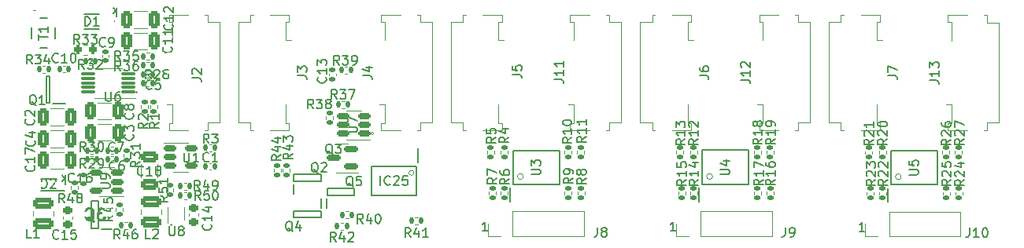
<source format=gbr>
%TF.GenerationSoftware,KiCad,Pcbnew,7.0.5*%
%TF.CreationDate,2024-05-30T09:30:06-05:00*%
%TF.ProjectId,wrist_ems_12_electrodes,77726973-745f-4656-9d73-5f31325f656c,rev?*%
%TF.SameCoordinates,Original*%
%TF.FileFunction,Legend,Top*%
%TF.FilePolarity,Positive*%
%FSLAX46Y46*%
G04 Gerber Fmt 4.6, Leading zero omitted, Abs format (unit mm)*
G04 Created by KiCad (PCBNEW 7.0.5) date 2024-05-30 09:30:06*
%MOMM*%
%LPD*%
G01*
G04 APERTURE LIST*
G04 Aperture macros list*
%AMRoundRect*
0 Rectangle with rounded corners*
0 $1 Rounding radius*
0 $2 $3 $4 $5 $6 $7 $8 $9 X,Y pos of 4 corners*
0 Add a 4 corners polygon primitive as box body*
4,1,4,$2,$3,$4,$5,$6,$7,$8,$9,$2,$3,0*
0 Add four circle primitives for the rounded corners*
1,1,$1+$1,$2,$3*
1,1,$1+$1,$4,$5*
1,1,$1+$1,$6,$7*
1,1,$1+$1,$8,$9*
0 Add four rect primitives between the rounded corners*
20,1,$1+$1,$2,$3,$4,$5,0*
20,1,$1+$1,$4,$5,$6,$7,0*
20,1,$1+$1,$6,$7,$8,$9,0*
20,1,$1+$1,$8,$9,$2,$3,0*%
G04 Aperture macros list end*
%ADD10C,0.150000*%
%ADD11C,0.254000*%
%ADD12C,0.153000*%
%ADD13C,0.120000*%
%ADD14C,0.200000*%
%ADD15C,0.100000*%
%ADD16RoundRect,0.135000X0.135000X0.185000X-0.135000X0.185000X-0.135000X-0.185000X0.135000X-0.185000X0*%
%ADD17R,1.100000X0.550000*%
%ADD18R,1.000000X0.500000*%
%ADD19RoundRect,0.135000X-0.135000X-0.185000X0.135000X-0.185000X0.135000X0.185000X-0.135000X0.185000X0*%
%ADD20RoundRect,0.135000X-0.185000X0.135000X-0.185000X-0.135000X0.185000X-0.135000X0.185000X0.135000X0*%
%ADD21R,0.600000X1.000000*%
%ADD22R,0.340000X0.700000*%
%ADD23RoundRect,0.150000X-0.512500X-0.150000X0.512500X-0.150000X0.512500X0.150000X-0.512500X0.150000X0*%
%ADD24RoundRect,0.250000X-0.325000X-0.650000X0.325000X-0.650000X0.325000X0.650000X-0.325000X0.650000X0*%
%ADD25RoundRect,0.135000X0.185000X-0.135000X0.185000X0.135000X-0.185000X0.135000X-0.185000X-0.135000X0*%
%ADD26R,1.000000X0.400000*%
%ADD27R,1.300000X2.000000*%
%ADD28RoundRect,0.075000X0.650000X0.075000X-0.650000X0.075000X-0.650000X-0.075000X0.650000X-0.075000X0*%
%ADD29R,1.680000X1.880000*%
%ADD30RoundRect,0.150000X0.512500X0.150000X-0.512500X0.150000X-0.512500X-0.150000X0.512500X-0.150000X0*%
%ADD31RoundRect,0.250000X0.325000X0.650000X-0.325000X0.650000X-0.325000X-0.650000X0.325000X-0.650000X0*%
%ADD32R,1.700000X1.700000*%
%ADD33O,1.700000X1.700000*%
%ADD34RoundRect,0.200000X0.200000X0.275000X-0.200000X0.275000X-0.200000X-0.275000X0.200000X-0.275000X0*%
%ADD35R,0.550000X1.000000*%
%ADD36R,0.850000X1.200000*%
%ADD37RoundRect,0.250000X0.650000X-0.325000X0.650000X0.325000X-0.650000X0.325000X-0.650000X-0.325000X0*%
%ADD38R,0.650000X1.526000*%
%ADD39RoundRect,0.140000X-0.140000X-0.170000X0.140000X-0.170000X0.140000X0.170000X-0.140000X0.170000X0*%
%ADD40RoundRect,0.140000X0.170000X-0.140000X0.170000X0.140000X-0.170000X0.140000X-0.170000X-0.140000X0*%
%ADD41R,0.450000X1.475000*%
%ADD42RoundRect,0.140000X0.140000X0.170000X-0.140000X0.170000X-0.140000X-0.170000X0.140000X-0.170000X0*%
%ADD43RoundRect,0.225000X0.250000X-0.225000X0.250000X0.225000X-0.250000X0.225000X-0.250000X-0.225000X0*%
%ADD44RoundRect,0.250000X0.850000X-0.375000X0.850000X0.375000X-0.850000X0.375000X-0.850000X-0.375000X0*%
%ADD45RoundRect,0.150000X0.587500X0.150000X-0.587500X0.150000X-0.587500X-0.150000X0.587500X-0.150000X0*%
%ADD46R,1.300000X0.600000*%
%ADD47RoundRect,0.225000X-0.250000X0.225000X-0.250000X-0.225000X0.250000X-0.225000X0.250000X0.225000X0*%
G04 APERTURE END LIST*
D10*
X128800388Y-100606219D02*
X128228960Y-100606219D01*
X128514674Y-100606219D02*
X128514674Y-99606219D01*
X128514674Y-99606219D02*
X128419436Y-99749076D01*
X128419436Y-99749076D02*
X128324198Y-99844314D01*
X128324198Y-99844314D02*
X128228960Y-99891933D01*
X169313388Y-100631619D02*
X168741960Y-100631619D01*
X169027674Y-100631619D02*
X169027674Y-99631619D01*
X169027674Y-99631619D02*
X168932436Y-99774476D01*
X168932436Y-99774476D02*
X168837198Y-99869714D01*
X168837198Y-99869714D02*
X168741960Y-99917333D01*
X149018788Y-100606219D02*
X148447360Y-100606219D01*
X148733074Y-100606219D02*
X148733074Y-99606219D01*
X148733074Y-99606219D02*
X148637836Y-99749076D01*
X148637836Y-99749076D02*
X148542598Y-99844314D01*
X148542598Y-99844314D02*
X148447360Y-99891933D01*
%TO.C,R42*%
X112463342Y-101726219D02*
X112130009Y-101250028D01*
X111891914Y-101726219D02*
X111891914Y-100726219D01*
X111891914Y-100726219D02*
X112272866Y-100726219D01*
X112272866Y-100726219D02*
X112368104Y-100773838D01*
X112368104Y-100773838D02*
X112415723Y-100821457D01*
X112415723Y-100821457D02*
X112463342Y-100916695D01*
X112463342Y-100916695D02*
X112463342Y-101059552D01*
X112463342Y-101059552D02*
X112415723Y-101154790D01*
X112415723Y-101154790D02*
X112368104Y-101202409D01*
X112368104Y-101202409D02*
X112272866Y-101250028D01*
X112272866Y-101250028D02*
X111891914Y-101250028D01*
X113320485Y-101059552D02*
X113320485Y-101726219D01*
X113082390Y-100678600D02*
X112844295Y-101392885D01*
X112844295Y-101392885D02*
X113463342Y-101392885D01*
X113796676Y-100821457D02*
X113844295Y-100773838D01*
X113844295Y-100773838D02*
X113939533Y-100726219D01*
X113939533Y-100726219D02*
X114177628Y-100726219D01*
X114177628Y-100726219D02*
X114272866Y-100773838D01*
X114272866Y-100773838D02*
X114320485Y-100821457D01*
X114320485Y-100821457D02*
X114368104Y-100916695D01*
X114368104Y-100916695D02*
X114368104Y-101011933D01*
X114368104Y-101011933D02*
X114320485Y-101154790D01*
X114320485Y-101154790D02*
X113749057Y-101726219D01*
X113749057Y-101726219D02*
X114368104Y-101726219D01*
D11*
%TO.C,Q6*%
X86391447Y-99526670D02*
X86270495Y-99466194D01*
X86270495Y-99466194D02*
X86149542Y-99345242D01*
X86149542Y-99345242D02*
X85968114Y-99163813D01*
X85968114Y-99163813D02*
X85847161Y-99103337D01*
X85847161Y-99103337D02*
X85726209Y-99103337D01*
X85786685Y-99405718D02*
X85665733Y-99345242D01*
X85665733Y-99345242D02*
X85544780Y-99224289D01*
X85544780Y-99224289D02*
X85484304Y-98982384D01*
X85484304Y-98982384D02*
X85484304Y-98559051D01*
X85484304Y-98559051D02*
X85544780Y-98317146D01*
X85544780Y-98317146D02*
X85665733Y-98196194D01*
X85665733Y-98196194D02*
X85786685Y-98135718D01*
X85786685Y-98135718D02*
X86028590Y-98135718D01*
X86028590Y-98135718D02*
X86149542Y-98196194D01*
X86149542Y-98196194D02*
X86270495Y-98317146D01*
X86270495Y-98317146D02*
X86330971Y-98559051D01*
X86330971Y-98559051D02*
X86330971Y-98982384D01*
X86330971Y-98982384D02*
X86270495Y-99224289D01*
X86270495Y-99224289D02*
X86149542Y-99345242D01*
X86149542Y-99345242D02*
X86028590Y-99405718D01*
X86028590Y-99405718D02*
X85786685Y-99405718D01*
X87419542Y-98135718D02*
X87177637Y-98135718D01*
X87177637Y-98135718D02*
X87056685Y-98196194D01*
X87056685Y-98196194D02*
X86996209Y-98256670D01*
X86996209Y-98256670D02*
X86875256Y-98438099D01*
X86875256Y-98438099D02*
X86814780Y-98680003D01*
X86814780Y-98680003D02*
X86814780Y-99163813D01*
X86814780Y-99163813D02*
X86875256Y-99284765D01*
X86875256Y-99284765D02*
X86935733Y-99345242D01*
X86935733Y-99345242D02*
X87056685Y-99405718D01*
X87056685Y-99405718D02*
X87298590Y-99405718D01*
X87298590Y-99405718D02*
X87419542Y-99345242D01*
X87419542Y-99345242D02*
X87480018Y-99284765D01*
X87480018Y-99284765D02*
X87540495Y-99163813D01*
X87540495Y-99163813D02*
X87540495Y-98861432D01*
X87540495Y-98861432D02*
X87480018Y-98740480D01*
X87480018Y-98740480D02*
X87419542Y-98680003D01*
X87419542Y-98680003D02*
X87298590Y-98619527D01*
X87298590Y-98619527D02*
X87056685Y-98619527D01*
X87056685Y-98619527D02*
X86935733Y-98680003D01*
X86935733Y-98680003D02*
X86875256Y-98740480D01*
X86875256Y-98740480D02*
X86814780Y-98861432D01*
D10*
%TO.C,D2*%
X80811905Y-96004819D02*
X80811905Y-95004819D01*
X80811905Y-95004819D02*
X81050000Y-95004819D01*
X81050000Y-95004819D02*
X81192857Y-95052438D01*
X81192857Y-95052438D02*
X81288095Y-95147676D01*
X81288095Y-95147676D02*
X81335714Y-95242914D01*
X81335714Y-95242914D02*
X81383333Y-95433390D01*
X81383333Y-95433390D02*
X81383333Y-95576247D01*
X81383333Y-95576247D02*
X81335714Y-95766723D01*
X81335714Y-95766723D02*
X81288095Y-95861961D01*
X81288095Y-95861961D02*
X81192857Y-95957200D01*
X81192857Y-95957200D02*
X81050000Y-96004819D01*
X81050000Y-96004819D02*
X80811905Y-96004819D01*
X81764286Y-95100057D02*
X81811905Y-95052438D01*
X81811905Y-95052438D02*
X81907143Y-95004819D01*
X81907143Y-95004819D02*
X82145238Y-95004819D01*
X82145238Y-95004819D02*
X82240476Y-95052438D01*
X82240476Y-95052438D02*
X82288095Y-95100057D01*
X82288095Y-95100057D02*
X82335714Y-95195295D01*
X82335714Y-95195295D02*
X82335714Y-95290533D01*
X82335714Y-95290533D02*
X82288095Y-95433390D01*
X82288095Y-95433390D02*
X81716667Y-96004819D01*
X81716667Y-96004819D02*
X82335714Y-96004819D01*
X83388220Y-94580180D02*
X83388220Y-95580180D01*
X83292982Y-94961133D02*
X83007268Y-94580180D01*
X83007268Y-95246847D02*
X83388220Y-94865895D01*
%TO.C,R46*%
X89196942Y-101445019D02*
X88863609Y-100968828D01*
X88625514Y-101445019D02*
X88625514Y-100445019D01*
X88625514Y-100445019D02*
X89006466Y-100445019D01*
X89006466Y-100445019D02*
X89101704Y-100492638D01*
X89101704Y-100492638D02*
X89149323Y-100540257D01*
X89149323Y-100540257D02*
X89196942Y-100635495D01*
X89196942Y-100635495D02*
X89196942Y-100778352D01*
X89196942Y-100778352D02*
X89149323Y-100873590D01*
X89149323Y-100873590D02*
X89101704Y-100921209D01*
X89101704Y-100921209D02*
X89006466Y-100968828D01*
X89006466Y-100968828D02*
X88625514Y-100968828D01*
X90054085Y-100778352D02*
X90054085Y-101445019D01*
X89815990Y-100397400D02*
X89577895Y-101111685D01*
X89577895Y-101111685D02*
X90196942Y-101111685D01*
X91006466Y-100445019D02*
X90815990Y-100445019D01*
X90815990Y-100445019D02*
X90720752Y-100492638D01*
X90720752Y-100492638D02*
X90673133Y-100540257D01*
X90673133Y-100540257D02*
X90577895Y-100683114D01*
X90577895Y-100683114D02*
X90530276Y-100873590D01*
X90530276Y-100873590D02*
X90530276Y-101254542D01*
X90530276Y-101254542D02*
X90577895Y-101349780D01*
X90577895Y-101349780D02*
X90625514Y-101397400D01*
X90625514Y-101397400D02*
X90720752Y-101445019D01*
X90720752Y-101445019D02*
X90911228Y-101445019D01*
X90911228Y-101445019D02*
X91006466Y-101397400D01*
X91006466Y-101397400D02*
X91054085Y-101349780D01*
X91054085Y-101349780D02*
X91101704Y-101254542D01*
X91101704Y-101254542D02*
X91101704Y-101016447D01*
X91101704Y-101016447D02*
X91054085Y-100921209D01*
X91054085Y-100921209D02*
X91006466Y-100873590D01*
X91006466Y-100873590D02*
X90911228Y-100825971D01*
X90911228Y-100825971D02*
X90720752Y-100825971D01*
X90720752Y-100825971D02*
X90625514Y-100873590D01*
X90625514Y-100873590D02*
X90577895Y-100921209D01*
X90577895Y-100921209D02*
X90530276Y-101016447D01*
%TO.C,R31*%
X91382319Y-93092857D02*
X90906128Y-93426190D01*
X91382319Y-93664285D02*
X90382319Y-93664285D01*
X90382319Y-93664285D02*
X90382319Y-93283333D01*
X90382319Y-93283333D02*
X90429938Y-93188095D01*
X90429938Y-93188095D02*
X90477557Y-93140476D01*
X90477557Y-93140476D02*
X90572795Y-93092857D01*
X90572795Y-93092857D02*
X90715652Y-93092857D01*
X90715652Y-93092857D02*
X90810890Y-93140476D01*
X90810890Y-93140476D02*
X90858509Y-93188095D01*
X90858509Y-93188095D02*
X90906128Y-93283333D01*
X90906128Y-93283333D02*
X90906128Y-93664285D01*
X90382319Y-92759523D02*
X90382319Y-92140476D01*
X90382319Y-92140476D02*
X90763271Y-92473809D01*
X90763271Y-92473809D02*
X90763271Y-92330952D01*
X90763271Y-92330952D02*
X90810890Y-92235714D01*
X90810890Y-92235714D02*
X90858509Y-92188095D01*
X90858509Y-92188095D02*
X90953747Y-92140476D01*
X90953747Y-92140476D02*
X91191842Y-92140476D01*
X91191842Y-92140476D02*
X91287080Y-92188095D01*
X91287080Y-92188095D02*
X91334700Y-92235714D01*
X91334700Y-92235714D02*
X91382319Y-92330952D01*
X91382319Y-92330952D02*
X91382319Y-92616666D01*
X91382319Y-92616666D02*
X91334700Y-92711904D01*
X91334700Y-92711904D02*
X91287080Y-92759523D01*
X91382319Y-91188095D02*
X91382319Y-91759523D01*
X91382319Y-91473809D02*
X90382319Y-91473809D01*
X90382319Y-91473809D02*
X90525176Y-91569047D01*
X90525176Y-91569047D02*
X90620414Y-91664285D01*
X90620414Y-91664285D02*
X90668033Y-91759523D01*
%TO.C,R21*%
X170267319Y-90730357D02*
X169791128Y-91063690D01*
X170267319Y-91301785D02*
X169267319Y-91301785D01*
X169267319Y-91301785D02*
X169267319Y-90920833D01*
X169267319Y-90920833D02*
X169314938Y-90825595D01*
X169314938Y-90825595D02*
X169362557Y-90777976D01*
X169362557Y-90777976D02*
X169457795Y-90730357D01*
X169457795Y-90730357D02*
X169600652Y-90730357D01*
X169600652Y-90730357D02*
X169695890Y-90777976D01*
X169695890Y-90777976D02*
X169743509Y-90825595D01*
X169743509Y-90825595D02*
X169791128Y-90920833D01*
X169791128Y-90920833D02*
X169791128Y-91301785D01*
X169362557Y-90349404D02*
X169314938Y-90301785D01*
X169314938Y-90301785D02*
X169267319Y-90206547D01*
X169267319Y-90206547D02*
X169267319Y-89968452D01*
X169267319Y-89968452D02*
X169314938Y-89873214D01*
X169314938Y-89873214D02*
X169362557Y-89825595D01*
X169362557Y-89825595D02*
X169457795Y-89777976D01*
X169457795Y-89777976D02*
X169553033Y-89777976D01*
X169553033Y-89777976D02*
X169695890Y-89825595D01*
X169695890Y-89825595D02*
X170267319Y-90397023D01*
X170267319Y-90397023D02*
X170267319Y-89777976D01*
X170267319Y-88825595D02*
X170267319Y-89397023D01*
X170267319Y-89111309D02*
X169267319Y-89111309D01*
X169267319Y-89111309D02*
X169410176Y-89206547D01*
X169410176Y-89206547D02*
X169505414Y-89301785D01*
X169505414Y-89301785D02*
X169553033Y-89397023D01*
D12*
%TO.C,Q5*%
X114306361Y-95799901D02*
X114211123Y-95752282D01*
X114211123Y-95752282D02*
X114115885Y-95657044D01*
X114115885Y-95657044D02*
X113973028Y-95514186D01*
X113973028Y-95514186D02*
X113877790Y-95466567D01*
X113877790Y-95466567D02*
X113782552Y-95466567D01*
X113830171Y-95704663D02*
X113734933Y-95657044D01*
X113734933Y-95657044D02*
X113639695Y-95561805D01*
X113639695Y-95561805D02*
X113592076Y-95371329D01*
X113592076Y-95371329D02*
X113592076Y-95037996D01*
X113592076Y-95037996D02*
X113639695Y-94847520D01*
X113639695Y-94847520D02*
X113734933Y-94752282D01*
X113734933Y-94752282D02*
X113830171Y-94704663D01*
X113830171Y-94704663D02*
X114020647Y-94704663D01*
X114020647Y-94704663D02*
X114115885Y-94752282D01*
X114115885Y-94752282D02*
X114211123Y-94847520D01*
X114211123Y-94847520D02*
X114258742Y-95037996D01*
X114258742Y-95037996D02*
X114258742Y-95371329D01*
X114258742Y-95371329D02*
X114211123Y-95561805D01*
X114211123Y-95561805D02*
X114115885Y-95657044D01*
X114115885Y-95657044D02*
X114020647Y-95704663D01*
X114020647Y-95704663D02*
X113830171Y-95704663D01*
X115163504Y-94704663D02*
X114687314Y-94704663D01*
X114687314Y-94704663D02*
X114639695Y-95180853D01*
X114639695Y-95180853D02*
X114687314Y-95133234D01*
X114687314Y-95133234D02*
X114782552Y-95085615D01*
X114782552Y-95085615D02*
X115020647Y-95085615D01*
X115020647Y-95085615D02*
X115115885Y-95133234D01*
X115115885Y-95133234D02*
X115163504Y-95180853D01*
X115163504Y-95180853D02*
X115211123Y-95276091D01*
X115211123Y-95276091D02*
X115211123Y-95514186D01*
X115211123Y-95514186D02*
X115163504Y-95609424D01*
X115163504Y-95609424D02*
X115115885Y-95657044D01*
X115115885Y-95657044D02*
X115020647Y-95704663D01*
X115020647Y-95704663D02*
X114782552Y-95704663D01*
X114782552Y-95704663D02*
X114687314Y-95657044D01*
X114687314Y-95657044D02*
X114639695Y-95609424D01*
D10*
%TO.C,R26*%
X178592319Y-90717857D02*
X178116128Y-91051190D01*
X178592319Y-91289285D02*
X177592319Y-91289285D01*
X177592319Y-91289285D02*
X177592319Y-90908333D01*
X177592319Y-90908333D02*
X177639938Y-90813095D01*
X177639938Y-90813095D02*
X177687557Y-90765476D01*
X177687557Y-90765476D02*
X177782795Y-90717857D01*
X177782795Y-90717857D02*
X177925652Y-90717857D01*
X177925652Y-90717857D02*
X178020890Y-90765476D01*
X178020890Y-90765476D02*
X178068509Y-90813095D01*
X178068509Y-90813095D02*
X178116128Y-90908333D01*
X178116128Y-90908333D02*
X178116128Y-91289285D01*
X177687557Y-90336904D02*
X177639938Y-90289285D01*
X177639938Y-90289285D02*
X177592319Y-90194047D01*
X177592319Y-90194047D02*
X177592319Y-89955952D01*
X177592319Y-89955952D02*
X177639938Y-89860714D01*
X177639938Y-89860714D02*
X177687557Y-89813095D01*
X177687557Y-89813095D02*
X177782795Y-89765476D01*
X177782795Y-89765476D02*
X177878033Y-89765476D01*
X177878033Y-89765476D02*
X178020890Y-89813095D01*
X178020890Y-89813095D02*
X178592319Y-90384523D01*
X178592319Y-90384523D02*
X178592319Y-89765476D01*
X177592319Y-88908333D02*
X177592319Y-89098809D01*
X177592319Y-89098809D02*
X177639938Y-89194047D01*
X177639938Y-89194047D02*
X177687557Y-89241666D01*
X177687557Y-89241666D02*
X177830414Y-89336904D01*
X177830414Y-89336904D02*
X178020890Y-89384523D01*
X178020890Y-89384523D02*
X178401842Y-89384523D01*
X178401842Y-89384523D02*
X178497080Y-89336904D01*
X178497080Y-89336904D02*
X178544700Y-89289285D01*
X178544700Y-89289285D02*
X178592319Y-89194047D01*
X178592319Y-89194047D02*
X178592319Y-89003571D01*
X178592319Y-89003571D02*
X178544700Y-88908333D01*
X178544700Y-88908333D02*
X178497080Y-88860714D01*
X178497080Y-88860714D02*
X178401842Y-88813095D01*
X178401842Y-88813095D02*
X178163747Y-88813095D01*
X178163747Y-88813095D02*
X178068509Y-88860714D01*
X178068509Y-88860714D02*
X178020890Y-88908333D01*
X178020890Y-88908333D02*
X177973271Y-89003571D01*
X177973271Y-89003571D02*
X177973271Y-89194047D01*
X177973271Y-89194047D02*
X178020890Y-89289285D01*
X178020890Y-89289285D02*
X178068509Y-89336904D01*
X178068509Y-89336904D02*
X178163747Y-89384523D01*
%TO.C,R39*%
X112818942Y-82674619D02*
X112485609Y-82198428D01*
X112247514Y-82674619D02*
X112247514Y-81674619D01*
X112247514Y-81674619D02*
X112628466Y-81674619D01*
X112628466Y-81674619D02*
X112723704Y-81722238D01*
X112723704Y-81722238D02*
X112771323Y-81769857D01*
X112771323Y-81769857D02*
X112818942Y-81865095D01*
X112818942Y-81865095D02*
X112818942Y-82007952D01*
X112818942Y-82007952D02*
X112771323Y-82103190D01*
X112771323Y-82103190D02*
X112723704Y-82150809D01*
X112723704Y-82150809D02*
X112628466Y-82198428D01*
X112628466Y-82198428D02*
X112247514Y-82198428D01*
X113152276Y-81674619D02*
X113771323Y-81674619D01*
X113771323Y-81674619D02*
X113437990Y-82055571D01*
X113437990Y-82055571D02*
X113580847Y-82055571D01*
X113580847Y-82055571D02*
X113676085Y-82103190D01*
X113676085Y-82103190D02*
X113723704Y-82150809D01*
X113723704Y-82150809D02*
X113771323Y-82246047D01*
X113771323Y-82246047D02*
X113771323Y-82484142D01*
X113771323Y-82484142D02*
X113723704Y-82579380D01*
X113723704Y-82579380D02*
X113676085Y-82627000D01*
X113676085Y-82627000D02*
X113580847Y-82674619D01*
X113580847Y-82674619D02*
X113295133Y-82674619D01*
X113295133Y-82674619D02*
X113199895Y-82627000D01*
X113199895Y-82627000D02*
X113152276Y-82579380D01*
X114247514Y-82674619D02*
X114437990Y-82674619D01*
X114437990Y-82674619D02*
X114533228Y-82627000D01*
X114533228Y-82627000D02*
X114580847Y-82579380D01*
X114580847Y-82579380D02*
X114676085Y-82436523D01*
X114676085Y-82436523D02*
X114723704Y-82246047D01*
X114723704Y-82246047D02*
X114723704Y-81865095D01*
X114723704Y-81865095D02*
X114676085Y-81769857D01*
X114676085Y-81769857D02*
X114628466Y-81722238D01*
X114628466Y-81722238D02*
X114533228Y-81674619D01*
X114533228Y-81674619D02*
X114342752Y-81674619D01*
X114342752Y-81674619D02*
X114247514Y-81722238D01*
X114247514Y-81722238D02*
X114199895Y-81769857D01*
X114199895Y-81769857D02*
X114152276Y-81865095D01*
X114152276Y-81865095D02*
X114152276Y-82103190D01*
X114152276Y-82103190D02*
X114199895Y-82198428D01*
X114199895Y-82198428D02*
X114247514Y-82246047D01*
X114247514Y-82246047D02*
X114342752Y-82293666D01*
X114342752Y-82293666D02*
X114533228Y-82293666D01*
X114533228Y-82293666D02*
X114628466Y-82246047D01*
X114628466Y-82246047D02*
X114676085Y-82198428D01*
X114676085Y-82198428D02*
X114723704Y-82103190D01*
%TO.C,U8*%
X94525595Y-100089619D02*
X94525595Y-100899142D01*
X94525595Y-100899142D02*
X94573214Y-100994380D01*
X94573214Y-100994380D02*
X94620833Y-101042000D01*
X94620833Y-101042000D02*
X94716071Y-101089619D01*
X94716071Y-101089619D02*
X94906547Y-101089619D01*
X94906547Y-101089619D02*
X95001785Y-101042000D01*
X95001785Y-101042000D02*
X95049404Y-100994380D01*
X95049404Y-100994380D02*
X95097023Y-100899142D01*
X95097023Y-100899142D02*
X95097023Y-100089619D01*
X95716071Y-100518190D02*
X95620833Y-100470571D01*
X95620833Y-100470571D02*
X95573214Y-100422952D01*
X95573214Y-100422952D02*
X95525595Y-100327714D01*
X95525595Y-100327714D02*
X95525595Y-100280095D01*
X95525595Y-100280095D02*
X95573214Y-100184857D01*
X95573214Y-100184857D02*
X95620833Y-100137238D01*
X95620833Y-100137238D02*
X95716071Y-100089619D01*
X95716071Y-100089619D02*
X95906547Y-100089619D01*
X95906547Y-100089619D02*
X96001785Y-100137238D01*
X96001785Y-100137238D02*
X96049404Y-100184857D01*
X96049404Y-100184857D02*
X96097023Y-100280095D01*
X96097023Y-100280095D02*
X96097023Y-100327714D01*
X96097023Y-100327714D02*
X96049404Y-100422952D01*
X96049404Y-100422952D02*
X96001785Y-100470571D01*
X96001785Y-100470571D02*
X95906547Y-100518190D01*
X95906547Y-100518190D02*
X95716071Y-100518190D01*
X95716071Y-100518190D02*
X95620833Y-100565809D01*
X95620833Y-100565809D02*
X95573214Y-100613428D01*
X95573214Y-100613428D02*
X95525595Y-100708666D01*
X95525595Y-100708666D02*
X95525595Y-100899142D01*
X95525595Y-100899142D02*
X95573214Y-100994380D01*
X95573214Y-100994380D02*
X95620833Y-101042000D01*
X95620833Y-101042000D02*
X95716071Y-101089619D01*
X95716071Y-101089619D02*
X95906547Y-101089619D01*
X95906547Y-101089619D02*
X96001785Y-101042000D01*
X96001785Y-101042000D02*
X96049404Y-100994380D01*
X96049404Y-100994380D02*
X96097023Y-100899142D01*
X96097023Y-100899142D02*
X96097023Y-100708666D01*
X96097023Y-100708666D02*
X96049404Y-100613428D01*
X96049404Y-100613428D02*
X96001785Y-100565809D01*
X96001785Y-100565809D02*
X95906547Y-100518190D01*
%TO.C,U1*%
X96109295Y-92164119D02*
X96109295Y-92973642D01*
X96109295Y-92973642D02*
X96156914Y-93068880D01*
X96156914Y-93068880D02*
X96204533Y-93116500D01*
X96204533Y-93116500D02*
X96299771Y-93164119D01*
X96299771Y-93164119D02*
X96490247Y-93164119D01*
X96490247Y-93164119D02*
X96585485Y-93116500D01*
X96585485Y-93116500D02*
X96633104Y-93068880D01*
X96633104Y-93068880D02*
X96680723Y-92973642D01*
X96680723Y-92973642D02*
X96680723Y-92164119D01*
X97680723Y-93164119D02*
X97109295Y-93164119D01*
X97395009Y-93164119D02*
X97395009Y-92164119D01*
X97395009Y-92164119D02*
X97299771Y-92306976D01*
X97299771Y-92306976D02*
X97204533Y-92402214D01*
X97204533Y-92402214D02*
X97109295Y-92449833D01*
%TO.C,C12*%
X94849580Y-78317857D02*
X94897200Y-78365476D01*
X94897200Y-78365476D02*
X94944819Y-78508333D01*
X94944819Y-78508333D02*
X94944819Y-78603571D01*
X94944819Y-78603571D02*
X94897200Y-78746428D01*
X94897200Y-78746428D02*
X94801961Y-78841666D01*
X94801961Y-78841666D02*
X94706723Y-78889285D01*
X94706723Y-78889285D02*
X94516247Y-78936904D01*
X94516247Y-78936904D02*
X94373390Y-78936904D01*
X94373390Y-78936904D02*
X94182914Y-78889285D01*
X94182914Y-78889285D02*
X94087676Y-78841666D01*
X94087676Y-78841666D02*
X93992438Y-78746428D01*
X93992438Y-78746428D02*
X93944819Y-78603571D01*
X93944819Y-78603571D02*
X93944819Y-78508333D01*
X93944819Y-78508333D02*
X93992438Y-78365476D01*
X93992438Y-78365476D02*
X94040057Y-78317857D01*
X94944819Y-77365476D02*
X94944819Y-77936904D01*
X94944819Y-77651190D02*
X93944819Y-77651190D01*
X93944819Y-77651190D02*
X94087676Y-77746428D01*
X94087676Y-77746428D02*
X94182914Y-77841666D01*
X94182914Y-77841666D02*
X94230533Y-77936904D01*
X94040057Y-76984523D02*
X93992438Y-76936904D01*
X93992438Y-76936904D02*
X93944819Y-76841666D01*
X93944819Y-76841666D02*
X93944819Y-76603571D01*
X93944819Y-76603571D02*
X93992438Y-76508333D01*
X93992438Y-76508333D02*
X94040057Y-76460714D01*
X94040057Y-76460714D02*
X94135295Y-76413095D01*
X94135295Y-76413095D02*
X94230533Y-76413095D01*
X94230533Y-76413095D02*
X94373390Y-76460714D01*
X94373390Y-76460714D02*
X94944819Y-77032142D01*
X94944819Y-77032142D02*
X94944819Y-76413095D01*
%TO.C,R2*%
X92204819Y-88941666D02*
X91728628Y-89274999D01*
X92204819Y-89513094D02*
X91204819Y-89513094D01*
X91204819Y-89513094D02*
X91204819Y-89132142D01*
X91204819Y-89132142D02*
X91252438Y-89036904D01*
X91252438Y-89036904D02*
X91300057Y-88989285D01*
X91300057Y-88989285D02*
X91395295Y-88941666D01*
X91395295Y-88941666D02*
X91538152Y-88941666D01*
X91538152Y-88941666D02*
X91633390Y-88989285D01*
X91633390Y-88989285D02*
X91681009Y-89036904D01*
X91681009Y-89036904D02*
X91728628Y-89132142D01*
X91728628Y-89132142D02*
X91728628Y-89513094D01*
X91300057Y-88560713D02*
X91252438Y-88513094D01*
X91252438Y-88513094D02*
X91204819Y-88417856D01*
X91204819Y-88417856D02*
X91204819Y-88179761D01*
X91204819Y-88179761D02*
X91252438Y-88084523D01*
X91252438Y-88084523D02*
X91300057Y-88036904D01*
X91300057Y-88036904D02*
X91395295Y-87989285D01*
X91395295Y-87989285D02*
X91490533Y-87989285D01*
X91490533Y-87989285D02*
X91633390Y-88036904D01*
X91633390Y-88036904D02*
X92204819Y-88608332D01*
X92204819Y-88608332D02*
X92204819Y-87989285D01*
%TO.C,R44*%
X106542319Y-92405357D02*
X106066128Y-92738690D01*
X106542319Y-92976785D02*
X105542319Y-92976785D01*
X105542319Y-92976785D02*
X105542319Y-92595833D01*
X105542319Y-92595833D02*
X105589938Y-92500595D01*
X105589938Y-92500595D02*
X105637557Y-92452976D01*
X105637557Y-92452976D02*
X105732795Y-92405357D01*
X105732795Y-92405357D02*
X105875652Y-92405357D01*
X105875652Y-92405357D02*
X105970890Y-92452976D01*
X105970890Y-92452976D02*
X106018509Y-92500595D01*
X106018509Y-92500595D02*
X106066128Y-92595833D01*
X106066128Y-92595833D02*
X106066128Y-92976785D01*
X105875652Y-91548214D02*
X106542319Y-91548214D01*
X105494700Y-91786309D02*
X106208985Y-92024404D01*
X106208985Y-92024404D02*
X106208985Y-91405357D01*
X105875652Y-90595833D02*
X106542319Y-90595833D01*
X105494700Y-90833928D02*
X106208985Y-91072023D01*
X106208985Y-91072023D02*
X106208985Y-90452976D01*
%TO.C,R23*%
X170504819Y-95055357D02*
X170028628Y-95388690D01*
X170504819Y-95626785D02*
X169504819Y-95626785D01*
X169504819Y-95626785D02*
X169504819Y-95245833D01*
X169504819Y-95245833D02*
X169552438Y-95150595D01*
X169552438Y-95150595D02*
X169600057Y-95102976D01*
X169600057Y-95102976D02*
X169695295Y-95055357D01*
X169695295Y-95055357D02*
X169838152Y-95055357D01*
X169838152Y-95055357D02*
X169933390Y-95102976D01*
X169933390Y-95102976D02*
X169981009Y-95150595D01*
X169981009Y-95150595D02*
X170028628Y-95245833D01*
X170028628Y-95245833D02*
X170028628Y-95626785D01*
X169600057Y-94674404D02*
X169552438Y-94626785D01*
X169552438Y-94626785D02*
X169504819Y-94531547D01*
X169504819Y-94531547D02*
X169504819Y-94293452D01*
X169504819Y-94293452D02*
X169552438Y-94198214D01*
X169552438Y-94198214D02*
X169600057Y-94150595D01*
X169600057Y-94150595D02*
X169695295Y-94102976D01*
X169695295Y-94102976D02*
X169790533Y-94102976D01*
X169790533Y-94102976D02*
X169933390Y-94150595D01*
X169933390Y-94150595D02*
X170504819Y-94722023D01*
X170504819Y-94722023D02*
X170504819Y-94102976D01*
X169504819Y-93769642D02*
X169504819Y-93150595D01*
X169504819Y-93150595D02*
X169885771Y-93483928D01*
X169885771Y-93483928D02*
X169885771Y-93341071D01*
X169885771Y-93341071D02*
X169933390Y-93245833D01*
X169933390Y-93245833D02*
X169981009Y-93198214D01*
X169981009Y-93198214D02*
X170076247Y-93150595D01*
X170076247Y-93150595D02*
X170314342Y-93150595D01*
X170314342Y-93150595D02*
X170409580Y-93198214D01*
X170409580Y-93198214D02*
X170457200Y-93245833D01*
X170457200Y-93245833D02*
X170504819Y-93341071D01*
X170504819Y-93341071D02*
X170504819Y-93626785D01*
X170504819Y-93626785D02*
X170457200Y-93722023D01*
X170457200Y-93722023D02*
X170409580Y-93769642D01*
%TO.C,J6*%
X151555819Y-83831933D02*
X152270104Y-83831933D01*
X152270104Y-83831933D02*
X152412961Y-83879552D01*
X152412961Y-83879552D02*
X152508200Y-83974790D01*
X152508200Y-83974790D02*
X152555819Y-84117647D01*
X152555819Y-84117647D02*
X152555819Y-84212885D01*
X151555819Y-82927171D02*
X151555819Y-83117647D01*
X151555819Y-83117647D02*
X151603438Y-83212885D01*
X151603438Y-83212885D02*
X151651057Y-83260504D01*
X151651057Y-83260504D02*
X151793914Y-83355742D01*
X151793914Y-83355742D02*
X151984390Y-83403361D01*
X151984390Y-83403361D02*
X152365342Y-83403361D01*
X152365342Y-83403361D02*
X152460580Y-83355742D01*
X152460580Y-83355742D02*
X152508200Y-83308123D01*
X152508200Y-83308123D02*
X152555819Y-83212885D01*
X152555819Y-83212885D02*
X152555819Y-83022409D01*
X152555819Y-83022409D02*
X152508200Y-82927171D01*
X152508200Y-82927171D02*
X152460580Y-82879552D01*
X152460580Y-82879552D02*
X152365342Y-82831933D01*
X152365342Y-82831933D02*
X152127247Y-82831933D01*
X152127247Y-82831933D02*
X152032009Y-82879552D01*
X152032009Y-82879552D02*
X151984390Y-82927171D01*
X151984390Y-82927171D02*
X151936771Y-83022409D01*
X151936771Y-83022409D02*
X151936771Y-83212885D01*
X151936771Y-83212885D02*
X151984390Y-83308123D01*
X151984390Y-83308123D02*
X152032009Y-83355742D01*
X152032009Y-83355742D02*
X152127247Y-83403361D01*
%TO.C,U6*%
X87706295Y-85586219D02*
X87706295Y-86395742D01*
X87706295Y-86395742D02*
X87753914Y-86490980D01*
X87753914Y-86490980D02*
X87801533Y-86538600D01*
X87801533Y-86538600D02*
X87896771Y-86586219D01*
X87896771Y-86586219D02*
X88087247Y-86586219D01*
X88087247Y-86586219D02*
X88182485Y-86538600D01*
X88182485Y-86538600D02*
X88230104Y-86490980D01*
X88230104Y-86490980D02*
X88277723Y-86395742D01*
X88277723Y-86395742D02*
X88277723Y-85586219D01*
X89182485Y-85586219D02*
X88992009Y-85586219D01*
X88992009Y-85586219D02*
X88896771Y-85633838D01*
X88896771Y-85633838D02*
X88849152Y-85681457D01*
X88849152Y-85681457D02*
X88753914Y-85824314D01*
X88753914Y-85824314D02*
X88706295Y-86014790D01*
X88706295Y-86014790D02*
X88706295Y-86395742D01*
X88706295Y-86395742D02*
X88753914Y-86490980D01*
X88753914Y-86490980D02*
X88801533Y-86538600D01*
X88801533Y-86538600D02*
X88896771Y-86586219D01*
X88896771Y-86586219D02*
X89087247Y-86586219D01*
X89087247Y-86586219D02*
X89182485Y-86538600D01*
X89182485Y-86538600D02*
X89230104Y-86490980D01*
X89230104Y-86490980D02*
X89277723Y-86395742D01*
X89277723Y-86395742D02*
X89277723Y-86157647D01*
X89277723Y-86157647D02*
X89230104Y-86062409D01*
X89230104Y-86062409D02*
X89182485Y-86014790D01*
X89182485Y-86014790D02*
X89087247Y-85967171D01*
X89087247Y-85967171D02*
X88896771Y-85967171D01*
X88896771Y-85967171D02*
X88801533Y-86014790D01*
X88801533Y-86014790D02*
X88753914Y-86062409D01*
X88753914Y-86062409D02*
X88706295Y-86157647D01*
%TO.C,U9*%
X87137219Y-96004404D02*
X87946742Y-96004404D01*
X87946742Y-96004404D02*
X88041980Y-95956785D01*
X88041980Y-95956785D02*
X88089600Y-95909166D01*
X88089600Y-95909166D02*
X88137219Y-95813928D01*
X88137219Y-95813928D02*
X88137219Y-95623452D01*
X88137219Y-95623452D02*
X88089600Y-95528214D01*
X88089600Y-95528214D02*
X88041980Y-95480595D01*
X88041980Y-95480595D02*
X87946742Y-95432976D01*
X87946742Y-95432976D02*
X87137219Y-95432976D01*
X88137219Y-94909166D02*
X88137219Y-94718690D01*
X88137219Y-94718690D02*
X88089600Y-94623452D01*
X88089600Y-94623452D02*
X88041980Y-94575833D01*
X88041980Y-94575833D02*
X87899123Y-94480595D01*
X87899123Y-94480595D02*
X87708647Y-94432976D01*
X87708647Y-94432976D02*
X87327695Y-94432976D01*
X87327695Y-94432976D02*
X87232457Y-94480595D01*
X87232457Y-94480595D02*
X87184838Y-94528214D01*
X87184838Y-94528214D02*
X87137219Y-94623452D01*
X87137219Y-94623452D02*
X87137219Y-94813928D01*
X87137219Y-94813928D02*
X87184838Y-94909166D01*
X87184838Y-94909166D02*
X87232457Y-94956785D01*
X87232457Y-94956785D02*
X87327695Y-95004404D01*
X87327695Y-95004404D02*
X87565790Y-95004404D01*
X87565790Y-95004404D02*
X87661028Y-94956785D01*
X87661028Y-94956785D02*
X87708647Y-94909166D01*
X87708647Y-94909166D02*
X87756266Y-94813928D01*
X87756266Y-94813928D02*
X87756266Y-94623452D01*
X87756266Y-94623452D02*
X87708647Y-94528214D01*
X87708647Y-94528214D02*
X87661028Y-94480595D01*
X87661028Y-94480595D02*
X87565790Y-94432976D01*
%TO.C,R41*%
X120482142Y-101267319D02*
X120148809Y-100791128D01*
X119910714Y-101267319D02*
X119910714Y-100267319D01*
X119910714Y-100267319D02*
X120291666Y-100267319D01*
X120291666Y-100267319D02*
X120386904Y-100314938D01*
X120386904Y-100314938D02*
X120434523Y-100362557D01*
X120434523Y-100362557D02*
X120482142Y-100457795D01*
X120482142Y-100457795D02*
X120482142Y-100600652D01*
X120482142Y-100600652D02*
X120434523Y-100695890D01*
X120434523Y-100695890D02*
X120386904Y-100743509D01*
X120386904Y-100743509D02*
X120291666Y-100791128D01*
X120291666Y-100791128D02*
X119910714Y-100791128D01*
X121339285Y-100600652D02*
X121339285Y-101267319D01*
X121101190Y-100219700D02*
X120863095Y-100933985D01*
X120863095Y-100933985D02*
X121482142Y-100933985D01*
X122386904Y-101267319D02*
X121815476Y-101267319D01*
X122101190Y-101267319D02*
X122101190Y-100267319D01*
X122101190Y-100267319D02*
X122005952Y-100410176D01*
X122005952Y-100410176D02*
X121910714Y-100505414D01*
X121910714Y-100505414D02*
X121815476Y-100553033D01*
%TO.C,J4*%
X115349219Y-83831933D02*
X116063504Y-83831933D01*
X116063504Y-83831933D02*
X116206361Y-83879552D01*
X116206361Y-83879552D02*
X116301600Y-83974790D01*
X116301600Y-83974790D02*
X116349219Y-84117647D01*
X116349219Y-84117647D02*
X116349219Y-84212885D01*
X115682552Y-82927171D02*
X116349219Y-82927171D01*
X115301600Y-83165266D02*
X116015885Y-83403361D01*
X116015885Y-83403361D02*
X116015885Y-82784314D01*
%TO.C,J13*%
X176309219Y-84333523D02*
X177023504Y-84333523D01*
X177023504Y-84333523D02*
X177166361Y-84381142D01*
X177166361Y-84381142D02*
X177261600Y-84476380D01*
X177261600Y-84476380D02*
X177309219Y-84619237D01*
X177309219Y-84619237D02*
X177309219Y-84714475D01*
X177309219Y-83333523D02*
X177309219Y-83904951D01*
X177309219Y-83619237D02*
X176309219Y-83619237D01*
X176309219Y-83619237D02*
X176452076Y-83714475D01*
X176452076Y-83714475D02*
X176547314Y-83809713D01*
X176547314Y-83809713D02*
X176594933Y-83904951D01*
X176309219Y-83000189D02*
X176309219Y-82381142D01*
X176309219Y-82381142D02*
X176690171Y-82714475D01*
X176690171Y-82714475D02*
X176690171Y-82571618D01*
X176690171Y-82571618D02*
X176737790Y-82476380D01*
X176737790Y-82476380D02*
X176785409Y-82428761D01*
X176785409Y-82428761D02*
X176880647Y-82381142D01*
X176880647Y-82381142D02*
X177118742Y-82381142D01*
X177118742Y-82381142D02*
X177213980Y-82428761D01*
X177213980Y-82428761D02*
X177261600Y-82476380D01*
X177261600Y-82476380D02*
X177309219Y-82571618D01*
X177309219Y-82571618D02*
X177309219Y-82857332D01*
X177309219Y-82857332D02*
X177261600Y-82952570D01*
X177261600Y-82952570D02*
X177213980Y-83000189D01*
%TO.C,C4*%
X80009580Y-90854166D02*
X80057200Y-90901785D01*
X80057200Y-90901785D02*
X80104819Y-91044642D01*
X80104819Y-91044642D02*
X80104819Y-91139880D01*
X80104819Y-91139880D02*
X80057200Y-91282737D01*
X80057200Y-91282737D02*
X79961961Y-91377975D01*
X79961961Y-91377975D02*
X79866723Y-91425594D01*
X79866723Y-91425594D02*
X79676247Y-91473213D01*
X79676247Y-91473213D02*
X79533390Y-91473213D01*
X79533390Y-91473213D02*
X79342914Y-91425594D01*
X79342914Y-91425594D02*
X79247676Y-91377975D01*
X79247676Y-91377975D02*
X79152438Y-91282737D01*
X79152438Y-91282737D02*
X79104819Y-91139880D01*
X79104819Y-91139880D02*
X79104819Y-91044642D01*
X79104819Y-91044642D02*
X79152438Y-90901785D01*
X79152438Y-90901785D02*
X79200057Y-90854166D01*
X79438152Y-89997023D02*
X80104819Y-89997023D01*
X79057200Y-90235118D02*
X79771485Y-90473213D01*
X79771485Y-90473213D02*
X79771485Y-89854166D01*
%TO.C,R29*%
X85544842Y-93824119D02*
X85211509Y-93347928D01*
X84973414Y-93824119D02*
X84973414Y-92824119D01*
X84973414Y-92824119D02*
X85354366Y-92824119D01*
X85354366Y-92824119D02*
X85449604Y-92871738D01*
X85449604Y-92871738D02*
X85497223Y-92919357D01*
X85497223Y-92919357D02*
X85544842Y-93014595D01*
X85544842Y-93014595D02*
X85544842Y-93157452D01*
X85544842Y-93157452D02*
X85497223Y-93252690D01*
X85497223Y-93252690D02*
X85449604Y-93300309D01*
X85449604Y-93300309D02*
X85354366Y-93347928D01*
X85354366Y-93347928D02*
X84973414Y-93347928D01*
X85925795Y-92919357D02*
X85973414Y-92871738D01*
X85973414Y-92871738D02*
X86068652Y-92824119D01*
X86068652Y-92824119D02*
X86306747Y-92824119D01*
X86306747Y-92824119D02*
X86401985Y-92871738D01*
X86401985Y-92871738D02*
X86449604Y-92919357D01*
X86449604Y-92919357D02*
X86497223Y-93014595D01*
X86497223Y-93014595D02*
X86497223Y-93109833D01*
X86497223Y-93109833D02*
X86449604Y-93252690D01*
X86449604Y-93252690D02*
X85878176Y-93824119D01*
X85878176Y-93824119D02*
X86497223Y-93824119D01*
X86973414Y-93824119D02*
X87163890Y-93824119D01*
X87163890Y-93824119D02*
X87259128Y-93776500D01*
X87259128Y-93776500D02*
X87306747Y-93728880D01*
X87306747Y-93728880D02*
X87401985Y-93586023D01*
X87401985Y-93586023D02*
X87449604Y-93395547D01*
X87449604Y-93395547D02*
X87449604Y-93014595D01*
X87449604Y-93014595D02*
X87401985Y-92919357D01*
X87401985Y-92919357D02*
X87354366Y-92871738D01*
X87354366Y-92871738D02*
X87259128Y-92824119D01*
X87259128Y-92824119D02*
X87068652Y-92824119D01*
X87068652Y-92824119D02*
X86973414Y-92871738D01*
X86973414Y-92871738D02*
X86925795Y-92919357D01*
X86925795Y-92919357D02*
X86878176Y-93014595D01*
X86878176Y-93014595D02*
X86878176Y-93252690D01*
X86878176Y-93252690D02*
X86925795Y-93347928D01*
X86925795Y-93347928D02*
X86973414Y-93395547D01*
X86973414Y-93395547D02*
X87068652Y-93443166D01*
X87068652Y-93443166D02*
X87259128Y-93443166D01*
X87259128Y-93443166D02*
X87354366Y-93395547D01*
X87354366Y-93395547D02*
X87401985Y-93347928D01*
X87401985Y-93347928D02*
X87449604Y-93252690D01*
%TO.C,R28*%
X92544642Y-84192319D02*
X92211309Y-83716128D01*
X91973214Y-84192319D02*
X91973214Y-83192319D01*
X91973214Y-83192319D02*
X92354166Y-83192319D01*
X92354166Y-83192319D02*
X92449404Y-83239938D01*
X92449404Y-83239938D02*
X92497023Y-83287557D01*
X92497023Y-83287557D02*
X92544642Y-83382795D01*
X92544642Y-83382795D02*
X92544642Y-83525652D01*
X92544642Y-83525652D02*
X92497023Y-83620890D01*
X92497023Y-83620890D02*
X92449404Y-83668509D01*
X92449404Y-83668509D02*
X92354166Y-83716128D01*
X92354166Y-83716128D02*
X91973214Y-83716128D01*
X92925595Y-83287557D02*
X92973214Y-83239938D01*
X92973214Y-83239938D02*
X93068452Y-83192319D01*
X93068452Y-83192319D02*
X93306547Y-83192319D01*
X93306547Y-83192319D02*
X93401785Y-83239938D01*
X93401785Y-83239938D02*
X93449404Y-83287557D01*
X93449404Y-83287557D02*
X93497023Y-83382795D01*
X93497023Y-83382795D02*
X93497023Y-83478033D01*
X93497023Y-83478033D02*
X93449404Y-83620890D01*
X93449404Y-83620890D02*
X92877976Y-84192319D01*
X92877976Y-84192319D02*
X93497023Y-84192319D01*
X94068452Y-83620890D02*
X93973214Y-83573271D01*
X93973214Y-83573271D02*
X93925595Y-83525652D01*
X93925595Y-83525652D02*
X93877976Y-83430414D01*
X93877976Y-83430414D02*
X93877976Y-83382795D01*
X93877976Y-83382795D02*
X93925595Y-83287557D01*
X93925595Y-83287557D02*
X93973214Y-83239938D01*
X93973214Y-83239938D02*
X94068452Y-83192319D01*
X94068452Y-83192319D02*
X94258928Y-83192319D01*
X94258928Y-83192319D02*
X94354166Y-83239938D01*
X94354166Y-83239938D02*
X94401785Y-83287557D01*
X94401785Y-83287557D02*
X94449404Y-83382795D01*
X94449404Y-83382795D02*
X94449404Y-83430414D01*
X94449404Y-83430414D02*
X94401785Y-83525652D01*
X94401785Y-83525652D02*
X94354166Y-83573271D01*
X94354166Y-83573271D02*
X94258928Y-83620890D01*
X94258928Y-83620890D02*
X94068452Y-83620890D01*
X94068452Y-83620890D02*
X93973214Y-83668509D01*
X93973214Y-83668509D02*
X93925595Y-83716128D01*
X93925595Y-83716128D02*
X93877976Y-83811366D01*
X93877976Y-83811366D02*
X93877976Y-84001842D01*
X93877976Y-84001842D02*
X93925595Y-84097080D01*
X93925595Y-84097080D02*
X93973214Y-84144700D01*
X93973214Y-84144700D02*
X94068452Y-84192319D01*
X94068452Y-84192319D02*
X94258928Y-84192319D01*
X94258928Y-84192319D02*
X94354166Y-84144700D01*
X94354166Y-84144700D02*
X94401785Y-84097080D01*
X94401785Y-84097080D02*
X94449404Y-84001842D01*
X94449404Y-84001842D02*
X94449404Y-83811366D01*
X94449404Y-83811366D02*
X94401785Y-83716128D01*
X94401785Y-83716128D02*
X94354166Y-83668509D01*
X94354166Y-83668509D02*
X94258928Y-83620890D01*
%TO.C,R17*%
X158417319Y-95042857D02*
X157941128Y-95376190D01*
X158417319Y-95614285D02*
X157417319Y-95614285D01*
X157417319Y-95614285D02*
X157417319Y-95233333D01*
X157417319Y-95233333D02*
X157464938Y-95138095D01*
X157464938Y-95138095D02*
X157512557Y-95090476D01*
X157512557Y-95090476D02*
X157607795Y-95042857D01*
X157607795Y-95042857D02*
X157750652Y-95042857D01*
X157750652Y-95042857D02*
X157845890Y-95090476D01*
X157845890Y-95090476D02*
X157893509Y-95138095D01*
X157893509Y-95138095D02*
X157941128Y-95233333D01*
X157941128Y-95233333D02*
X157941128Y-95614285D01*
X158417319Y-94090476D02*
X158417319Y-94661904D01*
X158417319Y-94376190D02*
X157417319Y-94376190D01*
X157417319Y-94376190D02*
X157560176Y-94471428D01*
X157560176Y-94471428D02*
X157655414Y-94566666D01*
X157655414Y-94566666D02*
X157703033Y-94661904D01*
X157417319Y-93757142D02*
X157417319Y-93090476D01*
X157417319Y-93090476D02*
X158417319Y-93519047D01*
%TO.C,J10*%
X180622676Y-100267419D02*
X180622676Y-100981704D01*
X180622676Y-100981704D02*
X180575057Y-101124561D01*
X180575057Y-101124561D02*
X180479819Y-101219800D01*
X180479819Y-101219800D02*
X180336962Y-101267419D01*
X180336962Y-101267419D02*
X180241724Y-101267419D01*
X181622676Y-101267419D02*
X181051248Y-101267419D01*
X181336962Y-101267419D02*
X181336962Y-100267419D01*
X181336962Y-100267419D02*
X181241724Y-100410276D01*
X181241724Y-100410276D02*
X181146486Y-100505514D01*
X181146486Y-100505514D02*
X181051248Y-100553133D01*
X182241724Y-100267419D02*
X182336962Y-100267419D01*
X182336962Y-100267419D02*
X182432200Y-100315038D01*
X182432200Y-100315038D02*
X182479819Y-100362657D01*
X182479819Y-100362657D02*
X182527438Y-100457895D01*
X182527438Y-100457895D02*
X182575057Y-100648371D01*
X182575057Y-100648371D02*
X182575057Y-100886466D01*
X182575057Y-100886466D02*
X182527438Y-101076942D01*
X182527438Y-101076942D02*
X182479819Y-101172180D01*
X182479819Y-101172180D02*
X182432200Y-101219800D01*
X182432200Y-101219800D02*
X182336962Y-101267419D01*
X182336962Y-101267419D02*
X182241724Y-101267419D01*
X182241724Y-101267419D02*
X182146486Y-101219800D01*
X182146486Y-101219800D02*
X182098867Y-101172180D01*
X182098867Y-101172180D02*
X182051248Y-101076942D01*
X182051248Y-101076942D02*
X182003629Y-100886466D01*
X182003629Y-100886466D02*
X182003629Y-100648371D01*
X182003629Y-100648371D02*
X182051248Y-100457895D01*
X182051248Y-100457895D02*
X182098867Y-100362657D01*
X182098867Y-100362657D02*
X182146486Y-100315038D01*
X182146486Y-100315038D02*
X182241724Y-100267419D01*
%TO.C,R33*%
X84853542Y-80398719D02*
X84520209Y-79922528D01*
X84282114Y-80398719D02*
X84282114Y-79398719D01*
X84282114Y-79398719D02*
X84663066Y-79398719D01*
X84663066Y-79398719D02*
X84758304Y-79446338D01*
X84758304Y-79446338D02*
X84805923Y-79493957D01*
X84805923Y-79493957D02*
X84853542Y-79589195D01*
X84853542Y-79589195D02*
X84853542Y-79732052D01*
X84853542Y-79732052D02*
X84805923Y-79827290D01*
X84805923Y-79827290D02*
X84758304Y-79874909D01*
X84758304Y-79874909D02*
X84663066Y-79922528D01*
X84663066Y-79922528D02*
X84282114Y-79922528D01*
X85186876Y-79398719D02*
X85805923Y-79398719D01*
X85805923Y-79398719D02*
X85472590Y-79779671D01*
X85472590Y-79779671D02*
X85615447Y-79779671D01*
X85615447Y-79779671D02*
X85710685Y-79827290D01*
X85710685Y-79827290D02*
X85758304Y-79874909D01*
X85758304Y-79874909D02*
X85805923Y-79970147D01*
X85805923Y-79970147D02*
X85805923Y-80208242D01*
X85805923Y-80208242D02*
X85758304Y-80303480D01*
X85758304Y-80303480D02*
X85710685Y-80351100D01*
X85710685Y-80351100D02*
X85615447Y-80398719D01*
X85615447Y-80398719D02*
X85329733Y-80398719D01*
X85329733Y-80398719D02*
X85234495Y-80351100D01*
X85234495Y-80351100D02*
X85186876Y-80303480D01*
X86139257Y-79398719D02*
X86758304Y-79398719D01*
X86758304Y-79398719D02*
X86424971Y-79779671D01*
X86424971Y-79779671D02*
X86567828Y-79779671D01*
X86567828Y-79779671D02*
X86663066Y-79827290D01*
X86663066Y-79827290D02*
X86710685Y-79874909D01*
X86710685Y-79874909D02*
X86758304Y-79970147D01*
X86758304Y-79970147D02*
X86758304Y-80208242D01*
X86758304Y-80208242D02*
X86710685Y-80303480D01*
X86710685Y-80303480D02*
X86663066Y-80351100D01*
X86663066Y-80351100D02*
X86567828Y-80398719D01*
X86567828Y-80398719D02*
X86282114Y-80398719D01*
X86282114Y-80398719D02*
X86186876Y-80351100D01*
X86186876Y-80351100D02*
X86139257Y-80303480D01*
%TO.C,T1*%
X80451419Y-79985904D02*
X80451419Y-79414476D01*
X81451419Y-79700190D02*
X80451419Y-79700190D01*
X81451419Y-78557333D02*
X81451419Y-79128761D01*
X81451419Y-78843047D02*
X80451419Y-78843047D01*
X80451419Y-78843047D02*
X80594276Y-78938285D01*
X80594276Y-78938285D02*
X80689514Y-79033523D01*
X80689514Y-79033523D02*
X80737133Y-79128761D01*
%TO.C,R24*%
X180054819Y-95092857D02*
X179578628Y-95426190D01*
X180054819Y-95664285D02*
X179054819Y-95664285D01*
X179054819Y-95664285D02*
X179054819Y-95283333D01*
X179054819Y-95283333D02*
X179102438Y-95188095D01*
X179102438Y-95188095D02*
X179150057Y-95140476D01*
X179150057Y-95140476D02*
X179245295Y-95092857D01*
X179245295Y-95092857D02*
X179388152Y-95092857D01*
X179388152Y-95092857D02*
X179483390Y-95140476D01*
X179483390Y-95140476D02*
X179531009Y-95188095D01*
X179531009Y-95188095D02*
X179578628Y-95283333D01*
X179578628Y-95283333D02*
X179578628Y-95664285D01*
X179150057Y-94711904D02*
X179102438Y-94664285D01*
X179102438Y-94664285D02*
X179054819Y-94569047D01*
X179054819Y-94569047D02*
X179054819Y-94330952D01*
X179054819Y-94330952D02*
X179102438Y-94235714D01*
X179102438Y-94235714D02*
X179150057Y-94188095D01*
X179150057Y-94188095D02*
X179245295Y-94140476D01*
X179245295Y-94140476D02*
X179340533Y-94140476D01*
X179340533Y-94140476D02*
X179483390Y-94188095D01*
X179483390Y-94188095D02*
X180054819Y-94759523D01*
X180054819Y-94759523D02*
X180054819Y-94140476D01*
X179388152Y-93283333D02*
X180054819Y-93283333D01*
X179007200Y-93521428D02*
X179721485Y-93759523D01*
X179721485Y-93759523D02*
X179721485Y-93140476D01*
%TO.C,R7*%
X129754819Y-94891666D02*
X129278628Y-95224999D01*
X129754819Y-95463094D02*
X128754819Y-95463094D01*
X128754819Y-95463094D02*
X128754819Y-95082142D01*
X128754819Y-95082142D02*
X128802438Y-94986904D01*
X128802438Y-94986904D02*
X128850057Y-94939285D01*
X128850057Y-94939285D02*
X128945295Y-94891666D01*
X128945295Y-94891666D02*
X129088152Y-94891666D01*
X129088152Y-94891666D02*
X129183390Y-94939285D01*
X129183390Y-94939285D02*
X129231009Y-94986904D01*
X129231009Y-94986904D02*
X129278628Y-95082142D01*
X129278628Y-95082142D02*
X129278628Y-95463094D01*
X128754819Y-94558332D02*
X128754819Y-93891666D01*
X128754819Y-93891666D02*
X129754819Y-94320237D01*
%TO.C,R13*%
X150017319Y-90692857D02*
X149541128Y-91026190D01*
X150017319Y-91264285D02*
X149017319Y-91264285D01*
X149017319Y-91264285D02*
X149017319Y-90883333D01*
X149017319Y-90883333D02*
X149064938Y-90788095D01*
X149064938Y-90788095D02*
X149112557Y-90740476D01*
X149112557Y-90740476D02*
X149207795Y-90692857D01*
X149207795Y-90692857D02*
X149350652Y-90692857D01*
X149350652Y-90692857D02*
X149445890Y-90740476D01*
X149445890Y-90740476D02*
X149493509Y-90788095D01*
X149493509Y-90788095D02*
X149541128Y-90883333D01*
X149541128Y-90883333D02*
X149541128Y-91264285D01*
X150017319Y-89740476D02*
X150017319Y-90311904D01*
X150017319Y-90026190D02*
X149017319Y-90026190D01*
X149017319Y-90026190D02*
X149160176Y-90121428D01*
X149160176Y-90121428D02*
X149255414Y-90216666D01*
X149255414Y-90216666D02*
X149303033Y-90311904D01*
X149017319Y-89407142D02*
X149017319Y-88788095D01*
X149017319Y-88788095D02*
X149398271Y-89121428D01*
X149398271Y-89121428D02*
X149398271Y-88978571D01*
X149398271Y-88978571D02*
X149445890Y-88883333D01*
X149445890Y-88883333D02*
X149493509Y-88835714D01*
X149493509Y-88835714D02*
X149588747Y-88788095D01*
X149588747Y-88788095D02*
X149826842Y-88788095D01*
X149826842Y-88788095D02*
X149922080Y-88835714D01*
X149922080Y-88835714D02*
X149969700Y-88883333D01*
X149969700Y-88883333D02*
X150017319Y-88978571D01*
X150017319Y-88978571D02*
X150017319Y-89264285D01*
X150017319Y-89264285D02*
X149969700Y-89359523D01*
X149969700Y-89359523D02*
X149922080Y-89407142D01*
%TO.C,D1*%
X85449405Y-78457319D02*
X85449405Y-77457319D01*
X85449405Y-77457319D02*
X85687500Y-77457319D01*
X85687500Y-77457319D02*
X85830357Y-77504938D01*
X85830357Y-77504938D02*
X85925595Y-77600176D01*
X85925595Y-77600176D02*
X85973214Y-77695414D01*
X85973214Y-77695414D02*
X86020833Y-77885890D01*
X86020833Y-77885890D02*
X86020833Y-78028747D01*
X86020833Y-78028747D02*
X85973214Y-78219223D01*
X85973214Y-78219223D02*
X85925595Y-78314461D01*
X85925595Y-78314461D02*
X85830357Y-78409700D01*
X85830357Y-78409700D02*
X85687500Y-78457319D01*
X85687500Y-78457319D02*
X85449405Y-78457319D01*
X86973214Y-78457319D02*
X86401786Y-78457319D01*
X86687500Y-78457319D02*
X86687500Y-77457319D01*
X86687500Y-77457319D02*
X86592262Y-77600176D01*
X86592262Y-77600176D02*
X86497024Y-77695414D01*
X86497024Y-77695414D02*
X86401786Y-77743033D01*
X88863220Y-76492680D02*
X88863220Y-77492680D01*
X88767982Y-76873633D02*
X88482268Y-76492680D01*
X88482268Y-77159347D02*
X88863220Y-76778395D01*
%TO.C,C18*%
X91723642Y-94517380D02*
X91676023Y-94565000D01*
X91676023Y-94565000D02*
X91533166Y-94612619D01*
X91533166Y-94612619D02*
X91437928Y-94612619D01*
X91437928Y-94612619D02*
X91295071Y-94565000D01*
X91295071Y-94565000D02*
X91199833Y-94469761D01*
X91199833Y-94469761D02*
X91152214Y-94374523D01*
X91152214Y-94374523D02*
X91104595Y-94184047D01*
X91104595Y-94184047D02*
X91104595Y-94041190D01*
X91104595Y-94041190D02*
X91152214Y-93850714D01*
X91152214Y-93850714D02*
X91199833Y-93755476D01*
X91199833Y-93755476D02*
X91295071Y-93660238D01*
X91295071Y-93660238D02*
X91437928Y-93612619D01*
X91437928Y-93612619D02*
X91533166Y-93612619D01*
X91533166Y-93612619D02*
X91676023Y-93660238D01*
X91676023Y-93660238D02*
X91723642Y-93707857D01*
X92676023Y-94612619D02*
X92104595Y-94612619D01*
X92390309Y-94612619D02*
X92390309Y-93612619D01*
X92390309Y-93612619D02*
X92295071Y-93755476D01*
X92295071Y-93755476D02*
X92199833Y-93850714D01*
X92199833Y-93850714D02*
X92104595Y-93898333D01*
X93247452Y-94041190D02*
X93152214Y-93993571D01*
X93152214Y-93993571D02*
X93104595Y-93945952D01*
X93104595Y-93945952D02*
X93056976Y-93850714D01*
X93056976Y-93850714D02*
X93056976Y-93803095D01*
X93056976Y-93803095D02*
X93104595Y-93707857D01*
X93104595Y-93707857D02*
X93152214Y-93660238D01*
X93152214Y-93660238D02*
X93247452Y-93612619D01*
X93247452Y-93612619D02*
X93437928Y-93612619D01*
X93437928Y-93612619D02*
X93533166Y-93660238D01*
X93533166Y-93660238D02*
X93580785Y-93707857D01*
X93580785Y-93707857D02*
X93628404Y-93803095D01*
X93628404Y-93803095D02*
X93628404Y-93850714D01*
X93628404Y-93850714D02*
X93580785Y-93945952D01*
X93580785Y-93945952D02*
X93533166Y-93993571D01*
X93533166Y-93993571D02*
X93437928Y-94041190D01*
X93437928Y-94041190D02*
X93247452Y-94041190D01*
X93247452Y-94041190D02*
X93152214Y-94088809D01*
X93152214Y-94088809D02*
X93104595Y-94136428D01*
X93104595Y-94136428D02*
X93056976Y-94231666D01*
X93056976Y-94231666D02*
X93056976Y-94422142D01*
X93056976Y-94422142D02*
X93104595Y-94517380D01*
X93104595Y-94517380D02*
X93152214Y-94565000D01*
X93152214Y-94565000D02*
X93247452Y-94612619D01*
X93247452Y-94612619D02*
X93437928Y-94612619D01*
X93437928Y-94612619D02*
X93533166Y-94565000D01*
X93533166Y-94565000D02*
X93580785Y-94517380D01*
X93580785Y-94517380D02*
X93628404Y-94422142D01*
X93628404Y-94422142D02*
X93628404Y-94231666D01*
X93628404Y-94231666D02*
X93580785Y-94136428D01*
X93580785Y-94136428D02*
X93533166Y-94088809D01*
X93533166Y-94088809D02*
X93437928Y-94041190D01*
%TO.C,J11*%
X135954419Y-84248523D02*
X136668704Y-84248523D01*
X136668704Y-84248523D02*
X136811561Y-84296142D01*
X136811561Y-84296142D02*
X136906800Y-84391380D01*
X136906800Y-84391380D02*
X136954419Y-84534237D01*
X136954419Y-84534237D02*
X136954419Y-84629475D01*
X136954419Y-83248523D02*
X136954419Y-83819951D01*
X136954419Y-83534237D02*
X135954419Y-83534237D01*
X135954419Y-83534237D02*
X136097276Y-83629475D01*
X136097276Y-83629475D02*
X136192514Y-83724713D01*
X136192514Y-83724713D02*
X136240133Y-83819951D01*
X136954419Y-82296142D02*
X136954419Y-82867570D01*
X136954419Y-82581856D02*
X135954419Y-82581856D01*
X135954419Y-82581856D02*
X136097276Y-82677094D01*
X136097276Y-82677094D02*
X136192514Y-82772332D01*
X136192514Y-82772332D02*
X136240133Y-82867570D01*
%TO.C,R40*%
X115357142Y-99779819D02*
X115023809Y-99303628D01*
X114785714Y-99779819D02*
X114785714Y-98779819D01*
X114785714Y-98779819D02*
X115166666Y-98779819D01*
X115166666Y-98779819D02*
X115261904Y-98827438D01*
X115261904Y-98827438D02*
X115309523Y-98875057D01*
X115309523Y-98875057D02*
X115357142Y-98970295D01*
X115357142Y-98970295D02*
X115357142Y-99113152D01*
X115357142Y-99113152D02*
X115309523Y-99208390D01*
X115309523Y-99208390D02*
X115261904Y-99256009D01*
X115261904Y-99256009D02*
X115166666Y-99303628D01*
X115166666Y-99303628D02*
X114785714Y-99303628D01*
X116214285Y-99113152D02*
X116214285Y-99779819D01*
X115976190Y-98732200D02*
X115738095Y-99446485D01*
X115738095Y-99446485D02*
X116357142Y-99446485D01*
X116928571Y-98779819D02*
X117023809Y-98779819D01*
X117023809Y-98779819D02*
X117119047Y-98827438D01*
X117119047Y-98827438D02*
X117166666Y-98875057D01*
X117166666Y-98875057D02*
X117214285Y-98970295D01*
X117214285Y-98970295D02*
X117261904Y-99160771D01*
X117261904Y-99160771D02*
X117261904Y-99398866D01*
X117261904Y-99398866D02*
X117214285Y-99589342D01*
X117214285Y-99589342D02*
X117166666Y-99684580D01*
X117166666Y-99684580D02*
X117119047Y-99732200D01*
X117119047Y-99732200D02*
X117023809Y-99779819D01*
X117023809Y-99779819D02*
X116928571Y-99779819D01*
X116928571Y-99779819D02*
X116833333Y-99732200D01*
X116833333Y-99732200D02*
X116785714Y-99684580D01*
X116785714Y-99684580D02*
X116738095Y-99589342D01*
X116738095Y-99589342D02*
X116690476Y-99398866D01*
X116690476Y-99398866D02*
X116690476Y-99160771D01*
X116690476Y-99160771D02*
X116738095Y-98970295D01*
X116738095Y-98970295D02*
X116785714Y-98875057D01*
X116785714Y-98875057D02*
X116833333Y-98827438D01*
X116833333Y-98827438D02*
X116928571Y-98779819D01*
%TO.C,R51*%
X94392319Y-96842857D02*
X93916128Y-97176190D01*
X94392319Y-97414285D02*
X93392319Y-97414285D01*
X93392319Y-97414285D02*
X93392319Y-97033333D01*
X93392319Y-97033333D02*
X93439938Y-96938095D01*
X93439938Y-96938095D02*
X93487557Y-96890476D01*
X93487557Y-96890476D02*
X93582795Y-96842857D01*
X93582795Y-96842857D02*
X93725652Y-96842857D01*
X93725652Y-96842857D02*
X93820890Y-96890476D01*
X93820890Y-96890476D02*
X93868509Y-96938095D01*
X93868509Y-96938095D02*
X93916128Y-97033333D01*
X93916128Y-97033333D02*
X93916128Y-97414285D01*
X93392319Y-95938095D02*
X93392319Y-96414285D01*
X93392319Y-96414285D02*
X93868509Y-96461904D01*
X93868509Y-96461904D02*
X93820890Y-96414285D01*
X93820890Y-96414285D02*
X93773271Y-96319047D01*
X93773271Y-96319047D02*
X93773271Y-96080952D01*
X93773271Y-96080952D02*
X93820890Y-95985714D01*
X93820890Y-95985714D02*
X93868509Y-95938095D01*
X93868509Y-95938095D02*
X93963747Y-95890476D01*
X93963747Y-95890476D02*
X94201842Y-95890476D01*
X94201842Y-95890476D02*
X94297080Y-95938095D01*
X94297080Y-95938095D02*
X94344700Y-95985714D01*
X94344700Y-95985714D02*
X94392319Y-96080952D01*
X94392319Y-96080952D02*
X94392319Y-96319047D01*
X94392319Y-96319047D02*
X94344700Y-96414285D01*
X94344700Y-96414285D02*
X94297080Y-96461904D01*
X94392319Y-94938095D02*
X94392319Y-95509523D01*
X94392319Y-95223809D02*
X93392319Y-95223809D01*
X93392319Y-95223809D02*
X93535176Y-95319047D01*
X93535176Y-95319047D02*
X93630414Y-95414285D01*
X93630414Y-95414285D02*
X93678033Y-95509523D01*
%TO.C,R50*%
X97869642Y-97254819D02*
X97536309Y-96778628D01*
X97298214Y-97254819D02*
X97298214Y-96254819D01*
X97298214Y-96254819D02*
X97679166Y-96254819D01*
X97679166Y-96254819D02*
X97774404Y-96302438D01*
X97774404Y-96302438D02*
X97822023Y-96350057D01*
X97822023Y-96350057D02*
X97869642Y-96445295D01*
X97869642Y-96445295D02*
X97869642Y-96588152D01*
X97869642Y-96588152D02*
X97822023Y-96683390D01*
X97822023Y-96683390D02*
X97774404Y-96731009D01*
X97774404Y-96731009D02*
X97679166Y-96778628D01*
X97679166Y-96778628D02*
X97298214Y-96778628D01*
X98774404Y-96254819D02*
X98298214Y-96254819D01*
X98298214Y-96254819D02*
X98250595Y-96731009D01*
X98250595Y-96731009D02*
X98298214Y-96683390D01*
X98298214Y-96683390D02*
X98393452Y-96635771D01*
X98393452Y-96635771D02*
X98631547Y-96635771D01*
X98631547Y-96635771D02*
X98726785Y-96683390D01*
X98726785Y-96683390D02*
X98774404Y-96731009D01*
X98774404Y-96731009D02*
X98822023Y-96826247D01*
X98822023Y-96826247D02*
X98822023Y-97064342D01*
X98822023Y-97064342D02*
X98774404Y-97159580D01*
X98774404Y-97159580D02*
X98726785Y-97207200D01*
X98726785Y-97207200D02*
X98631547Y-97254819D01*
X98631547Y-97254819D02*
X98393452Y-97254819D01*
X98393452Y-97254819D02*
X98298214Y-97207200D01*
X98298214Y-97207200D02*
X98250595Y-97159580D01*
X99441071Y-96254819D02*
X99536309Y-96254819D01*
X99536309Y-96254819D02*
X99631547Y-96302438D01*
X99631547Y-96302438D02*
X99679166Y-96350057D01*
X99679166Y-96350057D02*
X99726785Y-96445295D01*
X99726785Y-96445295D02*
X99774404Y-96635771D01*
X99774404Y-96635771D02*
X99774404Y-96873866D01*
X99774404Y-96873866D02*
X99726785Y-97064342D01*
X99726785Y-97064342D02*
X99679166Y-97159580D01*
X99679166Y-97159580D02*
X99631547Y-97207200D01*
X99631547Y-97207200D02*
X99536309Y-97254819D01*
X99536309Y-97254819D02*
X99441071Y-97254819D01*
X99441071Y-97254819D02*
X99345833Y-97207200D01*
X99345833Y-97207200D02*
X99298214Y-97159580D01*
X99298214Y-97159580D02*
X99250595Y-97064342D01*
X99250595Y-97064342D02*
X99202976Y-96873866D01*
X99202976Y-96873866D02*
X99202976Y-96635771D01*
X99202976Y-96635771D02*
X99250595Y-96445295D01*
X99250595Y-96445295D02*
X99298214Y-96350057D01*
X99298214Y-96350057D02*
X99345833Y-96302438D01*
X99345833Y-96302438D02*
X99441071Y-96254819D01*
%TO.C,C3*%
X90597080Y-90179166D02*
X90644700Y-90226785D01*
X90644700Y-90226785D02*
X90692319Y-90369642D01*
X90692319Y-90369642D02*
X90692319Y-90464880D01*
X90692319Y-90464880D02*
X90644700Y-90607737D01*
X90644700Y-90607737D02*
X90549461Y-90702975D01*
X90549461Y-90702975D02*
X90454223Y-90750594D01*
X90454223Y-90750594D02*
X90263747Y-90798213D01*
X90263747Y-90798213D02*
X90120890Y-90798213D01*
X90120890Y-90798213D02*
X89930414Y-90750594D01*
X89930414Y-90750594D02*
X89835176Y-90702975D01*
X89835176Y-90702975D02*
X89739938Y-90607737D01*
X89739938Y-90607737D02*
X89692319Y-90464880D01*
X89692319Y-90464880D02*
X89692319Y-90369642D01*
X89692319Y-90369642D02*
X89739938Y-90226785D01*
X89739938Y-90226785D02*
X89787557Y-90179166D01*
X89692319Y-89845832D02*
X89692319Y-89226785D01*
X89692319Y-89226785D02*
X90073271Y-89560118D01*
X90073271Y-89560118D02*
X90073271Y-89417261D01*
X90073271Y-89417261D02*
X90120890Y-89322023D01*
X90120890Y-89322023D02*
X90168509Y-89274404D01*
X90168509Y-89274404D02*
X90263747Y-89226785D01*
X90263747Y-89226785D02*
X90501842Y-89226785D01*
X90501842Y-89226785D02*
X90597080Y-89274404D01*
X90597080Y-89274404D02*
X90644700Y-89322023D01*
X90644700Y-89322023D02*
X90692319Y-89417261D01*
X90692319Y-89417261D02*
X90692319Y-89702975D01*
X90692319Y-89702975D02*
X90644700Y-89798213D01*
X90644700Y-89798213D02*
X90597080Y-89845832D01*
%TO.C,C2*%
X79922080Y-88541666D02*
X79969700Y-88589285D01*
X79969700Y-88589285D02*
X80017319Y-88732142D01*
X80017319Y-88732142D02*
X80017319Y-88827380D01*
X80017319Y-88827380D02*
X79969700Y-88970237D01*
X79969700Y-88970237D02*
X79874461Y-89065475D01*
X79874461Y-89065475D02*
X79779223Y-89113094D01*
X79779223Y-89113094D02*
X79588747Y-89160713D01*
X79588747Y-89160713D02*
X79445890Y-89160713D01*
X79445890Y-89160713D02*
X79255414Y-89113094D01*
X79255414Y-89113094D02*
X79160176Y-89065475D01*
X79160176Y-89065475D02*
X79064938Y-88970237D01*
X79064938Y-88970237D02*
X79017319Y-88827380D01*
X79017319Y-88827380D02*
X79017319Y-88732142D01*
X79017319Y-88732142D02*
X79064938Y-88589285D01*
X79064938Y-88589285D02*
X79112557Y-88541666D01*
X79112557Y-88160713D02*
X79064938Y-88113094D01*
X79064938Y-88113094D02*
X79017319Y-88017856D01*
X79017319Y-88017856D02*
X79017319Y-87779761D01*
X79017319Y-87779761D02*
X79064938Y-87684523D01*
X79064938Y-87684523D02*
X79112557Y-87636904D01*
X79112557Y-87636904D02*
X79207795Y-87589285D01*
X79207795Y-87589285D02*
X79303033Y-87589285D01*
X79303033Y-87589285D02*
X79445890Y-87636904D01*
X79445890Y-87636904D02*
X80017319Y-88208332D01*
X80017319Y-88208332D02*
X80017319Y-87589285D01*
%TO.C,R20*%
X171754819Y-90680357D02*
X171278628Y-91013690D01*
X171754819Y-91251785D02*
X170754819Y-91251785D01*
X170754819Y-91251785D02*
X170754819Y-90870833D01*
X170754819Y-90870833D02*
X170802438Y-90775595D01*
X170802438Y-90775595D02*
X170850057Y-90727976D01*
X170850057Y-90727976D02*
X170945295Y-90680357D01*
X170945295Y-90680357D02*
X171088152Y-90680357D01*
X171088152Y-90680357D02*
X171183390Y-90727976D01*
X171183390Y-90727976D02*
X171231009Y-90775595D01*
X171231009Y-90775595D02*
X171278628Y-90870833D01*
X171278628Y-90870833D02*
X171278628Y-91251785D01*
X170850057Y-90299404D02*
X170802438Y-90251785D01*
X170802438Y-90251785D02*
X170754819Y-90156547D01*
X170754819Y-90156547D02*
X170754819Y-89918452D01*
X170754819Y-89918452D02*
X170802438Y-89823214D01*
X170802438Y-89823214D02*
X170850057Y-89775595D01*
X170850057Y-89775595D02*
X170945295Y-89727976D01*
X170945295Y-89727976D02*
X171040533Y-89727976D01*
X171040533Y-89727976D02*
X171183390Y-89775595D01*
X171183390Y-89775595D02*
X171754819Y-90347023D01*
X171754819Y-90347023D02*
X171754819Y-89727976D01*
X170754819Y-89108928D02*
X170754819Y-89013690D01*
X170754819Y-89013690D02*
X170802438Y-88918452D01*
X170802438Y-88918452D02*
X170850057Y-88870833D01*
X170850057Y-88870833D02*
X170945295Y-88823214D01*
X170945295Y-88823214D02*
X171135771Y-88775595D01*
X171135771Y-88775595D02*
X171373866Y-88775595D01*
X171373866Y-88775595D02*
X171564342Y-88823214D01*
X171564342Y-88823214D02*
X171659580Y-88870833D01*
X171659580Y-88870833D02*
X171707200Y-88918452D01*
X171707200Y-88918452D02*
X171754819Y-89013690D01*
X171754819Y-89013690D02*
X171754819Y-89108928D01*
X171754819Y-89108928D02*
X171707200Y-89204166D01*
X171707200Y-89204166D02*
X171659580Y-89251785D01*
X171659580Y-89251785D02*
X171564342Y-89299404D01*
X171564342Y-89299404D02*
X171373866Y-89347023D01*
X171373866Y-89347023D02*
X171135771Y-89347023D01*
X171135771Y-89347023D02*
X170945295Y-89299404D01*
X170945295Y-89299404D02*
X170850057Y-89251785D01*
X170850057Y-89251785D02*
X170802438Y-89204166D01*
X170802438Y-89204166D02*
X170754819Y-89108928D01*
D12*
%TO.C,IC25*%
X117242619Y-95656663D02*
X117242619Y-94656663D01*
X118290237Y-95561424D02*
X118242618Y-95609044D01*
X118242618Y-95609044D02*
X118099761Y-95656663D01*
X118099761Y-95656663D02*
X118004523Y-95656663D01*
X118004523Y-95656663D02*
X117861666Y-95609044D01*
X117861666Y-95609044D02*
X117766428Y-95513805D01*
X117766428Y-95513805D02*
X117718809Y-95418567D01*
X117718809Y-95418567D02*
X117671190Y-95228091D01*
X117671190Y-95228091D02*
X117671190Y-95085234D01*
X117671190Y-95085234D02*
X117718809Y-94894758D01*
X117718809Y-94894758D02*
X117766428Y-94799520D01*
X117766428Y-94799520D02*
X117861666Y-94704282D01*
X117861666Y-94704282D02*
X118004523Y-94656663D01*
X118004523Y-94656663D02*
X118099761Y-94656663D01*
X118099761Y-94656663D02*
X118242618Y-94704282D01*
X118242618Y-94704282D02*
X118290237Y-94751901D01*
X118671190Y-94751901D02*
X118718809Y-94704282D01*
X118718809Y-94704282D02*
X118814047Y-94656663D01*
X118814047Y-94656663D02*
X119052142Y-94656663D01*
X119052142Y-94656663D02*
X119147380Y-94704282D01*
X119147380Y-94704282D02*
X119194999Y-94751901D01*
X119194999Y-94751901D02*
X119242618Y-94847139D01*
X119242618Y-94847139D02*
X119242618Y-94942377D01*
X119242618Y-94942377D02*
X119194999Y-95085234D01*
X119194999Y-95085234D02*
X118623571Y-95656663D01*
X118623571Y-95656663D02*
X119242618Y-95656663D01*
X120147380Y-94656663D02*
X119671190Y-94656663D01*
X119671190Y-94656663D02*
X119623571Y-95132853D01*
X119623571Y-95132853D02*
X119671190Y-95085234D01*
X119671190Y-95085234D02*
X119766428Y-95037615D01*
X119766428Y-95037615D02*
X120004523Y-95037615D01*
X120004523Y-95037615D02*
X120099761Y-95085234D01*
X120099761Y-95085234D02*
X120147380Y-95132853D01*
X120147380Y-95132853D02*
X120194999Y-95228091D01*
X120194999Y-95228091D02*
X120194999Y-95466186D01*
X120194999Y-95466186D02*
X120147380Y-95561424D01*
X120147380Y-95561424D02*
X120099761Y-95609044D01*
X120099761Y-95609044D02*
X120004523Y-95656663D01*
X120004523Y-95656663D02*
X119766428Y-95656663D01*
X119766428Y-95656663D02*
X119671190Y-95609044D01*
X119671190Y-95609044D02*
X119623571Y-95561424D01*
D10*
%TO.C,C10*%
X82564342Y-82339580D02*
X82516723Y-82387200D01*
X82516723Y-82387200D02*
X82373866Y-82434819D01*
X82373866Y-82434819D02*
X82278628Y-82434819D01*
X82278628Y-82434819D02*
X82135771Y-82387200D01*
X82135771Y-82387200D02*
X82040533Y-82291961D01*
X82040533Y-82291961D02*
X81992914Y-82196723D01*
X81992914Y-82196723D02*
X81945295Y-82006247D01*
X81945295Y-82006247D02*
X81945295Y-81863390D01*
X81945295Y-81863390D02*
X81992914Y-81672914D01*
X81992914Y-81672914D02*
X82040533Y-81577676D01*
X82040533Y-81577676D02*
X82135771Y-81482438D01*
X82135771Y-81482438D02*
X82278628Y-81434819D01*
X82278628Y-81434819D02*
X82373866Y-81434819D01*
X82373866Y-81434819D02*
X82516723Y-81482438D01*
X82516723Y-81482438D02*
X82564342Y-81530057D01*
X83516723Y-82434819D02*
X82945295Y-82434819D01*
X83231009Y-82434819D02*
X83231009Y-81434819D01*
X83231009Y-81434819D02*
X83135771Y-81577676D01*
X83135771Y-81577676D02*
X83040533Y-81672914D01*
X83040533Y-81672914D02*
X82945295Y-81720533D01*
X84135771Y-81434819D02*
X84231009Y-81434819D01*
X84231009Y-81434819D02*
X84326247Y-81482438D01*
X84326247Y-81482438D02*
X84373866Y-81530057D01*
X84373866Y-81530057D02*
X84421485Y-81625295D01*
X84421485Y-81625295D02*
X84469104Y-81815771D01*
X84469104Y-81815771D02*
X84469104Y-82053866D01*
X84469104Y-82053866D02*
X84421485Y-82244342D01*
X84421485Y-82244342D02*
X84373866Y-82339580D01*
X84373866Y-82339580D02*
X84326247Y-82387200D01*
X84326247Y-82387200D02*
X84231009Y-82434819D01*
X84231009Y-82434819D02*
X84135771Y-82434819D01*
X84135771Y-82434819D02*
X84040533Y-82387200D01*
X84040533Y-82387200D02*
X83992914Y-82339580D01*
X83992914Y-82339580D02*
X83945295Y-82244342D01*
X83945295Y-82244342D02*
X83897676Y-82053866D01*
X83897676Y-82053866D02*
X83897676Y-81815771D01*
X83897676Y-81815771D02*
X83945295Y-81625295D01*
X83945295Y-81625295D02*
X83992914Y-81530057D01*
X83992914Y-81530057D02*
X84040533Y-81482438D01*
X84040533Y-81482438D02*
X84135771Y-81434819D01*
%TO.C,C13*%
X111357580Y-84005657D02*
X111405200Y-84053276D01*
X111405200Y-84053276D02*
X111452819Y-84196133D01*
X111452819Y-84196133D02*
X111452819Y-84291371D01*
X111452819Y-84291371D02*
X111405200Y-84434228D01*
X111405200Y-84434228D02*
X111309961Y-84529466D01*
X111309961Y-84529466D02*
X111214723Y-84577085D01*
X111214723Y-84577085D02*
X111024247Y-84624704D01*
X111024247Y-84624704D02*
X110881390Y-84624704D01*
X110881390Y-84624704D02*
X110690914Y-84577085D01*
X110690914Y-84577085D02*
X110595676Y-84529466D01*
X110595676Y-84529466D02*
X110500438Y-84434228D01*
X110500438Y-84434228D02*
X110452819Y-84291371D01*
X110452819Y-84291371D02*
X110452819Y-84196133D01*
X110452819Y-84196133D02*
X110500438Y-84053276D01*
X110500438Y-84053276D02*
X110548057Y-84005657D01*
X111452819Y-83053276D02*
X111452819Y-83624704D01*
X111452819Y-83338990D02*
X110452819Y-83338990D01*
X110452819Y-83338990D02*
X110595676Y-83434228D01*
X110595676Y-83434228D02*
X110690914Y-83529466D01*
X110690914Y-83529466D02*
X110738533Y-83624704D01*
X110452819Y-82719942D02*
X110452819Y-82100895D01*
X110452819Y-82100895D02*
X110833771Y-82434228D01*
X110833771Y-82434228D02*
X110833771Y-82291371D01*
X110833771Y-82291371D02*
X110881390Y-82196133D01*
X110881390Y-82196133D02*
X110929009Y-82148514D01*
X110929009Y-82148514D02*
X111024247Y-82100895D01*
X111024247Y-82100895D02*
X111262342Y-82100895D01*
X111262342Y-82100895D02*
X111357580Y-82148514D01*
X111357580Y-82148514D02*
X111405200Y-82196133D01*
X111405200Y-82196133D02*
X111452819Y-82291371D01*
X111452819Y-82291371D02*
X111452819Y-82577085D01*
X111452819Y-82577085D02*
X111405200Y-82672323D01*
X111405200Y-82672323D02*
X111357580Y-82719942D01*
%TO.C,U5*%
X174102119Y-94532704D02*
X174911642Y-94532704D01*
X174911642Y-94532704D02*
X175006880Y-94485085D01*
X175006880Y-94485085D02*
X175054500Y-94437466D01*
X175054500Y-94437466D02*
X175102119Y-94342228D01*
X175102119Y-94342228D02*
X175102119Y-94151752D01*
X175102119Y-94151752D02*
X175054500Y-94056514D01*
X175054500Y-94056514D02*
X175006880Y-94008895D01*
X175006880Y-94008895D02*
X174911642Y-93961276D01*
X174911642Y-93961276D02*
X174102119Y-93961276D01*
X174102119Y-93008895D02*
X174102119Y-93485085D01*
X174102119Y-93485085D02*
X174578309Y-93532704D01*
X174578309Y-93532704D02*
X174530690Y-93485085D01*
X174530690Y-93485085D02*
X174483071Y-93389847D01*
X174483071Y-93389847D02*
X174483071Y-93151752D01*
X174483071Y-93151752D02*
X174530690Y-93056514D01*
X174530690Y-93056514D02*
X174578309Y-93008895D01*
X174578309Y-93008895D02*
X174673547Y-92961276D01*
X174673547Y-92961276D02*
X174911642Y-92961276D01*
X174911642Y-92961276D02*
X175006880Y-93008895D01*
X175006880Y-93008895D02*
X175054500Y-93056514D01*
X175054500Y-93056514D02*
X175102119Y-93151752D01*
X175102119Y-93151752D02*
X175102119Y-93389847D01*
X175102119Y-93389847D02*
X175054500Y-93485085D01*
X175054500Y-93485085D02*
X175006880Y-93532704D01*
%TO.C,R4*%
X131029819Y-90466666D02*
X130553628Y-90799999D01*
X131029819Y-91038094D02*
X130029819Y-91038094D01*
X130029819Y-91038094D02*
X130029819Y-90657142D01*
X130029819Y-90657142D02*
X130077438Y-90561904D01*
X130077438Y-90561904D02*
X130125057Y-90514285D01*
X130125057Y-90514285D02*
X130220295Y-90466666D01*
X130220295Y-90466666D02*
X130363152Y-90466666D01*
X130363152Y-90466666D02*
X130458390Y-90514285D01*
X130458390Y-90514285D02*
X130506009Y-90561904D01*
X130506009Y-90561904D02*
X130553628Y-90657142D01*
X130553628Y-90657142D02*
X130553628Y-91038094D01*
X130363152Y-89609523D02*
X131029819Y-89609523D01*
X129982200Y-89847618D02*
X130696485Y-90085713D01*
X130696485Y-90085713D02*
X130696485Y-89466666D01*
%TO.C,J3*%
X108314819Y-83833333D02*
X109029104Y-83833333D01*
X109029104Y-83833333D02*
X109171961Y-83880952D01*
X109171961Y-83880952D02*
X109267200Y-83976190D01*
X109267200Y-83976190D02*
X109314819Y-84119047D01*
X109314819Y-84119047D02*
X109314819Y-84214285D01*
X108314819Y-83452380D02*
X108314819Y-82833333D01*
X108314819Y-82833333D02*
X108695771Y-83166666D01*
X108695771Y-83166666D02*
X108695771Y-83023809D01*
X108695771Y-83023809D02*
X108743390Y-82928571D01*
X108743390Y-82928571D02*
X108791009Y-82880952D01*
X108791009Y-82880952D02*
X108886247Y-82833333D01*
X108886247Y-82833333D02*
X109124342Y-82833333D01*
X109124342Y-82833333D02*
X109219580Y-82880952D01*
X109219580Y-82880952D02*
X109267200Y-82928571D01*
X109267200Y-82928571D02*
X109314819Y-83023809D01*
X109314819Y-83023809D02*
X109314819Y-83309523D01*
X109314819Y-83309523D02*
X109267200Y-83404761D01*
X109267200Y-83404761D02*
X109219580Y-83452380D01*
D12*
%TO.C,Q4*%
X107803961Y-100651301D02*
X107708723Y-100603682D01*
X107708723Y-100603682D02*
X107613485Y-100508444D01*
X107613485Y-100508444D02*
X107470628Y-100365586D01*
X107470628Y-100365586D02*
X107375390Y-100317967D01*
X107375390Y-100317967D02*
X107280152Y-100317967D01*
X107327771Y-100556063D02*
X107232533Y-100508444D01*
X107232533Y-100508444D02*
X107137295Y-100413205D01*
X107137295Y-100413205D02*
X107089676Y-100222729D01*
X107089676Y-100222729D02*
X107089676Y-99889396D01*
X107089676Y-99889396D02*
X107137295Y-99698920D01*
X107137295Y-99698920D02*
X107232533Y-99603682D01*
X107232533Y-99603682D02*
X107327771Y-99556063D01*
X107327771Y-99556063D02*
X107518247Y-99556063D01*
X107518247Y-99556063D02*
X107613485Y-99603682D01*
X107613485Y-99603682D02*
X107708723Y-99698920D01*
X107708723Y-99698920D02*
X107756342Y-99889396D01*
X107756342Y-99889396D02*
X107756342Y-100222729D01*
X107756342Y-100222729D02*
X107708723Y-100413205D01*
X107708723Y-100413205D02*
X107613485Y-100508444D01*
X107613485Y-100508444D02*
X107518247Y-100556063D01*
X107518247Y-100556063D02*
X107327771Y-100556063D01*
X108613485Y-99889396D02*
X108613485Y-100556063D01*
X108375390Y-99508444D02*
X108137295Y-100222729D01*
X108137295Y-100222729D02*
X108756342Y-100222729D01*
D10*
%TO.C,R8*%
X139354819Y-94916666D02*
X138878628Y-95249999D01*
X139354819Y-95488094D02*
X138354819Y-95488094D01*
X138354819Y-95488094D02*
X138354819Y-95107142D01*
X138354819Y-95107142D02*
X138402438Y-95011904D01*
X138402438Y-95011904D02*
X138450057Y-94964285D01*
X138450057Y-94964285D02*
X138545295Y-94916666D01*
X138545295Y-94916666D02*
X138688152Y-94916666D01*
X138688152Y-94916666D02*
X138783390Y-94964285D01*
X138783390Y-94964285D02*
X138831009Y-95011904D01*
X138831009Y-95011904D02*
X138878628Y-95107142D01*
X138878628Y-95107142D02*
X138878628Y-95488094D01*
X138783390Y-94345237D02*
X138735771Y-94440475D01*
X138735771Y-94440475D02*
X138688152Y-94488094D01*
X138688152Y-94488094D02*
X138592914Y-94535713D01*
X138592914Y-94535713D02*
X138545295Y-94535713D01*
X138545295Y-94535713D02*
X138450057Y-94488094D01*
X138450057Y-94488094D02*
X138402438Y-94440475D01*
X138402438Y-94440475D02*
X138354819Y-94345237D01*
X138354819Y-94345237D02*
X138354819Y-94154761D01*
X138354819Y-94154761D02*
X138402438Y-94059523D01*
X138402438Y-94059523D02*
X138450057Y-94011904D01*
X138450057Y-94011904D02*
X138545295Y-93964285D01*
X138545295Y-93964285D02*
X138592914Y-93964285D01*
X138592914Y-93964285D02*
X138688152Y-94011904D01*
X138688152Y-94011904D02*
X138735771Y-94059523D01*
X138735771Y-94059523D02*
X138783390Y-94154761D01*
X138783390Y-94154761D02*
X138783390Y-94345237D01*
X138783390Y-94345237D02*
X138831009Y-94440475D01*
X138831009Y-94440475D02*
X138878628Y-94488094D01*
X138878628Y-94488094D02*
X138973866Y-94535713D01*
X138973866Y-94535713D02*
X139164342Y-94535713D01*
X139164342Y-94535713D02*
X139259580Y-94488094D01*
X139259580Y-94488094D02*
X139307200Y-94440475D01*
X139307200Y-94440475D02*
X139354819Y-94345237D01*
X139354819Y-94345237D02*
X139354819Y-94154761D01*
X139354819Y-94154761D02*
X139307200Y-94059523D01*
X139307200Y-94059523D02*
X139259580Y-94011904D01*
X139259580Y-94011904D02*
X139164342Y-93964285D01*
X139164342Y-93964285D02*
X138973866Y-93964285D01*
X138973866Y-93964285D02*
X138878628Y-94011904D01*
X138878628Y-94011904D02*
X138831009Y-94059523D01*
X138831009Y-94059523D02*
X138783390Y-94154761D01*
%TO.C,J8*%
X140585866Y-100242019D02*
X140585866Y-100956304D01*
X140585866Y-100956304D02*
X140538247Y-101099161D01*
X140538247Y-101099161D02*
X140443009Y-101194400D01*
X140443009Y-101194400D02*
X140300152Y-101242019D01*
X140300152Y-101242019D02*
X140204914Y-101242019D01*
X141204914Y-100670590D02*
X141109676Y-100622971D01*
X141109676Y-100622971D02*
X141062057Y-100575352D01*
X141062057Y-100575352D02*
X141014438Y-100480114D01*
X141014438Y-100480114D02*
X141014438Y-100432495D01*
X141014438Y-100432495D02*
X141062057Y-100337257D01*
X141062057Y-100337257D02*
X141109676Y-100289638D01*
X141109676Y-100289638D02*
X141204914Y-100242019D01*
X141204914Y-100242019D02*
X141395390Y-100242019D01*
X141395390Y-100242019D02*
X141490628Y-100289638D01*
X141490628Y-100289638D02*
X141538247Y-100337257D01*
X141538247Y-100337257D02*
X141585866Y-100432495D01*
X141585866Y-100432495D02*
X141585866Y-100480114D01*
X141585866Y-100480114D02*
X141538247Y-100575352D01*
X141538247Y-100575352D02*
X141490628Y-100622971D01*
X141490628Y-100622971D02*
X141395390Y-100670590D01*
X141395390Y-100670590D02*
X141204914Y-100670590D01*
X141204914Y-100670590D02*
X141109676Y-100718209D01*
X141109676Y-100718209D02*
X141062057Y-100765828D01*
X141062057Y-100765828D02*
X141014438Y-100861066D01*
X141014438Y-100861066D02*
X141014438Y-101051542D01*
X141014438Y-101051542D02*
X141062057Y-101146780D01*
X141062057Y-101146780D02*
X141109676Y-101194400D01*
X141109676Y-101194400D02*
X141204914Y-101242019D01*
X141204914Y-101242019D02*
X141395390Y-101242019D01*
X141395390Y-101242019D02*
X141490628Y-101194400D01*
X141490628Y-101194400D02*
X141538247Y-101146780D01*
X141538247Y-101146780D02*
X141585866Y-101051542D01*
X141585866Y-101051542D02*
X141585866Y-100861066D01*
X141585866Y-100861066D02*
X141538247Y-100765828D01*
X141538247Y-100765828D02*
X141490628Y-100718209D01*
X141490628Y-100718209D02*
X141395390Y-100670590D01*
%TO.C,U4*%
X153807519Y-94507304D02*
X154617042Y-94507304D01*
X154617042Y-94507304D02*
X154712280Y-94459685D01*
X154712280Y-94459685D02*
X154759900Y-94412066D01*
X154759900Y-94412066D02*
X154807519Y-94316828D01*
X154807519Y-94316828D02*
X154807519Y-94126352D01*
X154807519Y-94126352D02*
X154759900Y-94031114D01*
X154759900Y-94031114D02*
X154712280Y-93983495D01*
X154712280Y-93983495D02*
X154617042Y-93935876D01*
X154617042Y-93935876D02*
X153807519Y-93935876D01*
X154140852Y-93031114D02*
X154807519Y-93031114D01*
X153759900Y-93269209D02*
X154474185Y-93507304D01*
X154474185Y-93507304D02*
X154474185Y-92888257D01*
%TO.C,R30*%
X85548342Y-91991419D02*
X85215009Y-91515228D01*
X84976914Y-91991419D02*
X84976914Y-90991419D01*
X84976914Y-90991419D02*
X85357866Y-90991419D01*
X85357866Y-90991419D02*
X85453104Y-91039038D01*
X85453104Y-91039038D02*
X85500723Y-91086657D01*
X85500723Y-91086657D02*
X85548342Y-91181895D01*
X85548342Y-91181895D02*
X85548342Y-91324752D01*
X85548342Y-91324752D02*
X85500723Y-91419990D01*
X85500723Y-91419990D02*
X85453104Y-91467609D01*
X85453104Y-91467609D02*
X85357866Y-91515228D01*
X85357866Y-91515228D02*
X84976914Y-91515228D01*
X85881676Y-90991419D02*
X86500723Y-90991419D01*
X86500723Y-90991419D02*
X86167390Y-91372371D01*
X86167390Y-91372371D02*
X86310247Y-91372371D01*
X86310247Y-91372371D02*
X86405485Y-91419990D01*
X86405485Y-91419990D02*
X86453104Y-91467609D01*
X86453104Y-91467609D02*
X86500723Y-91562847D01*
X86500723Y-91562847D02*
X86500723Y-91800942D01*
X86500723Y-91800942D02*
X86453104Y-91896180D01*
X86453104Y-91896180D02*
X86405485Y-91943800D01*
X86405485Y-91943800D02*
X86310247Y-91991419D01*
X86310247Y-91991419D02*
X86024533Y-91991419D01*
X86024533Y-91991419D02*
X85929295Y-91943800D01*
X85929295Y-91943800D02*
X85881676Y-91896180D01*
X87119771Y-90991419D02*
X87215009Y-90991419D01*
X87215009Y-90991419D02*
X87310247Y-91039038D01*
X87310247Y-91039038D02*
X87357866Y-91086657D01*
X87357866Y-91086657D02*
X87405485Y-91181895D01*
X87405485Y-91181895D02*
X87453104Y-91372371D01*
X87453104Y-91372371D02*
X87453104Y-91610466D01*
X87453104Y-91610466D02*
X87405485Y-91800942D01*
X87405485Y-91800942D02*
X87357866Y-91896180D01*
X87357866Y-91896180D02*
X87310247Y-91943800D01*
X87310247Y-91943800D02*
X87215009Y-91991419D01*
X87215009Y-91991419D02*
X87119771Y-91991419D01*
X87119771Y-91991419D02*
X87024533Y-91943800D01*
X87024533Y-91943800D02*
X86976914Y-91896180D01*
X86976914Y-91896180D02*
X86929295Y-91800942D01*
X86929295Y-91800942D02*
X86881676Y-91610466D01*
X86881676Y-91610466D02*
X86881676Y-91372371D01*
X86881676Y-91372371D02*
X86929295Y-91181895D01*
X86929295Y-91181895D02*
X86976914Y-91086657D01*
X86976914Y-91086657D02*
X87024533Y-91039038D01*
X87024533Y-91039038D02*
X87119771Y-90991419D01*
%TO.C,R27*%
X180004819Y-90680357D02*
X179528628Y-91013690D01*
X180004819Y-91251785D02*
X179004819Y-91251785D01*
X179004819Y-91251785D02*
X179004819Y-90870833D01*
X179004819Y-90870833D02*
X179052438Y-90775595D01*
X179052438Y-90775595D02*
X179100057Y-90727976D01*
X179100057Y-90727976D02*
X179195295Y-90680357D01*
X179195295Y-90680357D02*
X179338152Y-90680357D01*
X179338152Y-90680357D02*
X179433390Y-90727976D01*
X179433390Y-90727976D02*
X179481009Y-90775595D01*
X179481009Y-90775595D02*
X179528628Y-90870833D01*
X179528628Y-90870833D02*
X179528628Y-91251785D01*
X179100057Y-90299404D02*
X179052438Y-90251785D01*
X179052438Y-90251785D02*
X179004819Y-90156547D01*
X179004819Y-90156547D02*
X179004819Y-89918452D01*
X179004819Y-89918452D02*
X179052438Y-89823214D01*
X179052438Y-89823214D02*
X179100057Y-89775595D01*
X179100057Y-89775595D02*
X179195295Y-89727976D01*
X179195295Y-89727976D02*
X179290533Y-89727976D01*
X179290533Y-89727976D02*
X179433390Y-89775595D01*
X179433390Y-89775595D02*
X180004819Y-90347023D01*
X180004819Y-90347023D02*
X180004819Y-89727976D01*
X179004819Y-89394642D02*
X179004819Y-88727976D01*
X179004819Y-88727976D02*
X180004819Y-89156547D01*
%TO.C,C6*%
X88733533Y-93953880D02*
X88685914Y-94001500D01*
X88685914Y-94001500D02*
X88543057Y-94049119D01*
X88543057Y-94049119D02*
X88447819Y-94049119D01*
X88447819Y-94049119D02*
X88304962Y-94001500D01*
X88304962Y-94001500D02*
X88209724Y-93906261D01*
X88209724Y-93906261D02*
X88162105Y-93811023D01*
X88162105Y-93811023D02*
X88114486Y-93620547D01*
X88114486Y-93620547D02*
X88114486Y-93477690D01*
X88114486Y-93477690D02*
X88162105Y-93287214D01*
X88162105Y-93287214D02*
X88209724Y-93191976D01*
X88209724Y-93191976D02*
X88304962Y-93096738D01*
X88304962Y-93096738D02*
X88447819Y-93049119D01*
X88447819Y-93049119D02*
X88543057Y-93049119D01*
X88543057Y-93049119D02*
X88685914Y-93096738D01*
X88685914Y-93096738D02*
X88733533Y-93144357D01*
X89590676Y-93049119D02*
X89400200Y-93049119D01*
X89400200Y-93049119D02*
X89304962Y-93096738D01*
X89304962Y-93096738D02*
X89257343Y-93144357D01*
X89257343Y-93144357D02*
X89162105Y-93287214D01*
X89162105Y-93287214D02*
X89114486Y-93477690D01*
X89114486Y-93477690D02*
X89114486Y-93858642D01*
X89114486Y-93858642D02*
X89162105Y-93953880D01*
X89162105Y-93953880D02*
X89209724Y-94001500D01*
X89209724Y-94001500D02*
X89304962Y-94049119D01*
X89304962Y-94049119D02*
X89495438Y-94049119D01*
X89495438Y-94049119D02*
X89590676Y-94001500D01*
X89590676Y-94001500D02*
X89638295Y-93953880D01*
X89638295Y-93953880D02*
X89685914Y-93858642D01*
X89685914Y-93858642D02*
X89685914Y-93620547D01*
X89685914Y-93620547D02*
X89638295Y-93525309D01*
X89638295Y-93525309D02*
X89590676Y-93477690D01*
X89590676Y-93477690D02*
X89495438Y-93430071D01*
X89495438Y-93430071D02*
X89304962Y-93430071D01*
X89304962Y-93430071D02*
X89209724Y-93477690D01*
X89209724Y-93477690D02*
X89162105Y-93525309D01*
X89162105Y-93525309D02*
X89114486Y-93620547D01*
%TO.C,R14*%
X151454819Y-95055357D02*
X150978628Y-95388690D01*
X151454819Y-95626785D02*
X150454819Y-95626785D01*
X150454819Y-95626785D02*
X150454819Y-95245833D01*
X150454819Y-95245833D02*
X150502438Y-95150595D01*
X150502438Y-95150595D02*
X150550057Y-95102976D01*
X150550057Y-95102976D02*
X150645295Y-95055357D01*
X150645295Y-95055357D02*
X150788152Y-95055357D01*
X150788152Y-95055357D02*
X150883390Y-95102976D01*
X150883390Y-95102976D02*
X150931009Y-95150595D01*
X150931009Y-95150595D02*
X150978628Y-95245833D01*
X150978628Y-95245833D02*
X150978628Y-95626785D01*
X151454819Y-94102976D02*
X151454819Y-94674404D01*
X151454819Y-94388690D02*
X150454819Y-94388690D01*
X150454819Y-94388690D02*
X150597676Y-94483928D01*
X150597676Y-94483928D02*
X150692914Y-94579166D01*
X150692914Y-94579166D02*
X150740533Y-94674404D01*
X150788152Y-93245833D02*
X151454819Y-93245833D01*
X150407200Y-93483928D02*
X151121485Y-93722023D01*
X151121485Y-93722023D02*
X151121485Y-93102976D01*
%TO.C,R32*%
X85386942Y-83130819D02*
X85053609Y-82654628D01*
X84815514Y-83130819D02*
X84815514Y-82130819D01*
X84815514Y-82130819D02*
X85196466Y-82130819D01*
X85196466Y-82130819D02*
X85291704Y-82178438D01*
X85291704Y-82178438D02*
X85339323Y-82226057D01*
X85339323Y-82226057D02*
X85386942Y-82321295D01*
X85386942Y-82321295D02*
X85386942Y-82464152D01*
X85386942Y-82464152D02*
X85339323Y-82559390D01*
X85339323Y-82559390D02*
X85291704Y-82607009D01*
X85291704Y-82607009D02*
X85196466Y-82654628D01*
X85196466Y-82654628D02*
X84815514Y-82654628D01*
X85720276Y-82130819D02*
X86339323Y-82130819D01*
X86339323Y-82130819D02*
X86005990Y-82511771D01*
X86005990Y-82511771D02*
X86148847Y-82511771D01*
X86148847Y-82511771D02*
X86244085Y-82559390D01*
X86244085Y-82559390D02*
X86291704Y-82607009D01*
X86291704Y-82607009D02*
X86339323Y-82702247D01*
X86339323Y-82702247D02*
X86339323Y-82940342D01*
X86339323Y-82940342D02*
X86291704Y-83035580D01*
X86291704Y-83035580D02*
X86244085Y-83083200D01*
X86244085Y-83083200D02*
X86148847Y-83130819D01*
X86148847Y-83130819D02*
X85863133Y-83130819D01*
X85863133Y-83130819D02*
X85767895Y-83083200D01*
X85767895Y-83083200D02*
X85720276Y-83035580D01*
X86720276Y-82226057D02*
X86767895Y-82178438D01*
X86767895Y-82178438D02*
X86863133Y-82130819D01*
X86863133Y-82130819D02*
X87101228Y-82130819D01*
X87101228Y-82130819D02*
X87196466Y-82178438D01*
X87196466Y-82178438D02*
X87244085Y-82226057D01*
X87244085Y-82226057D02*
X87291704Y-82321295D01*
X87291704Y-82321295D02*
X87291704Y-82416533D01*
X87291704Y-82416533D02*
X87244085Y-82559390D01*
X87244085Y-82559390D02*
X86672657Y-83130819D01*
X86672657Y-83130819D02*
X87291704Y-83130819D01*
%TO.C,R43*%
X107792319Y-92255357D02*
X107316128Y-92588690D01*
X107792319Y-92826785D02*
X106792319Y-92826785D01*
X106792319Y-92826785D02*
X106792319Y-92445833D01*
X106792319Y-92445833D02*
X106839938Y-92350595D01*
X106839938Y-92350595D02*
X106887557Y-92302976D01*
X106887557Y-92302976D02*
X106982795Y-92255357D01*
X106982795Y-92255357D02*
X107125652Y-92255357D01*
X107125652Y-92255357D02*
X107220890Y-92302976D01*
X107220890Y-92302976D02*
X107268509Y-92350595D01*
X107268509Y-92350595D02*
X107316128Y-92445833D01*
X107316128Y-92445833D02*
X107316128Y-92826785D01*
X107125652Y-91398214D02*
X107792319Y-91398214D01*
X106744700Y-91636309D02*
X107458985Y-91874404D01*
X107458985Y-91874404D02*
X107458985Y-91255357D01*
X106792319Y-90969642D02*
X106792319Y-90350595D01*
X106792319Y-90350595D02*
X107173271Y-90683928D01*
X107173271Y-90683928D02*
X107173271Y-90541071D01*
X107173271Y-90541071D02*
X107220890Y-90445833D01*
X107220890Y-90445833D02*
X107268509Y-90398214D01*
X107268509Y-90398214D02*
X107363747Y-90350595D01*
X107363747Y-90350595D02*
X107601842Y-90350595D01*
X107601842Y-90350595D02*
X107697080Y-90398214D01*
X107697080Y-90398214D02*
X107744700Y-90445833D01*
X107744700Y-90445833D02*
X107792319Y-90541071D01*
X107792319Y-90541071D02*
X107792319Y-90826785D01*
X107792319Y-90826785D02*
X107744700Y-90922023D01*
X107744700Y-90922023D02*
X107697080Y-90969642D01*
%TO.C,C14*%
X98999880Y-99880657D02*
X99047500Y-99928276D01*
X99047500Y-99928276D02*
X99095119Y-100071133D01*
X99095119Y-100071133D02*
X99095119Y-100166371D01*
X99095119Y-100166371D02*
X99047500Y-100309228D01*
X99047500Y-100309228D02*
X98952261Y-100404466D01*
X98952261Y-100404466D02*
X98857023Y-100452085D01*
X98857023Y-100452085D02*
X98666547Y-100499704D01*
X98666547Y-100499704D02*
X98523690Y-100499704D01*
X98523690Y-100499704D02*
X98333214Y-100452085D01*
X98333214Y-100452085D02*
X98237976Y-100404466D01*
X98237976Y-100404466D02*
X98142738Y-100309228D01*
X98142738Y-100309228D02*
X98095119Y-100166371D01*
X98095119Y-100166371D02*
X98095119Y-100071133D01*
X98095119Y-100071133D02*
X98142738Y-99928276D01*
X98142738Y-99928276D02*
X98190357Y-99880657D01*
X99095119Y-98928276D02*
X99095119Y-99499704D01*
X99095119Y-99213990D02*
X98095119Y-99213990D01*
X98095119Y-99213990D02*
X98237976Y-99309228D01*
X98237976Y-99309228D02*
X98333214Y-99404466D01*
X98333214Y-99404466D02*
X98380833Y-99499704D01*
X98428452Y-98071133D02*
X99095119Y-98071133D01*
X98047500Y-98309228D02*
X98761785Y-98547323D01*
X98761785Y-98547323D02*
X98761785Y-97928276D01*
%TO.C,L1*%
X79683333Y-101367319D02*
X79207143Y-101367319D01*
X79207143Y-101367319D02*
X79207143Y-100367319D01*
X80540476Y-101367319D02*
X79969048Y-101367319D01*
X80254762Y-101367319D02*
X80254762Y-100367319D01*
X80254762Y-100367319D02*
X80159524Y-100510176D01*
X80159524Y-100510176D02*
X80064286Y-100605414D01*
X80064286Y-100605414D02*
X79969048Y-100653033D01*
%TO.C,J7*%
X171850419Y-83825933D02*
X172564704Y-83825933D01*
X172564704Y-83825933D02*
X172707561Y-83873552D01*
X172707561Y-83873552D02*
X172802800Y-83968790D01*
X172802800Y-83968790D02*
X172850419Y-84111647D01*
X172850419Y-84111647D02*
X172850419Y-84206885D01*
X171850419Y-83444980D02*
X171850419Y-82778314D01*
X171850419Y-82778314D02*
X172850419Y-83206885D01*
%TO.C,R25*%
X178629819Y-95055357D02*
X178153628Y-95388690D01*
X178629819Y-95626785D02*
X177629819Y-95626785D01*
X177629819Y-95626785D02*
X177629819Y-95245833D01*
X177629819Y-95245833D02*
X177677438Y-95150595D01*
X177677438Y-95150595D02*
X177725057Y-95102976D01*
X177725057Y-95102976D02*
X177820295Y-95055357D01*
X177820295Y-95055357D02*
X177963152Y-95055357D01*
X177963152Y-95055357D02*
X178058390Y-95102976D01*
X178058390Y-95102976D02*
X178106009Y-95150595D01*
X178106009Y-95150595D02*
X178153628Y-95245833D01*
X178153628Y-95245833D02*
X178153628Y-95626785D01*
X177725057Y-94674404D02*
X177677438Y-94626785D01*
X177677438Y-94626785D02*
X177629819Y-94531547D01*
X177629819Y-94531547D02*
X177629819Y-94293452D01*
X177629819Y-94293452D02*
X177677438Y-94198214D01*
X177677438Y-94198214D02*
X177725057Y-94150595D01*
X177725057Y-94150595D02*
X177820295Y-94102976D01*
X177820295Y-94102976D02*
X177915533Y-94102976D01*
X177915533Y-94102976D02*
X178058390Y-94150595D01*
X178058390Y-94150595D02*
X178629819Y-94722023D01*
X178629819Y-94722023D02*
X178629819Y-94102976D01*
X177629819Y-93198214D02*
X177629819Y-93674404D01*
X177629819Y-93674404D02*
X178106009Y-93722023D01*
X178106009Y-93722023D02*
X178058390Y-93674404D01*
X178058390Y-93674404D02*
X178010771Y-93579166D01*
X178010771Y-93579166D02*
X178010771Y-93341071D01*
X178010771Y-93341071D02*
X178058390Y-93245833D01*
X178058390Y-93245833D02*
X178106009Y-93198214D01*
X178106009Y-93198214D02*
X178201247Y-93150595D01*
X178201247Y-93150595D02*
X178439342Y-93150595D01*
X178439342Y-93150595D02*
X178534580Y-93198214D01*
X178534580Y-93198214D02*
X178582200Y-93245833D01*
X178582200Y-93245833D02*
X178629819Y-93341071D01*
X178629819Y-93341071D02*
X178629819Y-93579166D01*
X178629819Y-93579166D02*
X178582200Y-93674404D01*
X178582200Y-93674404D02*
X178534580Y-93722023D01*
%TO.C,R12*%
X151404819Y-90692857D02*
X150928628Y-91026190D01*
X151404819Y-91264285D02*
X150404819Y-91264285D01*
X150404819Y-91264285D02*
X150404819Y-90883333D01*
X150404819Y-90883333D02*
X150452438Y-90788095D01*
X150452438Y-90788095D02*
X150500057Y-90740476D01*
X150500057Y-90740476D02*
X150595295Y-90692857D01*
X150595295Y-90692857D02*
X150738152Y-90692857D01*
X150738152Y-90692857D02*
X150833390Y-90740476D01*
X150833390Y-90740476D02*
X150881009Y-90788095D01*
X150881009Y-90788095D02*
X150928628Y-90883333D01*
X150928628Y-90883333D02*
X150928628Y-91264285D01*
X151404819Y-89740476D02*
X151404819Y-90311904D01*
X151404819Y-90026190D02*
X150404819Y-90026190D01*
X150404819Y-90026190D02*
X150547676Y-90121428D01*
X150547676Y-90121428D02*
X150642914Y-90216666D01*
X150642914Y-90216666D02*
X150690533Y-90311904D01*
X150500057Y-89359523D02*
X150452438Y-89311904D01*
X150452438Y-89311904D02*
X150404819Y-89216666D01*
X150404819Y-89216666D02*
X150404819Y-88978571D01*
X150404819Y-88978571D02*
X150452438Y-88883333D01*
X150452438Y-88883333D02*
X150500057Y-88835714D01*
X150500057Y-88835714D02*
X150595295Y-88788095D01*
X150595295Y-88788095D02*
X150690533Y-88788095D01*
X150690533Y-88788095D02*
X150833390Y-88835714D01*
X150833390Y-88835714D02*
X151404819Y-89407142D01*
X151404819Y-89407142D02*
X151404819Y-88788095D01*
%TO.C,R35*%
X89294642Y-82204819D02*
X88961309Y-81728628D01*
X88723214Y-82204819D02*
X88723214Y-81204819D01*
X88723214Y-81204819D02*
X89104166Y-81204819D01*
X89104166Y-81204819D02*
X89199404Y-81252438D01*
X89199404Y-81252438D02*
X89247023Y-81300057D01*
X89247023Y-81300057D02*
X89294642Y-81395295D01*
X89294642Y-81395295D02*
X89294642Y-81538152D01*
X89294642Y-81538152D02*
X89247023Y-81633390D01*
X89247023Y-81633390D02*
X89199404Y-81681009D01*
X89199404Y-81681009D02*
X89104166Y-81728628D01*
X89104166Y-81728628D02*
X88723214Y-81728628D01*
X89627976Y-81204819D02*
X90247023Y-81204819D01*
X90247023Y-81204819D02*
X89913690Y-81585771D01*
X89913690Y-81585771D02*
X90056547Y-81585771D01*
X90056547Y-81585771D02*
X90151785Y-81633390D01*
X90151785Y-81633390D02*
X90199404Y-81681009D01*
X90199404Y-81681009D02*
X90247023Y-81776247D01*
X90247023Y-81776247D02*
X90247023Y-82014342D01*
X90247023Y-82014342D02*
X90199404Y-82109580D01*
X90199404Y-82109580D02*
X90151785Y-82157200D01*
X90151785Y-82157200D02*
X90056547Y-82204819D01*
X90056547Y-82204819D02*
X89770833Y-82204819D01*
X89770833Y-82204819D02*
X89675595Y-82157200D01*
X89675595Y-82157200D02*
X89627976Y-82109580D01*
X91151785Y-81204819D02*
X90675595Y-81204819D01*
X90675595Y-81204819D02*
X90627976Y-81681009D01*
X90627976Y-81681009D02*
X90675595Y-81633390D01*
X90675595Y-81633390D02*
X90770833Y-81585771D01*
X90770833Y-81585771D02*
X91008928Y-81585771D01*
X91008928Y-81585771D02*
X91104166Y-81633390D01*
X91104166Y-81633390D02*
X91151785Y-81681009D01*
X91151785Y-81681009D02*
X91199404Y-81776247D01*
X91199404Y-81776247D02*
X91199404Y-82014342D01*
X91199404Y-82014342D02*
X91151785Y-82109580D01*
X91151785Y-82109580D02*
X91104166Y-82157200D01*
X91104166Y-82157200D02*
X91008928Y-82204819D01*
X91008928Y-82204819D02*
X90770833Y-82204819D01*
X90770833Y-82204819D02*
X90675595Y-82157200D01*
X90675595Y-82157200D02*
X90627976Y-82109580D01*
%TO.C,R34*%
X79769642Y-82579819D02*
X79436309Y-82103628D01*
X79198214Y-82579819D02*
X79198214Y-81579819D01*
X79198214Y-81579819D02*
X79579166Y-81579819D01*
X79579166Y-81579819D02*
X79674404Y-81627438D01*
X79674404Y-81627438D02*
X79722023Y-81675057D01*
X79722023Y-81675057D02*
X79769642Y-81770295D01*
X79769642Y-81770295D02*
X79769642Y-81913152D01*
X79769642Y-81913152D02*
X79722023Y-82008390D01*
X79722023Y-82008390D02*
X79674404Y-82056009D01*
X79674404Y-82056009D02*
X79579166Y-82103628D01*
X79579166Y-82103628D02*
X79198214Y-82103628D01*
X80102976Y-81579819D02*
X80722023Y-81579819D01*
X80722023Y-81579819D02*
X80388690Y-81960771D01*
X80388690Y-81960771D02*
X80531547Y-81960771D01*
X80531547Y-81960771D02*
X80626785Y-82008390D01*
X80626785Y-82008390D02*
X80674404Y-82056009D01*
X80674404Y-82056009D02*
X80722023Y-82151247D01*
X80722023Y-82151247D02*
X80722023Y-82389342D01*
X80722023Y-82389342D02*
X80674404Y-82484580D01*
X80674404Y-82484580D02*
X80626785Y-82532200D01*
X80626785Y-82532200D02*
X80531547Y-82579819D01*
X80531547Y-82579819D02*
X80245833Y-82579819D01*
X80245833Y-82579819D02*
X80150595Y-82532200D01*
X80150595Y-82532200D02*
X80102976Y-82484580D01*
X81579166Y-81913152D02*
X81579166Y-82579819D01*
X81341071Y-81532200D02*
X81102976Y-82246485D01*
X81102976Y-82246485D02*
X81722023Y-82246485D01*
%TO.C,J2*%
X96954819Y-84083333D02*
X97669104Y-84083333D01*
X97669104Y-84083333D02*
X97811961Y-84130952D01*
X97811961Y-84130952D02*
X97907200Y-84226190D01*
X97907200Y-84226190D02*
X97954819Y-84369047D01*
X97954819Y-84369047D02*
X97954819Y-84464285D01*
X97050057Y-83654761D02*
X97002438Y-83607142D01*
X97002438Y-83607142D02*
X96954819Y-83511904D01*
X96954819Y-83511904D02*
X96954819Y-83273809D01*
X96954819Y-83273809D02*
X97002438Y-83178571D01*
X97002438Y-83178571D02*
X97050057Y-83130952D01*
X97050057Y-83130952D02*
X97145295Y-83083333D01*
X97145295Y-83083333D02*
X97240533Y-83083333D01*
X97240533Y-83083333D02*
X97383390Y-83130952D01*
X97383390Y-83130952D02*
X97954819Y-83702380D01*
X97954819Y-83702380D02*
X97954819Y-83083333D01*
%TO.C,Q3*%
X112105461Y-92320257D02*
X112010223Y-92272638D01*
X112010223Y-92272638D02*
X111914985Y-92177400D01*
X111914985Y-92177400D02*
X111772128Y-92034542D01*
X111772128Y-92034542D02*
X111676890Y-91986923D01*
X111676890Y-91986923D02*
X111581652Y-91986923D01*
X111629271Y-92225019D02*
X111534033Y-92177400D01*
X111534033Y-92177400D02*
X111438795Y-92082161D01*
X111438795Y-92082161D02*
X111391176Y-91891685D01*
X111391176Y-91891685D02*
X111391176Y-91558352D01*
X111391176Y-91558352D02*
X111438795Y-91367876D01*
X111438795Y-91367876D02*
X111534033Y-91272638D01*
X111534033Y-91272638D02*
X111629271Y-91225019D01*
X111629271Y-91225019D02*
X111819747Y-91225019D01*
X111819747Y-91225019D02*
X111914985Y-91272638D01*
X111914985Y-91272638D02*
X112010223Y-91367876D01*
X112010223Y-91367876D02*
X112057842Y-91558352D01*
X112057842Y-91558352D02*
X112057842Y-91891685D01*
X112057842Y-91891685D02*
X112010223Y-92082161D01*
X112010223Y-92082161D02*
X111914985Y-92177400D01*
X111914985Y-92177400D02*
X111819747Y-92225019D01*
X111819747Y-92225019D02*
X111629271Y-92225019D01*
X112391176Y-91225019D02*
X113010223Y-91225019D01*
X113010223Y-91225019D02*
X112676890Y-91605971D01*
X112676890Y-91605971D02*
X112819747Y-91605971D01*
X112819747Y-91605971D02*
X112914985Y-91653590D01*
X112914985Y-91653590D02*
X112962604Y-91701209D01*
X112962604Y-91701209D02*
X113010223Y-91796447D01*
X113010223Y-91796447D02*
X113010223Y-92034542D01*
X113010223Y-92034542D02*
X112962604Y-92129780D01*
X112962604Y-92129780D02*
X112914985Y-92177400D01*
X112914985Y-92177400D02*
X112819747Y-92225019D01*
X112819747Y-92225019D02*
X112534033Y-92225019D01*
X112534033Y-92225019D02*
X112438795Y-92177400D01*
X112438795Y-92177400D02*
X112391176Y-92129780D01*
%TO.C,C1*%
X98766333Y-93038980D02*
X98718714Y-93086600D01*
X98718714Y-93086600D02*
X98575857Y-93134219D01*
X98575857Y-93134219D02*
X98480619Y-93134219D01*
X98480619Y-93134219D02*
X98337762Y-93086600D01*
X98337762Y-93086600D02*
X98242524Y-92991361D01*
X98242524Y-92991361D02*
X98194905Y-92896123D01*
X98194905Y-92896123D02*
X98147286Y-92705647D01*
X98147286Y-92705647D02*
X98147286Y-92562790D01*
X98147286Y-92562790D02*
X98194905Y-92372314D01*
X98194905Y-92372314D02*
X98242524Y-92277076D01*
X98242524Y-92277076D02*
X98337762Y-92181838D01*
X98337762Y-92181838D02*
X98480619Y-92134219D01*
X98480619Y-92134219D02*
X98575857Y-92134219D01*
X98575857Y-92134219D02*
X98718714Y-92181838D01*
X98718714Y-92181838D02*
X98766333Y-92229457D01*
X99718714Y-93134219D02*
X99147286Y-93134219D01*
X99433000Y-93134219D02*
X99433000Y-92134219D01*
X99433000Y-92134219D02*
X99337762Y-92277076D01*
X99337762Y-92277076D02*
X99242524Y-92372314D01*
X99242524Y-92372314D02*
X99147286Y-92419933D01*
D12*
%TO.C,Q2*%
X110547161Y-94326701D02*
X110451923Y-94279082D01*
X110451923Y-94279082D02*
X110356685Y-94183844D01*
X110356685Y-94183844D02*
X110213828Y-94040986D01*
X110213828Y-94040986D02*
X110118590Y-93993367D01*
X110118590Y-93993367D02*
X110023352Y-93993367D01*
X110070971Y-94231463D02*
X109975733Y-94183844D01*
X109975733Y-94183844D02*
X109880495Y-94088605D01*
X109880495Y-94088605D02*
X109832876Y-93898129D01*
X109832876Y-93898129D02*
X109832876Y-93564796D01*
X109832876Y-93564796D02*
X109880495Y-93374320D01*
X109880495Y-93374320D02*
X109975733Y-93279082D01*
X109975733Y-93279082D02*
X110070971Y-93231463D01*
X110070971Y-93231463D02*
X110261447Y-93231463D01*
X110261447Y-93231463D02*
X110356685Y-93279082D01*
X110356685Y-93279082D02*
X110451923Y-93374320D01*
X110451923Y-93374320D02*
X110499542Y-93564796D01*
X110499542Y-93564796D02*
X110499542Y-93898129D01*
X110499542Y-93898129D02*
X110451923Y-94088605D01*
X110451923Y-94088605D02*
X110356685Y-94183844D01*
X110356685Y-94183844D02*
X110261447Y-94231463D01*
X110261447Y-94231463D02*
X110070971Y-94231463D01*
X110880495Y-93326701D02*
X110928114Y-93279082D01*
X110928114Y-93279082D02*
X111023352Y-93231463D01*
X111023352Y-93231463D02*
X111261447Y-93231463D01*
X111261447Y-93231463D02*
X111356685Y-93279082D01*
X111356685Y-93279082D02*
X111404304Y-93326701D01*
X111404304Y-93326701D02*
X111451923Y-93421939D01*
X111451923Y-93421939D02*
X111451923Y-93517177D01*
X111451923Y-93517177D02*
X111404304Y-93660034D01*
X111404304Y-93660034D02*
X110832876Y-94231463D01*
X110832876Y-94231463D02*
X111451923Y-94231463D01*
D10*
%TO.C,R37*%
X112564942Y-86357619D02*
X112231609Y-85881428D01*
X111993514Y-86357619D02*
X111993514Y-85357619D01*
X111993514Y-85357619D02*
X112374466Y-85357619D01*
X112374466Y-85357619D02*
X112469704Y-85405238D01*
X112469704Y-85405238D02*
X112517323Y-85452857D01*
X112517323Y-85452857D02*
X112564942Y-85548095D01*
X112564942Y-85548095D02*
X112564942Y-85690952D01*
X112564942Y-85690952D02*
X112517323Y-85786190D01*
X112517323Y-85786190D02*
X112469704Y-85833809D01*
X112469704Y-85833809D02*
X112374466Y-85881428D01*
X112374466Y-85881428D02*
X111993514Y-85881428D01*
X112898276Y-85357619D02*
X113517323Y-85357619D01*
X113517323Y-85357619D02*
X113183990Y-85738571D01*
X113183990Y-85738571D02*
X113326847Y-85738571D01*
X113326847Y-85738571D02*
X113422085Y-85786190D01*
X113422085Y-85786190D02*
X113469704Y-85833809D01*
X113469704Y-85833809D02*
X113517323Y-85929047D01*
X113517323Y-85929047D02*
X113517323Y-86167142D01*
X113517323Y-86167142D02*
X113469704Y-86262380D01*
X113469704Y-86262380D02*
X113422085Y-86310000D01*
X113422085Y-86310000D02*
X113326847Y-86357619D01*
X113326847Y-86357619D02*
X113041133Y-86357619D01*
X113041133Y-86357619D02*
X112945895Y-86310000D01*
X112945895Y-86310000D02*
X112898276Y-86262380D01*
X113850657Y-85357619D02*
X114517323Y-85357619D01*
X114517323Y-85357619D02*
X114088752Y-86357619D01*
%TO.C,R36*%
X89294642Y-83279819D02*
X88961309Y-82803628D01*
X88723214Y-83279819D02*
X88723214Y-82279819D01*
X88723214Y-82279819D02*
X89104166Y-82279819D01*
X89104166Y-82279819D02*
X89199404Y-82327438D01*
X89199404Y-82327438D02*
X89247023Y-82375057D01*
X89247023Y-82375057D02*
X89294642Y-82470295D01*
X89294642Y-82470295D02*
X89294642Y-82613152D01*
X89294642Y-82613152D02*
X89247023Y-82708390D01*
X89247023Y-82708390D02*
X89199404Y-82756009D01*
X89199404Y-82756009D02*
X89104166Y-82803628D01*
X89104166Y-82803628D02*
X88723214Y-82803628D01*
X89627976Y-82279819D02*
X90247023Y-82279819D01*
X90247023Y-82279819D02*
X89913690Y-82660771D01*
X89913690Y-82660771D02*
X90056547Y-82660771D01*
X90056547Y-82660771D02*
X90151785Y-82708390D01*
X90151785Y-82708390D02*
X90199404Y-82756009D01*
X90199404Y-82756009D02*
X90247023Y-82851247D01*
X90247023Y-82851247D02*
X90247023Y-83089342D01*
X90247023Y-83089342D02*
X90199404Y-83184580D01*
X90199404Y-83184580D02*
X90151785Y-83232200D01*
X90151785Y-83232200D02*
X90056547Y-83279819D01*
X90056547Y-83279819D02*
X89770833Y-83279819D01*
X89770833Y-83279819D02*
X89675595Y-83232200D01*
X89675595Y-83232200D02*
X89627976Y-83184580D01*
X91104166Y-82279819D02*
X90913690Y-82279819D01*
X90913690Y-82279819D02*
X90818452Y-82327438D01*
X90818452Y-82327438D02*
X90770833Y-82375057D01*
X90770833Y-82375057D02*
X90675595Y-82517914D01*
X90675595Y-82517914D02*
X90627976Y-82708390D01*
X90627976Y-82708390D02*
X90627976Y-83089342D01*
X90627976Y-83089342D02*
X90675595Y-83184580D01*
X90675595Y-83184580D02*
X90723214Y-83232200D01*
X90723214Y-83232200D02*
X90818452Y-83279819D01*
X90818452Y-83279819D02*
X91008928Y-83279819D01*
X91008928Y-83279819D02*
X91104166Y-83232200D01*
X91104166Y-83232200D02*
X91151785Y-83184580D01*
X91151785Y-83184580D02*
X91199404Y-83089342D01*
X91199404Y-83089342D02*
X91199404Y-82851247D01*
X91199404Y-82851247D02*
X91151785Y-82756009D01*
X91151785Y-82756009D02*
X91104166Y-82708390D01*
X91104166Y-82708390D02*
X91008928Y-82660771D01*
X91008928Y-82660771D02*
X90818452Y-82660771D01*
X90818452Y-82660771D02*
X90723214Y-82708390D01*
X90723214Y-82708390D02*
X90675595Y-82756009D01*
X90675595Y-82756009D02*
X90627976Y-82851247D01*
%TO.C,C17*%
X79972080Y-93555357D02*
X80019700Y-93602976D01*
X80019700Y-93602976D02*
X80067319Y-93745833D01*
X80067319Y-93745833D02*
X80067319Y-93841071D01*
X80067319Y-93841071D02*
X80019700Y-93983928D01*
X80019700Y-93983928D02*
X79924461Y-94079166D01*
X79924461Y-94079166D02*
X79829223Y-94126785D01*
X79829223Y-94126785D02*
X79638747Y-94174404D01*
X79638747Y-94174404D02*
X79495890Y-94174404D01*
X79495890Y-94174404D02*
X79305414Y-94126785D01*
X79305414Y-94126785D02*
X79210176Y-94079166D01*
X79210176Y-94079166D02*
X79114938Y-93983928D01*
X79114938Y-93983928D02*
X79067319Y-93841071D01*
X79067319Y-93841071D02*
X79067319Y-93745833D01*
X79067319Y-93745833D02*
X79114938Y-93602976D01*
X79114938Y-93602976D02*
X79162557Y-93555357D01*
X80067319Y-92602976D02*
X80067319Y-93174404D01*
X80067319Y-92888690D02*
X79067319Y-92888690D01*
X79067319Y-92888690D02*
X79210176Y-92983928D01*
X79210176Y-92983928D02*
X79305414Y-93079166D01*
X79305414Y-93079166D02*
X79353033Y-93174404D01*
X79067319Y-92269642D02*
X79067319Y-91602976D01*
X79067319Y-91602976D02*
X80067319Y-92031547D01*
%TO.C,J12*%
X156014619Y-84308123D02*
X156728904Y-84308123D01*
X156728904Y-84308123D02*
X156871761Y-84355742D01*
X156871761Y-84355742D02*
X156967000Y-84450980D01*
X156967000Y-84450980D02*
X157014619Y-84593837D01*
X157014619Y-84593837D02*
X157014619Y-84689075D01*
X157014619Y-83308123D02*
X157014619Y-83879551D01*
X157014619Y-83593837D02*
X156014619Y-83593837D01*
X156014619Y-83593837D02*
X156157476Y-83689075D01*
X156157476Y-83689075D02*
X156252714Y-83784313D01*
X156252714Y-83784313D02*
X156300333Y-83879551D01*
X156109857Y-82927170D02*
X156062238Y-82879551D01*
X156062238Y-82879551D02*
X156014619Y-82784313D01*
X156014619Y-82784313D02*
X156014619Y-82546218D01*
X156014619Y-82546218D02*
X156062238Y-82450980D01*
X156062238Y-82450980D02*
X156109857Y-82403361D01*
X156109857Y-82403361D02*
X156205095Y-82355742D01*
X156205095Y-82355742D02*
X156300333Y-82355742D01*
X156300333Y-82355742D02*
X156443190Y-82403361D01*
X156443190Y-82403361D02*
X157014619Y-82974789D01*
X157014619Y-82974789D02*
X157014619Y-82355742D01*
%TO.C,R9*%
X137967319Y-94879166D02*
X137491128Y-95212499D01*
X137967319Y-95450594D02*
X136967319Y-95450594D01*
X136967319Y-95450594D02*
X136967319Y-95069642D01*
X136967319Y-95069642D02*
X137014938Y-94974404D01*
X137014938Y-94974404D02*
X137062557Y-94926785D01*
X137062557Y-94926785D02*
X137157795Y-94879166D01*
X137157795Y-94879166D02*
X137300652Y-94879166D01*
X137300652Y-94879166D02*
X137395890Y-94926785D01*
X137395890Y-94926785D02*
X137443509Y-94974404D01*
X137443509Y-94974404D02*
X137491128Y-95069642D01*
X137491128Y-95069642D02*
X137491128Y-95450594D01*
X137967319Y-94402975D02*
X137967319Y-94212499D01*
X137967319Y-94212499D02*
X137919700Y-94117261D01*
X137919700Y-94117261D02*
X137872080Y-94069642D01*
X137872080Y-94069642D02*
X137729223Y-93974404D01*
X137729223Y-93974404D02*
X137538747Y-93926785D01*
X137538747Y-93926785D02*
X137157795Y-93926785D01*
X137157795Y-93926785D02*
X137062557Y-93974404D01*
X137062557Y-93974404D02*
X137014938Y-94022023D01*
X137014938Y-94022023D02*
X136967319Y-94117261D01*
X136967319Y-94117261D02*
X136967319Y-94307737D01*
X136967319Y-94307737D02*
X137014938Y-94402975D01*
X137014938Y-94402975D02*
X137062557Y-94450594D01*
X137062557Y-94450594D02*
X137157795Y-94498213D01*
X137157795Y-94498213D02*
X137395890Y-94498213D01*
X137395890Y-94498213D02*
X137491128Y-94450594D01*
X137491128Y-94450594D02*
X137538747Y-94402975D01*
X137538747Y-94402975D02*
X137586366Y-94307737D01*
X137586366Y-94307737D02*
X137586366Y-94117261D01*
X137586366Y-94117261D02*
X137538747Y-94022023D01*
X137538747Y-94022023D02*
X137491128Y-93974404D01*
X137491128Y-93974404D02*
X137395890Y-93926785D01*
%TO.C,R16*%
X159679819Y-95042857D02*
X159203628Y-95376190D01*
X159679819Y-95614285D02*
X158679819Y-95614285D01*
X158679819Y-95614285D02*
X158679819Y-95233333D01*
X158679819Y-95233333D02*
X158727438Y-95138095D01*
X158727438Y-95138095D02*
X158775057Y-95090476D01*
X158775057Y-95090476D02*
X158870295Y-95042857D01*
X158870295Y-95042857D02*
X159013152Y-95042857D01*
X159013152Y-95042857D02*
X159108390Y-95090476D01*
X159108390Y-95090476D02*
X159156009Y-95138095D01*
X159156009Y-95138095D02*
X159203628Y-95233333D01*
X159203628Y-95233333D02*
X159203628Y-95614285D01*
X159679819Y-94090476D02*
X159679819Y-94661904D01*
X159679819Y-94376190D02*
X158679819Y-94376190D01*
X158679819Y-94376190D02*
X158822676Y-94471428D01*
X158822676Y-94471428D02*
X158917914Y-94566666D01*
X158917914Y-94566666D02*
X158965533Y-94661904D01*
X158679819Y-93233333D02*
X158679819Y-93423809D01*
X158679819Y-93423809D02*
X158727438Y-93519047D01*
X158727438Y-93519047D02*
X158775057Y-93566666D01*
X158775057Y-93566666D02*
X158917914Y-93661904D01*
X158917914Y-93661904D02*
X159108390Y-93709523D01*
X159108390Y-93709523D02*
X159489342Y-93709523D01*
X159489342Y-93709523D02*
X159584580Y-93661904D01*
X159584580Y-93661904D02*
X159632200Y-93614285D01*
X159632200Y-93614285D02*
X159679819Y-93519047D01*
X159679819Y-93519047D02*
X159679819Y-93328571D01*
X159679819Y-93328571D02*
X159632200Y-93233333D01*
X159632200Y-93233333D02*
X159584580Y-93185714D01*
X159584580Y-93185714D02*
X159489342Y-93138095D01*
X159489342Y-93138095D02*
X159251247Y-93138095D01*
X159251247Y-93138095D02*
X159156009Y-93185714D01*
X159156009Y-93185714D02*
X159108390Y-93233333D01*
X159108390Y-93233333D02*
X159060771Y-93328571D01*
X159060771Y-93328571D02*
X159060771Y-93519047D01*
X159060771Y-93519047D02*
X159108390Y-93614285D01*
X159108390Y-93614285D02*
X159156009Y-93661904D01*
X159156009Y-93661904D02*
X159251247Y-93709523D01*
%TO.C,R11*%
X139354819Y-90442857D02*
X138878628Y-90776190D01*
X139354819Y-91014285D02*
X138354819Y-91014285D01*
X138354819Y-91014285D02*
X138354819Y-90633333D01*
X138354819Y-90633333D02*
X138402438Y-90538095D01*
X138402438Y-90538095D02*
X138450057Y-90490476D01*
X138450057Y-90490476D02*
X138545295Y-90442857D01*
X138545295Y-90442857D02*
X138688152Y-90442857D01*
X138688152Y-90442857D02*
X138783390Y-90490476D01*
X138783390Y-90490476D02*
X138831009Y-90538095D01*
X138831009Y-90538095D02*
X138878628Y-90633333D01*
X138878628Y-90633333D02*
X138878628Y-91014285D01*
X139354819Y-89490476D02*
X139354819Y-90061904D01*
X139354819Y-89776190D02*
X138354819Y-89776190D01*
X138354819Y-89776190D02*
X138497676Y-89871428D01*
X138497676Y-89871428D02*
X138592914Y-89966666D01*
X138592914Y-89966666D02*
X138640533Y-90061904D01*
X139354819Y-88538095D02*
X139354819Y-89109523D01*
X139354819Y-88823809D02*
X138354819Y-88823809D01*
X138354819Y-88823809D02*
X138497676Y-88919047D01*
X138497676Y-88919047D02*
X138592914Y-89014285D01*
X138592914Y-89014285D02*
X138640533Y-89109523D01*
%TO.C,J5*%
X131433219Y-83721533D02*
X132147504Y-83721533D01*
X132147504Y-83721533D02*
X132290361Y-83769152D01*
X132290361Y-83769152D02*
X132385600Y-83864390D01*
X132385600Y-83864390D02*
X132433219Y-84007247D01*
X132433219Y-84007247D02*
X132433219Y-84102485D01*
X131433219Y-82769152D02*
X131433219Y-83245342D01*
X131433219Y-83245342D02*
X131909409Y-83292961D01*
X131909409Y-83292961D02*
X131861790Y-83245342D01*
X131861790Y-83245342D02*
X131814171Y-83150104D01*
X131814171Y-83150104D02*
X131814171Y-82912009D01*
X131814171Y-82912009D02*
X131861790Y-82816771D01*
X131861790Y-82816771D02*
X131909409Y-82769152D01*
X131909409Y-82769152D02*
X132004647Y-82721533D01*
X132004647Y-82721533D02*
X132242742Y-82721533D01*
X132242742Y-82721533D02*
X132337980Y-82769152D01*
X132337980Y-82769152D02*
X132385600Y-82816771D01*
X132385600Y-82816771D02*
X132433219Y-82912009D01*
X132433219Y-82912009D02*
X132433219Y-83150104D01*
X132433219Y-83150104D02*
X132385600Y-83245342D01*
X132385600Y-83245342D02*
X132337980Y-83292961D01*
%TO.C,R48*%
X83244642Y-97567319D02*
X82911309Y-97091128D01*
X82673214Y-97567319D02*
X82673214Y-96567319D01*
X82673214Y-96567319D02*
X83054166Y-96567319D01*
X83054166Y-96567319D02*
X83149404Y-96614938D01*
X83149404Y-96614938D02*
X83197023Y-96662557D01*
X83197023Y-96662557D02*
X83244642Y-96757795D01*
X83244642Y-96757795D02*
X83244642Y-96900652D01*
X83244642Y-96900652D02*
X83197023Y-96995890D01*
X83197023Y-96995890D02*
X83149404Y-97043509D01*
X83149404Y-97043509D02*
X83054166Y-97091128D01*
X83054166Y-97091128D02*
X82673214Y-97091128D01*
X84101785Y-96900652D02*
X84101785Y-97567319D01*
X83863690Y-96519700D02*
X83625595Y-97233985D01*
X83625595Y-97233985D02*
X84244642Y-97233985D01*
X84768452Y-96995890D02*
X84673214Y-96948271D01*
X84673214Y-96948271D02*
X84625595Y-96900652D01*
X84625595Y-96900652D02*
X84577976Y-96805414D01*
X84577976Y-96805414D02*
X84577976Y-96757795D01*
X84577976Y-96757795D02*
X84625595Y-96662557D01*
X84625595Y-96662557D02*
X84673214Y-96614938D01*
X84673214Y-96614938D02*
X84768452Y-96567319D01*
X84768452Y-96567319D02*
X84958928Y-96567319D01*
X84958928Y-96567319D02*
X85054166Y-96614938D01*
X85054166Y-96614938D02*
X85101785Y-96662557D01*
X85101785Y-96662557D02*
X85149404Y-96757795D01*
X85149404Y-96757795D02*
X85149404Y-96805414D01*
X85149404Y-96805414D02*
X85101785Y-96900652D01*
X85101785Y-96900652D02*
X85054166Y-96948271D01*
X85054166Y-96948271D02*
X84958928Y-96995890D01*
X84958928Y-96995890D02*
X84768452Y-96995890D01*
X84768452Y-96995890D02*
X84673214Y-97043509D01*
X84673214Y-97043509D02*
X84625595Y-97091128D01*
X84625595Y-97091128D02*
X84577976Y-97186366D01*
X84577976Y-97186366D02*
X84577976Y-97376842D01*
X84577976Y-97376842D02*
X84625595Y-97472080D01*
X84625595Y-97472080D02*
X84673214Y-97519700D01*
X84673214Y-97519700D02*
X84768452Y-97567319D01*
X84768452Y-97567319D02*
X84958928Y-97567319D01*
X84958928Y-97567319D02*
X85054166Y-97519700D01*
X85054166Y-97519700D02*
X85101785Y-97472080D01*
X85101785Y-97472080D02*
X85149404Y-97376842D01*
X85149404Y-97376842D02*
X85149404Y-97186366D01*
X85149404Y-97186366D02*
X85101785Y-97091128D01*
X85101785Y-97091128D02*
X85054166Y-97043509D01*
X85054166Y-97043509D02*
X84958928Y-96995890D01*
%TO.C,C8*%
X90597080Y-87904166D02*
X90644700Y-87951785D01*
X90644700Y-87951785D02*
X90692319Y-88094642D01*
X90692319Y-88094642D02*
X90692319Y-88189880D01*
X90692319Y-88189880D02*
X90644700Y-88332737D01*
X90644700Y-88332737D02*
X90549461Y-88427975D01*
X90549461Y-88427975D02*
X90454223Y-88475594D01*
X90454223Y-88475594D02*
X90263747Y-88523213D01*
X90263747Y-88523213D02*
X90120890Y-88523213D01*
X90120890Y-88523213D02*
X89930414Y-88475594D01*
X89930414Y-88475594D02*
X89835176Y-88427975D01*
X89835176Y-88427975D02*
X89739938Y-88332737D01*
X89739938Y-88332737D02*
X89692319Y-88189880D01*
X89692319Y-88189880D02*
X89692319Y-88094642D01*
X89692319Y-88094642D02*
X89739938Y-87951785D01*
X89739938Y-87951785D02*
X89787557Y-87904166D01*
X90120890Y-87332737D02*
X90073271Y-87427975D01*
X90073271Y-87427975D02*
X90025652Y-87475594D01*
X90025652Y-87475594D02*
X89930414Y-87523213D01*
X89930414Y-87523213D02*
X89882795Y-87523213D01*
X89882795Y-87523213D02*
X89787557Y-87475594D01*
X89787557Y-87475594D02*
X89739938Y-87427975D01*
X89739938Y-87427975D02*
X89692319Y-87332737D01*
X89692319Y-87332737D02*
X89692319Y-87142261D01*
X89692319Y-87142261D02*
X89739938Y-87047023D01*
X89739938Y-87047023D02*
X89787557Y-86999404D01*
X89787557Y-86999404D02*
X89882795Y-86951785D01*
X89882795Y-86951785D02*
X89930414Y-86951785D01*
X89930414Y-86951785D02*
X90025652Y-86999404D01*
X90025652Y-86999404D02*
X90073271Y-87047023D01*
X90073271Y-87047023D02*
X90120890Y-87142261D01*
X90120890Y-87142261D02*
X90120890Y-87332737D01*
X90120890Y-87332737D02*
X90168509Y-87427975D01*
X90168509Y-87427975D02*
X90216128Y-87475594D01*
X90216128Y-87475594D02*
X90311366Y-87523213D01*
X90311366Y-87523213D02*
X90501842Y-87523213D01*
X90501842Y-87523213D02*
X90597080Y-87475594D01*
X90597080Y-87475594D02*
X90644700Y-87427975D01*
X90644700Y-87427975D02*
X90692319Y-87332737D01*
X90692319Y-87332737D02*
X90692319Y-87142261D01*
X90692319Y-87142261D02*
X90644700Y-87047023D01*
X90644700Y-87047023D02*
X90597080Y-86999404D01*
X90597080Y-86999404D02*
X90501842Y-86951785D01*
X90501842Y-86951785D02*
X90311366Y-86951785D01*
X90311366Y-86951785D02*
X90216128Y-86999404D01*
X90216128Y-86999404D02*
X90168509Y-87047023D01*
X90168509Y-87047023D02*
X90120890Y-87142261D01*
%TO.C,C9*%
X87633333Y-80647080D02*
X87585714Y-80694700D01*
X87585714Y-80694700D02*
X87442857Y-80742319D01*
X87442857Y-80742319D02*
X87347619Y-80742319D01*
X87347619Y-80742319D02*
X87204762Y-80694700D01*
X87204762Y-80694700D02*
X87109524Y-80599461D01*
X87109524Y-80599461D02*
X87061905Y-80504223D01*
X87061905Y-80504223D02*
X87014286Y-80313747D01*
X87014286Y-80313747D02*
X87014286Y-80170890D01*
X87014286Y-80170890D02*
X87061905Y-79980414D01*
X87061905Y-79980414D02*
X87109524Y-79885176D01*
X87109524Y-79885176D02*
X87204762Y-79789938D01*
X87204762Y-79789938D02*
X87347619Y-79742319D01*
X87347619Y-79742319D02*
X87442857Y-79742319D01*
X87442857Y-79742319D02*
X87585714Y-79789938D01*
X87585714Y-79789938D02*
X87633333Y-79837557D01*
X88109524Y-80742319D02*
X88300000Y-80742319D01*
X88300000Y-80742319D02*
X88395238Y-80694700D01*
X88395238Y-80694700D02*
X88442857Y-80647080D01*
X88442857Y-80647080D02*
X88538095Y-80504223D01*
X88538095Y-80504223D02*
X88585714Y-80313747D01*
X88585714Y-80313747D02*
X88585714Y-79932795D01*
X88585714Y-79932795D02*
X88538095Y-79837557D01*
X88538095Y-79837557D02*
X88490476Y-79789938D01*
X88490476Y-79789938D02*
X88395238Y-79742319D01*
X88395238Y-79742319D02*
X88204762Y-79742319D01*
X88204762Y-79742319D02*
X88109524Y-79789938D01*
X88109524Y-79789938D02*
X88061905Y-79837557D01*
X88061905Y-79837557D02*
X88014286Y-79932795D01*
X88014286Y-79932795D02*
X88014286Y-80170890D01*
X88014286Y-80170890D02*
X88061905Y-80266128D01*
X88061905Y-80266128D02*
X88109524Y-80313747D01*
X88109524Y-80313747D02*
X88204762Y-80361366D01*
X88204762Y-80361366D02*
X88395238Y-80361366D01*
X88395238Y-80361366D02*
X88490476Y-80313747D01*
X88490476Y-80313747D02*
X88538095Y-80266128D01*
X88538095Y-80266128D02*
X88585714Y-80170890D01*
%TO.C,R6*%
X131104819Y-94954166D02*
X130628628Y-95287499D01*
X131104819Y-95525594D02*
X130104819Y-95525594D01*
X130104819Y-95525594D02*
X130104819Y-95144642D01*
X130104819Y-95144642D02*
X130152438Y-95049404D01*
X130152438Y-95049404D02*
X130200057Y-95001785D01*
X130200057Y-95001785D02*
X130295295Y-94954166D01*
X130295295Y-94954166D02*
X130438152Y-94954166D01*
X130438152Y-94954166D02*
X130533390Y-95001785D01*
X130533390Y-95001785D02*
X130581009Y-95049404D01*
X130581009Y-95049404D02*
X130628628Y-95144642D01*
X130628628Y-95144642D02*
X130628628Y-95525594D01*
X130104819Y-94097023D02*
X130104819Y-94287499D01*
X130104819Y-94287499D02*
X130152438Y-94382737D01*
X130152438Y-94382737D02*
X130200057Y-94430356D01*
X130200057Y-94430356D02*
X130342914Y-94525594D01*
X130342914Y-94525594D02*
X130533390Y-94573213D01*
X130533390Y-94573213D02*
X130914342Y-94573213D01*
X130914342Y-94573213D02*
X131009580Y-94525594D01*
X131009580Y-94525594D02*
X131057200Y-94477975D01*
X131057200Y-94477975D02*
X131104819Y-94382737D01*
X131104819Y-94382737D02*
X131104819Y-94192261D01*
X131104819Y-94192261D02*
X131057200Y-94097023D01*
X131057200Y-94097023D02*
X131009580Y-94049404D01*
X131009580Y-94049404D02*
X130914342Y-94001785D01*
X130914342Y-94001785D02*
X130676247Y-94001785D01*
X130676247Y-94001785D02*
X130581009Y-94049404D01*
X130581009Y-94049404D02*
X130533390Y-94097023D01*
X130533390Y-94097023D02*
X130485771Y-94192261D01*
X130485771Y-94192261D02*
X130485771Y-94382737D01*
X130485771Y-94382737D02*
X130533390Y-94477975D01*
X130533390Y-94477975D02*
X130581009Y-94525594D01*
X130581009Y-94525594D02*
X130676247Y-94573213D01*
%TO.C,R1*%
X93417319Y-88904166D02*
X92941128Y-89237499D01*
X93417319Y-89475594D02*
X92417319Y-89475594D01*
X92417319Y-89475594D02*
X92417319Y-89094642D01*
X92417319Y-89094642D02*
X92464938Y-88999404D01*
X92464938Y-88999404D02*
X92512557Y-88951785D01*
X92512557Y-88951785D02*
X92607795Y-88904166D01*
X92607795Y-88904166D02*
X92750652Y-88904166D01*
X92750652Y-88904166D02*
X92845890Y-88951785D01*
X92845890Y-88951785D02*
X92893509Y-88999404D01*
X92893509Y-88999404D02*
X92941128Y-89094642D01*
X92941128Y-89094642D02*
X92941128Y-89475594D01*
X93417319Y-87951785D02*
X93417319Y-88523213D01*
X93417319Y-88237499D02*
X92417319Y-88237499D01*
X92417319Y-88237499D02*
X92560176Y-88332737D01*
X92560176Y-88332737D02*
X92655414Y-88427975D01*
X92655414Y-88427975D02*
X92703033Y-88523213D01*
%TO.C,R18*%
X158304819Y-90642857D02*
X157828628Y-90976190D01*
X158304819Y-91214285D02*
X157304819Y-91214285D01*
X157304819Y-91214285D02*
X157304819Y-90833333D01*
X157304819Y-90833333D02*
X157352438Y-90738095D01*
X157352438Y-90738095D02*
X157400057Y-90690476D01*
X157400057Y-90690476D02*
X157495295Y-90642857D01*
X157495295Y-90642857D02*
X157638152Y-90642857D01*
X157638152Y-90642857D02*
X157733390Y-90690476D01*
X157733390Y-90690476D02*
X157781009Y-90738095D01*
X157781009Y-90738095D02*
X157828628Y-90833333D01*
X157828628Y-90833333D02*
X157828628Y-91214285D01*
X158304819Y-89690476D02*
X158304819Y-90261904D01*
X158304819Y-89976190D02*
X157304819Y-89976190D01*
X157304819Y-89976190D02*
X157447676Y-90071428D01*
X157447676Y-90071428D02*
X157542914Y-90166666D01*
X157542914Y-90166666D02*
X157590533Y-90261904D01*
X157733390Y-89119047D02*
X157685771Y-89214285D01*
X157685771Y-89214285D02*
X157638152Y-89261904D01*
X157638152Y-89261904D02*
X157542914Y-89309523D01*
X157542914Y-89309523D02*
X157495295Y-89309523D01*
X157495295Y-89309523D02*
X157400057Y-89261904D01*
X157400057Y-89261904D02*
X157352438Y-89214285D01*
X157352438Y-89214285D02*
X157304819Y-89119047D01*
X157304819Y-89119047D02*
X157304819Y-88928571D01*
X157304819Y-88928571D02*
X157352438Y-88833333D01*
X157352438Y-88833333D02*
X157400057Y-88785714D01*
X157400057Y-88785714D02*
X157495295Y-88738095D01*
X157495295Y-88738095D02*
X157542914Y-88738095D01*
X157542914Y-88738095D02*
X157638152Y-88785714D01*
X157638152Y-88785714D02*
X157685771Y-88833333D01*
X157685771Y-88833333D02*
X157733390Y-88928571D01*
X157733390Y-88928571D02*
X157733390Y-89119047D01*
X157733390Y-89119047D02*
X157781009Y-89214285D01*
X157781009Y-89214285D02*
X157828628Y-89261904D01*
X157828628Y-89261904D02*
X157923866Y-89309523D01*
X157923866Y-89309523D02*
X158114342Y-89309523D01*
X158114342Y-89309523D02*
X158209580Y-89261904D01*
X158209580Y-89261904D02*
X158257200Y-89214285D01*
X158257200Y-89214285D02*
X158304819Y-89119047D01*
X158304819Y-89119047D02*
X158304819Y-88928571D01*
X158304819Y-88928571D02*
X158257200Y-88833333D01*
X158257200Y-88833333D02*
X158209580Y-88785714D01*
X158209580Y-88785714D02*
X158114342Y-88738095D01*
X158114342Y-88738095D02*
X157923866Y-88738095D01*
X157923866Y-88738095D02*
X157828628Y-88785714D01*
X157828628Y-88785714D02*
X157781009Y-88833333D01*
X157781009Y-88833333D02*
X157733390Y-88928571D01*
%TO.C,C5*%
X92633333Y-85222080D02*
X92585714Y-85269700D01*
X92585714Y-85269700D02*
X92442857Y-85317319D01*
X92442857Y-85317319D02*
X92347619Y-85317319D01*
X92347619Y-85317319D02*
X92204762Y-85269700D01*
X92204762Y-85269700D02*
X92109524Y-85174461D01*
X92109524Y-85174461D02*
X92061905Y-85079223D01*
X92061905Y-85079223D02*
X92014286Y-84888747D01*
X92014286Y-84888747D02*
X92014286Y-84745890D01*
X92014286Y-84745890D02*
X92061905Y-84555414D01*
X92061905Y-84555414D02*
X92109524Y-84460176D01*
X92109524Y-84460176D02*
X92204762Y-84364938D01*
X92204762Y-84364938D02*
X92347619Y-84317319D01*
X92347619Y-84317319D02*
X92442857Y-84317319D01*
X92442857Y-84317319D02*
X92585714Y-84364938D01*
X92585714Y-84364938D02*
X92633333Y-84412557D01*
X93538095Y-84317319D02*
X93061905Y-84317319D01*
X93061905Y-84317319D02*
X93014286Y-84793509D01*
X93014286Y-84793509D02*
X93061905Y-84745890D01*
X93061905Y-84745890D02*
X93157143Y-84698271D01*
X93157143Y-84698271D02*
X93395238Y-84698271D01*
X93395238Y-84698271D02*
X93490476Y-84745890D01*
X93490476Y-84745890D02*
X93538095Y-84793509D01*
X93538095Y-84793509D02*
X93585714Y-84888747D01*
X93585714Y-84888747D02*
X93585714Y-85126842D01*
X93585714Y-85126842D02*
X93538095Y-85222080D01*
X93538095Y-85222080D02*
X93490476Y-85269700D01*
X93490476Y-85269700D02*
X93395238Y-85317319D01*
X93395238Y-85317319D02*
X93157143Y-85317319D01*
X93157143Y-85317319D02*
X93061905Y-85269700D01*
X93061905Y-85269700D02*
X93014286Y-85222080D01*
%TO.C,R19*%
X159704819Y-90642857D02*
X159228628Y-90976190D01*
X159704819Y-91214285D02*
X158704819Y-91214285D01*
X158704819Y-91214285D02*
X158704819Y-90833333D01*
X158704819Y-90833333D02*
X158752438Y-90738095D01*
X158752438Y-90738095D02*
X158800057Y-90690476D01*
X158800057Y-90690476D02*
X158895295Y-90642857D01*
X158895295Y-90642857D02*
X159038152Y-90642857D01*
X159038152Y-90642857D02*
X159133390Y-90690476D01*
X159133390Y-90690476D02*
X159181009Y-90738095D01*
X159181009Y-90738095D02*
X159228628Y-90833333D01*
X159228628Y-90833333D02*
X159228628Y-91214285D01*
X159704819Y-89690476D02*
X159704819Y-90261904D01*
X159704819Y-89976190D02*
X158704819Y-89976190D01*
X158704819Y-89976190D02*
X158847676Y-90071428D01*
X158847676Y-90071428D02*
X158942914Y-90166666D01*
X158942914Y-90166666D02*
X158990533Y-90261904D01*
X159704819Y-89214285D02*
X159704819Y-89023809D01*
X159704819Y-89023809D02*
X159657200Y-88928571D01*
X159657200Y-88928571D02*
X159609580Y-88880952D01*
X159609580Y-88880952D02*
X159466723Y-88785714D01*
X159466723Y-88785714D02*
X159276247Y-88738095D01*
X159276247Y-88738095D02*
X158895295Y-88738095D01*
X158895295Y-88738095D02*
X158800057Y-88785714D01*
X158800057Y-88785714D02*
X158752438Y-88833333D01*
X158752438Y-88833333D02*
X158704819Y-88928571D01*
X158704819Y-88928571D02*
X158704819Y-89119047D01*
X158704819Y-89119047D02*
X158752438Y-89214285D01*
X158752438Y-89214285D02*
X158800057Y-89261904D01*
X158800057Y-89261904D02*
X158895295Y-89309523D01*
X158895295Y-89309523D02*
X159133390Y-89309523D01*
X159133390Y-89309523D02*
X159228628Y-89261904D01*
X159228628Y-89261904D02*
X159276247Y-89214285D01*
X159276247Y-89214285D02*
X159323866Y-89119047D01*
X159323866Y-89119047D02*
X159323866Y-88928571D01*
X159323866Y-88928571D02*
X159276247Y-88833333D01*
X159276247Y-88833333D02*
X159228628Y-88785714D01*
X159228628Y-88785714D02*
X159133390Y-88738095D01*
%TO.C,L2*%
X92495833Y-101392319D02*
X92019643Y-101392319D01*
X92019643Y-101392319D02*
X92019643Y-100392319D01*
X92781548Y-100487557D02*
X92829167Y-100439938D01*
X92829167Y-100439938D02*
X92924405Y-100392319D01*
X92924405Y-100392319D02*
X93162500Y-100392319D01*
X93162500Y-100392319D02*
X93257738Y-100439938D01*
X93257738Y-100439938D02*
X93305357Y-100487557D01*
X93305357Y-100487557D02*
X93352976Y-100582795D01*
X93352976Y-100582795D02*
X93352976Y-100678033D01*
X93352976Y-100678033D02*
X93305357Y-100820890D01*
X93305357Y-100820890D02*
X92733929Y-101392319D01*
X92733929Y-101392319D02*
X93352976Y-101392319D01*
%TO.C,J9*%
X160804266Y-100242019D02*
X160804266Y-100956304D01*
X160804266Y-100956304D02*
X160756647Y-101099161D01*
X160756647Y-101099161D02*
X160661409Y-101194400D01*
X160661409Y-101194400D02*
X160518552Y-101242019D01*
X160518552Y-101242019D02*
X160423314Y-101242019D01*
X161328076Y-101242019D02*
X161518552Y-101242019D01*
X161518552Y-101242019D02*
X161613790Y-101194400D01*
X161613790Y-101194400D02*
X161661409Y-101146780D01*
X161661409Y-101146780D02*
X161756647Y-101003923D01*
X161756647Y-101003923D02*
X161804266Y-100813447D01*
X161804266Y-100813447D02*
X161804266Y-100432495D01*
X161804266Y-100432495D02*
X161756647Y-100337257D01*
X161756647Y-100337257D02*
X161709028Y-100289638D01*
X161709028Y-100289638D02*
X161613790Y-100242019D01*
X161613790Y-100242019D02*
X161423314Y-100242019D01*
X161423314Y-100242019D02*
X161328076Y-100289638D01*
X161328076Y-100289638D02*
X161280457Y-100337257D01*
X161280457Y-100337257D02*
X161232838Y-100432495D01*
X161232838Y-100432495D02*
X161232838Y-100670590D01*
X161232838Y-100670590D02*
X161280457Y-100765828D01*
X161280457Y-100765828D02*
X161328076Y-100813447D01*
X161328076Y-100813447D02*
X161423314Y-100861066D01*
X161423314Y-100861066D02*
X161613790Y-100861066D01*
X161613790Y-100861066D02*
X161709028Y-100813447D01*
X161709028Y-100813447D02*
X161756647Y-100765828D01*
X161756647Y-100765828D02*
X161804266Y-100670590D01*
%TO.C,R49*%
X97832142Y-96154819D02*
X97498809Y-95678628D01*
X97260714Y-96154819D02*
X97260714Y-95154819D01*
X97260714Y-95154819D02*
X97641666Y-95154819D01*
X97641666Y-95154819D02*
X97736904Y-95202438D01*
X97736904Y-95202438D02*
X97784523Y-95250057D01*
X97784523Y-95250057D02*
X97832142Y-95345295D01*
X97832142Y-95345295D02*
X97832142Y-95488152D01*
X97832142Y-95488152D02*
X97784523Y-95583390D01*
X97784523Y-95583390D02*
X97736904Y-95631009D01*
X97736904Y-95631009D02*
X97641666Y-95678628D01*
X97641666Y-95678628D02*
X97260714Y-95678628D01*
X98689285Y-95488152D02*
X98689285Y-96154819D01*
X98451190Y-95107200D02*
X98213095Y-95821485D01*
X98213095Y-95821485D02*
X98832142Y-95821485D01*
X99260714Y-96154819D02*
X99451190Y-96154819D01*
X99451190Y-96154819D02*
X99546428Y-96107200D01*
X99546428Y-96107200D02*
X99594047Y-96059580D01*
X99594047Y-96059580D02*
X99689285Y-95916723D01*
X99689285Y-95916723D02*
X99736904Y-95726247D01*
X99736904Y-95726247D02*
X99736904Y-95345295D01*
X99736904Y-95345295D02*
X99689285Y-95250057D01*
X99689285Y-95250057D02*
X99641666Y-95202438D01*
X99641666Y-95202438D02*
X99546428Y-95154819D01*
X99546428Y-95154819D02*
X99355952Y-95154819D01*
X99355952Y-95154819D02*
X99260714Y-95202438D01*
X99260714Y-95202438D02*
X99213095Y-95250057D01*
X99213095Y-95250057D02*
X99165476Y-95345295D01*
X99165476Y-95345295D02*
X99165476Y-95583390D01*
X99165476Y-95583390D02*
X99213095Y-95678628D01*
X99213095Y-95678628D02*
X99260714Y-95726247D01*
X99260714Y-95726247D02*
X99355952Y-95773866D01*
X99355952Y-95773866D02*
X99546428Y-95773866D01*
X99546428Y-95773866D02*
X99641666Y-95726247D01*
X99641666Y-95726247D02*
X99689285Y-95678628D01*
X99689285Y-95678628D02*
X99736904Y-95583390D01*
%TO.C,R10*%
X137829819Y-90530357D02*
X137353628Y-90863690D01*
X137829819Y-91101785D02*
X136829819Y-91101785D01*
X136829819Y-91101785D02*
X136829819Y-90720833D01*
X136829819Y-90720833D02*
X136877438Y-90625595D01*
X136877438Y-90625595D02*
X136925057Y-90577976D01*
X136925057Y-90577976D02*
X137020295Y-90530357D01*
X137020295Y-90530357D02*
X137163152Y-90530357D01*
X137163152Y-90530357D02*
X137258390Y-90577976D01*
X137258390Y-90577976D02*
X137306009Y-90625595D01*
X137306009Y-90625595D02*
X137353628Y-90720833D01*
X137353628Y-90720833D02*
X137353628Y-91101785D01*
X137829819Y-89577976D02*
X137829819Y-90149404D01*
X137829819Y-89863690D02*
X136829819Y-89863690D01*
X136829819Y-89863690D02*
X136972676Y-89958928D01*
X136972676Y-89958928D02*
X137067914Y-90054166D01*
X137067914Y-90054166D02*
X137115533Y-90149404D01*
X136829819Y-88958928D02*
X136829819Y-88863690D01*
X136829819Y-88863690D02*
X136877438Y-88768452D01*
X136877438Y-88768452D02*
X136925057Y-88720833D01*
X136925057Y-88720833D02*
X137020295Y-88673214D01*
X137020295Y-88673214D02*
X137210771Y-88625595D01*
X137210771Y-88625595D02*
X137448866Y-88625595D01*
X137448866Y-88625595D02*
X137639342Y-88673214D01*
X137639342Y-88673214D02*
X137734580Y-88720833D01*
X137734580Y-88720833D02*
X137782200Y-88768452D01*
X137782200Y-88768452D02*
X137829819Y-88863690D01*
X137829819Y-88863690D02*
X137829819Y-88958928D01*
X137829819Y-88958928D02*
X137782200Y-89054166D01*
X137782200Y-89054166D02*
X137734580Y-89101785D01*
X137734580Y-89101785D02*
X137639342Y-89149404D01*
X137639342Y-89149404D02*
X137448866Y-89197023D01*
X137448866Y-89197023D02*
X137210771Y-89197023D01*
X137210771Y-89197023D02*
X137020295Y-89149404D01*
X137020295Y-89149404D02*
X136925057Y-89101785D01*
X136925057Y-89101785D02*
X136877438Y-89054166D01*
X136877438Y-89054166D02*
X136829819Y-88958928D01*
%TO.C,R15*%
X150142319Y-95067857D02*
X149666128Y-95401190D01*
X150142319Y-95639285D02*
X149142319Y-95639285D01*
X149142319Y-95639285D02*
X149142319Y-95258333D01*
X149142319Y-95258333D02*
X149189938Y-95163095D01*
X149189938Y-95163095D02*
X149237557Y-95115476D01*
X149237557Y-95115476D02*
X149332795Y-95067857D01*
X149332795Y-95067857D02*
X149475652Y-95067857D01*
X149475652Y-95067857D02*
X149570890Y-95115476D01*
X149570890Y-95115476D02*
X149618509Y-95163095D01*
X149618509Y-95163095D02*
X149666128Y-95258333D01*
X149666128Y-95258333D02*
X149666128Y-95639285D01*
X150142319Y-94115476D02*
X150142319Y-94686904D01*
X150142319Y-94401190D02*
X149142319Y-94401190D01*
X149142319Y-94401190D02*
X149285176Y-94496428D01*
X149285176Y-94496428D02*
X149380414Y-94591666D01*
X149380414Y-94591666D02*
X149428033Y-94686904D01*
X149142319Y-93210714D02*
X149142319Y-93686904D01*
X149142319Y-93686904D02*
X149618509Y-93734523D01*
X149618509Y-93734523D02*
X149570890Y-93686904D01*
X149570890Y-93686904D02*
X149523271Y-93591666D01*
X149523271Y-93591666D02*
X149523271Y-93353571D01*
X149523271Y-93353571D02*
X149570890Y-93258333D01*
X149570890Y-93258333D02*
X149618509Y-93210714D01*
X149618509Y-93210714D02*
X149713747Y-93163095D01*
X149713747Y-93163095D02*
X149951842Y-93163095D01*
X149951842Y-93163095D02*
X150047080Y-93210714D01*
X150047080Y-93210714D02*
X150094700Y-93258333D01*
X150094700Y-93258333D02*
X150142319Y-93353571D01*
X150142319Y-93353571D02*
X150142319Y-93591666D01*
X150142319Y-93591666D02*
X150094700Y-93686904D01*
X150094700Y-93686904D02*
X150047080Y-93734523D01*
%TO.C,R5*%
X129654819Y-90491666D02*
X129178628Y-90824999D01*
X129654819Y-91063094D02*
X128654819Y-91063094D01*
X128654819Y-91063094D02*
X128654819Y-90682142D01*
X128654819Y-90682142D02*
X128702438Y-90586904D01*
X128702438Y-90586904D02*
X128750057Y-90539285D01*
X128750057Y-90539285D02*
X128845295Y-90491666D01*
X128845295Y-90491666D02*
X128988152Y-90491666D01*
X128988152Y-90491666D02*
X129083390Y-90539285D01*
X129083390Y-90539285D02*
X129131009Y-90586904D01*
X129131009Y-90586904D02*
X129178628Y-90682142D01*
X129178628Y-90682142D02*
X129178628Y-91063094D01*
X128654819Y-89586904D02*
X128654819Y-90063094D01*
X128654819Y-90063094D02*
X129131009Y-90110713D01*
X129131009Y-90110713D02*
X129083390Y-90063094D01*
X129083390Y-90063094D02*
X129035771Y-89967856D01*
X129035771Y-89967856D02*
X129035771Y-89729761D01*
X129035771Y-89729761D02*
X129083390Y-89634523D01*
X129083390Y-89634523D02*
X129131009Y-89586904D01*
X129131009Y-89586904D02*
X129226247Y-89539285D01*
X129226247Y-89539285D02*
X129464342Y-89539285D01*
X129464342Y-89539285D02*
X129559580Y-89586904D01*
X129559580Y-89586904D02*
X129607200Y-89634523D01*
X129607200Y-89634523D02*
X129654819Y-89729761D01*
X129654819Y-89729761D02*
X129654819Y-89967856D01*
X129654819Y-89967856D02*
X129607200Y-90063094D01*
X129607200Y-90063094D02*
X129559580Y-90110713D01*
%TO.C,U7*%
X113730619Y-89941304D02*
X114540142Y-89941304D01*
X114540142Y-89941304D02*
X114635380Y-89893685D01*
X114635380Y-89893685D02*
X114683000Y-89846066D01*
X114683000Y-89846066D02*
X114730619Y-89750828D01*
X114730619Y-89750828D02*
X114730619Y-89560352D01*
X114730619Y-89560352D02*
X114683000Y-89465114D01*
X114683000Y-89465114D02*
X114635380Y-89417495D01*
X114635380Y-89417495D02*
X114540142Y-89369876D01*
X114540142Y-89369876D02*
X113730619Y-89369876D01*
X113730619Y-88988923D02*
X113730619Y-88322257D01*
X113730619Y-88322257D02*
X114730619Y-88750828D01*
%TO.C,C11*%
X94734580Y-80767857D02*
X94782200Y-80815476D01*
X94782200Y-80815476D02*
X94829819Y-80958333D01*
X94829819Y-80958333D02*
X94829819Y-81053571D01*
X94829819Y-81053571D02*
X94782200Y-81196428D01*
X94782200Y-81196428D02*
X94686961Y-81291666D01*
X94686961Y-81291666D02*
X94591723Y-81339285D01*
X94591723Y-81339285D02*
X94401247Y-81386904D01*
X94401247Y-81386904D02*
X94258390Y-81386904D01*
X94258390Y-81386904D02*
X94067914Y-81339285D01*
X94067914Y-81339285D02*
X93972676Y-81291666D01*
X93972676Y-81291666D02*
X93877438Y-81196428D01*
X93877438Y-81196428D02*
X93829819Y-81053571D01*
X93829819Y-81053571D02*
X93829819Y-80958333D01*
X93829819Y-80958333D02*
X93877438Y-80815476D01*
X93877438Y-80815476D02*
X93925057Y-80767857D01*
X94829819Y-79815476D02*
X94829819Y-80386904D01*
X94829819Y-80101190D02*
X93829819Y-80101190D01*
X93829819Y-80101190D02*
X93972676Y-80196428D01*
X93972676Y-80196428D02*
X94067914Y-80291666D01*
X94067914Y-80291666D02*
X94115533Y-80386904D01*
X94829819Y-78863095D02*
X94829819Y-79434523D01*
X94829819Y-79148809D02*
X93829819Y-79148809D01*
X93829819Y-79148809D02*
X93972676Y-79244047D01*
X93972676Y-79244047D02*
X94067914Y-79339285D01*
X94067914Y-79339285D02*
X94115533Y-79434523D01*
%TO.C,C7*%
X88646033Y-91928880D02*
X88598414Y-91976500D01*
X88598414Y-91976500D02*
X88455557Y-92024119D01*
X88455557Y-92024119D02*
X88360319Y-92024119D01*
X88360319Y-92024119D02*
X88217462Y-91976500D01*
X88217462Y-91976500D02*
X88122224Y-91881261D01*
X88122224Y-91881261D02*
X88074605Y-91786023D01*
X88074605Y-91786023D02*
X88026986Y-91595547D01*
X88026986Y-91595547D02*
X88026986Y-91452690D01*
X88026986Y-91452690D02*
X88074605Y-91262214D01*
X88074605Y-91262214D02*
X88122224Y-91166976D01*
X88122224Y-91166976D02*
X88217462Y-91071738D01*
X88217462Y-91071738D02*
X88360319Y-91024119D01*
X88360319Y-91024119D02*
X88455557Y-91024119D01*
X88455557Y-91024119D02*
X88598414Y-91071738D01*
X88598414Y-91071738D02*
X88646033Y-91119357D01*
X88979367Y-91024119D02*
X89646033Y-91024119D01*
X89646033Y-91024119D02*
X89217462Y-92024119D01*
%TO.C,R22*%
X171792319Y-95055357D02*
X171316128Y-95388690D01*
X171792319Y-95626785D02*
X170792319Y-95626785D01*
X170792319Y-95626785D02*
X170792319Y-95245833D01*
X170792319Y-95245833D02*
X170839938Y-95150595D01*
X170839938Y-95150595D02*
X170887557Y-95102976D01*
X170887557Y-95102976D02*
X170982795Y-95055357D01*
X170982795Y-95055357D02*
X171125652Y-95055357D01*
X171125652Y-95055357D02*
X171220890Y-95102976D01*
X171220890Y-95102976D02*
X171268509Y-95150595D01*
X171268509Y-95150595D02*
X171316128Y-95245833D01*
X171316128Y-95245833D02*
X171316128Y-95626785D01*
X170887557Y-94674404D02*
X170839938Y-94626785D01*
X170839938Y-94626785D02*
X170792319Y-94531547D01*
X170792319Y-94531547D02*
X170792319Y-94293452D01*
X170792319Y-94293452D02*
X170839938Y-94198214D01*
X170839938Y-94198214D02*
X170887557Y-94150595D01*
X170887557Y-94150595D02*
X170982795Y-94102976D01*
X170982795Y-94102976D02*
X171078033Y-94102976D01*
X171078033Y-94102976D02*
X171220890Y-94150595D01*
X171220890Y-94150595D02*
X171792319Y-94722023D01*
X171792319Y-94722023D02*
X171792319Y-94102976D01*
X170887557Y-93722023D02*
X170839938Y-93674404D01*
X170839938Y-93674404D02*
X170792319Y-93579166D01*
X170792319Y-93579166D02*
X170792319Y-93341071D01*
X170792319Y-93341071D02*
X170839938Y-93245833D01*
X170839938Y-93245833D02*
X170887557Y-93198214D01*
X170887557Y-93198214D02*
X170982795Y-93150595D01*
X170982795Y-93150595D02*
X171078033Y-93150595D01*
X171078033Y-93150595D02*
X171220890Y-93198214D01*
X171220890Y-93198214D02*
X171792319Y-93769642D01*
X171792319Y-93769642D02*
X171792319Y-93150595D01*
%TO.C,U3*%
X133451519Y-94513304D02*
X134261042Y-94513304D01*
X134261042Y-94513304D02*
X134356280Y-94465685D01*
X134356280Y-94465685D02*
X134403900Y-94418066D01*
X134403900Y-94418066D02*
X134451519Y-94322828D01*
X134451519Y-94322828D02*
X134451519Y-94132352D01*
X134451519Y-94132352D02*
X134403900Y-94037114D01*
X134403900Y-94037114D02*
X134356280Y-93989495D01*
X134356280Y-93989495D02*
X134261042Y-93941876D01*
X134261042Y-93941876D02*
X133451519Y-93941876D01*
X133451519Y-93560923D02*
X133451519Y-92941876D01*
X133451519Y-92941876D02*
X133832471Y-93275209D01*
X133832471Y-93275209D02*
X133832471Y-93132352D01*
X133832471Y-93132352D02*
X133880090Y-93037114D01*
X133880090Y-93037114D02*
X133927709Y-92989495D01*
X133927709Y-92989495D02*
X134022947Y-92941876D01*
X134022947Y-92941876D02*
X134261042Y-92941876D01*
X134261042Y-92941876D02*
X134356280Y-92989495D01*
X134356280Y-92989495D02*
X134403900Y-93037114D01*
X134403900Y-93037114D02*
X134451519Y-93132352D01*
X134451519Y-93132352D02*
X134451519Y-93418066D01*
X134451519Y-93418066D02*
X134403900Y-93513304D01*
X134403900Y-93513304D02*
X134356280Y-93560923D01*
%TO.C,C16*%
X84287142Y-95264244D02*
X84239523Y-95311864D01*
X84239523Y-95311864D02*
X84096666Y-95359483D01*
X84096666Y-95359483D02*
X84001428Y-95359483D01*
X84001428Y-95359483D02*
X83858571Y-95311864D01*
X83858571Y-95311864D02*
X83763333Y-95216625D01*
X83763333Y-95216625D02*
X83715714Y-95121387D01*
X83715714Y-95121387D02*
X83668095Y-94930911D01*
X83668095Y-94930911D02*
X83668095Y-94788054D01*
X83668095Y-94788054D02*
X83715714Y-94597578D01*
X83715714Y-94597578D02*
X83763333Y-94502340D01*
X83763333Y-94502340D02*
X83858571Y-94407102D01*
X83858571Y-94407102D02*
X84001428Y-94359483D01*
X84001428Y-94359483D02*
X84096666Y-94359483D01*
X84096666Y-94359483D02*
X84239523Y-94407102D01*
X84239523Y-94407102D02*
X84287142Y-94454721D01*
X85239523Y-95359483D02*
X84668095Y-95359483D01*
X84953809Y-95359483D02*
X84953809Y-94359483D01*
X84953809Y-94359483D02*
X84858571Y-94502340D01*
X84858571Y-94502340D02*
X84763333Y-94597578D01*
X84763333Y-94597578D02*
X84668095Y-94645197D01*
X86096666Y-94359483D02*
X85906190Y-94359483D01*
X85906190Y-94359483D02*
X85810952Y-94407102D01*
X85810952Y-94407102D02*
X85763333Y-94454721D01*
X85763333Y-94454721D02*
X85668095Y-94597578D01*
X85668095Y-94597578D02*
X85620476Y-94788054D01*
X85620476Y-94788054D02*
X85620476Y-95169006D01*
X85620476Y-95169006D02*
X85668095Y-95264244D01*
X85668095Y-95264244D02*
X85715714Y-95311864D01*
X85715714Y-95311864D02*
X85810952Y-95359483D01*
X85810952Y-95359483D02*
X86001428Y-95359483D01*
X86001428Y-95359483D02*
X86096666Y-95311864D01*
X86096666Y-95311864D02*
X86144285Y-95264244D01*
X86144285Y-95264244D02*
X86191904Y-95169006D01*
X86191904Y-95169006D02*
X86191904Y-94930911D01*
X86191904Y-94930911D02*
X86144285Y-94835673D01*
X86144285Y-94835673D02*
X86096666Y-94788054D01*
X86096666Y-94788054D02*
X86001428Y-94740435D01*
X86001428Y-94740435D02*
X85810952Y-94740435D01*
X85810952Y-94740435D02*
X85715714Y-94788054D01*
X85715714Y-94788054D02*
X85668095Y-94835673D01*
X85668095Y-94835673D02*
X85620476Y-94930911D01*
%TO.C,Q1*%
X80222561Y-87037857D02*
X80127323Y-86990238D01*
X80127323Y-86990238D02*
X80032085Y-86895000D01*
X80032085Y-86895000D02*
X79889228Y-86752142D01*
X79889228Y-86752142D02*
X79793990Y-86704523D01*
X79793990Y-86704523D02*
X79698752Y-86704523D01*
X79746371Y-86942619D02*
X79651133Y-86895000D01*
X79651133Y-86895000D02*
X79555895Y-86799761D01*
X79555895Y-86799761D02*
X79508276Y-86609285D01*
X79508276Y-86609285D02*
X79508276Y-86275952D01*
X79508276Y-86275952D02*
X79555895Y-86085476D01*
X79555895Y-86085476D02*
X79651133Y-85990238D01*
X79651133Y-85990238D02*
X79746371Y-85942619D01*
X79746371Y-85942619D02*
X79936847Y-85942619D01*
X79936847Y-85942619D02*
X80032085Y-85990238D01*
X80032085Y-85990238D02*
X80127323Y-86085476D01*
X80127323Y-86085476D02*
X80174942Y-86275952D01*
X80174942Y-86275952D02*
X80174942Y-86609285D01*
X80174942Y-86609285D02*
X80127323Y-86799761D01*
X80127323Y-86799761D02*
X80032085Y-86895000D01*
X80032085Y-86895000D02*
X79936847Y-86942619D01*
X79936847Y-86942619D02*
X79746371Y-86942619D01*
X81127323Y-86942619D02*
X80555895Y-86942619D01*
X80841609Y-86942619D02*
X80841609Y-85942619D01*
X80841609Y-85942619D02*
X80746371Y-86085476D01*
X80746371Y-86085476D02*
X80651133Y-86180714D01*
X80651133Y-86180714D02*
X80555895Y-86228333D01*
%TO.C,R45*%
X88464219Y-98940857D02*
X87988028Y-99274190D01*
X88464219Y-99512285D02*
X87464219Y-99512285D01*
X87464219Y-99512285D02*
X87464219Y-99131333D01*
X87464219Y-99131333D02*
X87511838Y-99036095D01*
X87511838Y-99036095D02*
X87559457Y-98988476D01*
X87559457Y-98988476D02*
X87654695Y-98940857D01*
X87654695Y-98940857D02*
X87797552Y-98940857D01*
X87797552Y-98940857D02*
X87892790Y-98988476D01*
X87892790Y-98988476D02*
X87940409Y-99036095D01*
X87940409Y-99036095D02*
X87988028Y-99131333D01*
X87988028Y-99131333D02*
X87988028Y-99512285D01*
X87797552Y-98083714D02*
X88464219Y-98083714D01*
X87416600Y-98321809D02*
X88130885Y-98559904D01*
X88130885Y-98559904D02*
X88130885Y-97940857D01*
X87464219Y-97083714D02*
X87464219Y-97559904D01*
X87464219Y-97559904D02*
X87940409Y-97607523D01*
X87940409Y-97607523D02*
X87892790Y-97559904D01*
X87892790Y-97559904D02*
X87845171Y-97464666D01*
X87845171Y-97464666D02*
X87845171Y-97226571D01*
X87845171Y-97226571D02*
X87892790Y-97131333D01*
X87892790Y-97131333D02*
X87940409Y-97083714D01*
X87940409Y-97083714D02*
X88035647Y-97036095D01*
X88035647Y-97036095D02*
X88273742Y-97036095D01*
X88273742Y-97036095D02*
X88368980Y-97083714D01*
X88368980Y-97083714D02*
X88416600Y-97131333D01*
X88416600Y-97131333D02*
X88464219Y-97226571D01*
X88464219Y-97226571D02*
X88464219Y-97464666D01*
X88464219Y-97464666D02*
X88416600Y-97559904D01*
X88416600Y-97559904D02*
X88368980Y-97607523D01*
%TO.C,C15*%
X82618342Y-101375380D02*
X82570723Y-101423000D01*
X82570723Y-101423000D02*
X82427866Y-101470619D01*
X82427866Y-101470619D02*
X82332628Y-101470619D01*
X82332628Y-101470619D02*
X82189771Y-101423000D01*
X82189771Y-101423000D02*
X82094533Y-101327761D01*
X82094533Y-101327761D02*
X82046914Y-101232523D01*
X82046914Y-101232523D02*
X81999295Y-101042047D01*
X81999295Y-101042047D02*
X81999295Y-100899190D01*
X81999295Y-100899190D02*
X82046914Y-100708714D01*
X82046914Y-100708714D02*
X82094533Y-100613476D01*
X82094533Y-100613476D02*
X82189771Y-100518238D01*
X82189771Y-100518238D02*
X82332628Y-100470619D01*
X82332628Y-100470619D02*
X82427866Y-100470619D01*
X82427866Y-100470619D02*
X82570723Y-100518238D01*
X82570723Y-100518238D02*
X82618342Y-100565857D01*
X83570723Y-101470619D02*
X82999295Y-101470619D01*
X83285009Y-101470619D02*
X83285009Y-100470619D01*
X83285009Y-100470619D02*
X83189771Y-100613476D01*
X83189771Y-100613476D02*
X83094533Y-100708714D01*
X83094533Y-100708714D02*
X82999295Y-100756333D01*
X84475485Y-100470619D02*
X83999295Y-100470619D01*
X83999295Y-100470619D02*
X83951676Y-100946809D01*
X83951676Y-100946809D02*
X83999295Y-100899190D01*
X83999295Y-100899190D02*
X84094533Y-100851571D01*
X84094533Y-100851571D02*
X84332628Y-100851571D01*
X84332628Y-100851571D02*
X84427866Y-100899190D01*
X84427866Y-100899190D02*
X84475485Y-100946809D01*
X84475485Y-100946809D02*
X84523104Y-101042047D01*
X84523104Y-101042047D02*
X84523104Y-101280142D01*
X84523104Y-101280142D02*
X84475485Y-101375380D01*
X84475485Y-101375380D02*
X84427866Y-101423000D01*
X84427866Y-101423000D02*
X84332628Y-101470619D01*
X84332628Y-101470619D02*
X84094533Y-101470619D01*
X84094533Y-101470619D02*
X83999295Y-101423000D01*
X83999295Y-101423000D02*
X83951676Y-101375380D01*
%TO.C,R38*%
X110024942Y-87399019D02*
X109691609Y-86922828D01*
X109453514Y-87399019D02*
X109453514Y-86399019D01*
X109453514Y-86399019D02*
X109834466Y-86399019D01*
X109834466Y-86399019D02*
X109929704Y-86446638D01*
X109929704Y-86446638D02*
X109977323Y-86494257D01*
X109977323Y-86494257D02*
X110024942Y-86589495D01*
X110024942Y-86589495D02*
X110024942Y-86732352D01*
X110024942Y-86732352D02*
X109977323Y-86827590D01*
X109977323Y-86827590D02*
X109929704Y-86875209D01*
X109929704Y-86875209D02*
X109834466Y-86922828D01*
X109834466Y-86922828D02*
X109453514Y-86922828D01*
X110358276Y-86399019D02*
X110977323Y-86399019D01*
X110977323Y-86399019D02*
X110643990Y-86779971D01*
X110643990Y-86779971D02*
X110786847Y-86779971D01*
X110786847Y-86779971D02*
X110882085Y-86827590D01*
X110882085Y-86827590D02*
X110929704Y-86875209D01*
X110929704Y-86875209D02*
X110977323Y-86970447D01*
X110977323Y-86970447D02*
X110977323Y-87208542D01*
X110977323Y-87208542D02*
X110929704Y-87303780D01*
X110929704Y-87303780D02*
X110882085Y-87351400D01*
X110882085Y-87351400D02*
X110786847Y-87399019D01*
X110786847Y-87399019D02*
X110501133Y-87399019D01*
X110501133Y-87399019D02*
X110405895Y-87351400D01*
X110405895Y-87351400D02*
X110358276Y-87303780D01*
X111548752Y-86827590D02*
X111453514Y-86779971D01*
X111453514Y-86779971D02*
X111405895Y-86732352D01*
X111405895Y-86732352D02*
X111358276Y-86637114D01*
X111358276Y-86637114D02*
X111358276Y-86589495D01*
X111358276Y-86589495D02*
X111405895Y-86494257D01*
X111405895Y-86494257D02*
X111453514Y-86446638D01*
X111453514Y-86446638D02*
X111548752Y-86399019D01*
X111548752Y-86399019D02*
X111739228Y-86399019D01*
X111739228Y-86399019D02*
X111834466Y-86446638D01*
X111834466Y-86446638D02*
X111882085Y-86494257D01*
X111882085Y-86494257D02*
X111929704Y-86589495D01*
X111929704Y-86589495D02*
X111929704Y-86637114D01*
X111929704Y-86637114D02*
X111882085Y-86732352D01*
X111882085Y-86732352D02*
X111834466Y-86779971D01*
X111834466Y-86779971D02*
X111739228Y-86827590D01*
X111739228Y-86827590D02*
X111548752Y-86827590D01*
X111548752Y-86827590D02*
X111453514Y-86875209D01*
X111453514Y-86875209D02*
X111405895Y-86922828D01*
X111405895Y-86922828D02*
X111358276Y-87018066D01*
X111358276Y-87018066D02*
X111358276Y-87208542D01*
X111358276Y-87208542D02*
X111405895Y-87303780D01*
X111405895Y-87303780D02*
X111453514Y-87351400D01*
X111453514Y-87351400D02*
X111548752Y-87399019D01*
X111548752Y-87399019D02*
X111739228Y-87399019D01*
X111739228Y-87399019D02*
X111834466Y-87351400D01*
X111834466Y-87351400D02*
X111882085Y-87303780D01*
X111882085Y-87303780D02*
X111929704Y-87208542D01*
X111929704Y-87208542D02*
X111929704Y-87018066D01*
X111929704Y-87018066D02*
X111882085Y-86922828D01*
X111882085Y-86922828D02*
X111834466Y-86875209D01*
X111834466Y-86875209D02*
X111739228Y-86827590D01*
%TO.C,R3*%
X98787333Y-91133019D02*
X98454000Y-90656828D01*
X98215905Y-91133019D02*
X98215905Y-90133019D01*
X98215905Y-90133019D02*
X98596857Y-90133019D01*
X98596857Y-90133019D02*
X98692095Y-90180638D01*
X98692095Y-90180638D02*
X98739714Y-90228257D01*
X98739714Y-90228257D02*
X98787333Y-90323495D01*
X98787333Y-90323495D02*
X98787333Y-90466352D01*
X98787333Y-90466352D02*
X98739714Y-90561590D01*
X98739714Y-90561590D02*
X98692095Y-90609209D01*
X98692095Y-90609209D02*
X98596857Y-90656828D01*
X98596857Y-90656828D02*
X98215905Y-90656828D01*
X99120667Y-90133019D02*
X99739714Y-90133019D01*
X99739714Y-90133019D02*
X99406381Y-90513971D01*
X99406381Y-90513971D02*
X99549238Y-90513971D01*
X99549238Y-90513971D02*
X99644476Y-90561590D01*
X99644476Y-90561590D02*
X99692095Y-90609209D01*
X99692095Y-90609209D02*
X99739714Y-90704447D01*
X99739714Y-90704447D02*
X99739714Y-90942542D01*
X99739714Y-90942542D02*
X99692095Y-91037780D01*
X99692095Y-91037780D02*
X99644476Y-91085400D01*
X99644476Y-91085400D02*
X99549238Y-91133019D01*
X99549238Y-91133019D02*
X99263524Y-91133019D01*
X99263524Y-91133019D02*
X99168286Y-91085400D01*
X99168286Y-91085400D02*
X99120667Y-91037780D01*
D13*
%TO.C,R42*%
X113259841Y-100481400D02*
X112952559Y-100481400D01*
X113259841Y-99721400D02*
X112952559Y-99721400D01*
D14*
%TO.C,Q6*%
X86912400Y-100343400D02*
X86112400Y-100343400D01*
X86112400Y-100343400D02*
X86112400Y-97319400D01*
X86112400Y-97319400D02*
X86912400Y-97319400D01*
X86912400Y-97319400D02*
X86912400Y-100343400D01*
X88362400Y-100406400D02*
X87262400Y-100406400D01*
D10*
%TO.C,D2*%
X83250000Y-96225000D02*
X80700000Y-96225000D01*
X82400000Y-94975000D02*
X80700000Y-94975000D01*
D13*
%TO.C,R46*%
X89686159Y-99645200D02*
X89993441Y-99645200D01*
X89686159Y-100405200D02*
X89993441Y-100405200D01*
%TO.C,R31*%
X90342500Y-92296359D02*
X90342500Y-92603641D01*
X89582500Y-92296359D02*
X89582500Y-92603641D01*
%TO.C,R21*%
X170138800Y-91991559D02*
X170138800Y-92298841D01*
X169378800Y-91991559D02*
X169378800Y-92298841D01*
D14*
%TO.C,Q5*%
X111484400Y-98086800D02*
X111484400Y-97086800D01*
X111529400Y-96736800D02*
X111529400Y-96036800D01*
X114449400Y-96736800D02*
X111529400Y-96736800D01*
X111529400Y-96036800D02*
X114449400Y-96036800D01*
X114449400Y-96036800D02*
X114449400Y-96736800D01*
D13*
%TO.C,R26*%
X178444600Y-91978259D02*
X178444600Y-92285541D01*
X177684600Y-91978259D02*
X177684600Y-92285541D01*
%TO.C,R39*%
X113691641Y-83641200D02*
X113384359Y-83641200D01*
X113691641Y-82881200D02*
X113384359Y-82881200D01*
%TO.C,U8*%
X94311300Y-99729400D02*
X94311300Y-98054400D01*
X96111300Y-98054400D02*
X96111300Y-99354400D01*
D15*
X94826439Y-99954400D02*
G75*
G03*
X94826439Y-99954400I-90139J0D01*
G01*
D13*
%TO.C,U1*%
X95728200Y-91073100D02*
X93928200Y-91073100D01*
X95728200Y-91073100D02*
X96528200Y-91073100D01*
X95728200Y-94193100D02*
X94928200Y-94193100D01*
X95728200Y-94193100D02*
X96528200Y-94193100D01*
%TO.C,C12*%
X90738748Y-76890000D02*
X92161252Y-76890000D01*
X90738748Y-78710000D02*
X92161252Y-78710000D01*
%TO.C,R2*%
X91491800Y-87326441D02*
X91491800Y-87019159D01*
X92251800Y-87326441D02*
X92251800Y-87019159D01*
%TO.C,R44*%
X106526600Y-93902559D02*
X106526600Y-94209841D01*
X105766600Y-93902559D02*
X105766600Y-94209841D01*
%TO.C,R23*%
X170316600Y-96385759D02*
X170316600Y-96693041D01*
X169556600Y-96385759D02*
X169556600Y-96693041D01*
%TO.C,J6*%
X150661000Y-77288600D02*
X148611000Y-77288600D01*
X146791000Y-77288600D02*
X146491000Y-77288600D01*
X146491000Y-77288600D02*
X146491000Y-78088600D01*
X150661000Y-78058600D02*
X150661000Y-77288600D01*
X150311000Y-78058600D02*
X150661000Y-78058600D01*
X146491000Y-78088600D02*
X145191000Y-78088600D01*
X145191000Y-78088600D02*
X145191000Y-88908600D01*
X150901000Y-80038600D02*
X150311000Y-80038600D01*
X150311000Y-80038600D02*
X150311000Y-78058600D01*
X146491000Y-88908600D02*
X146491000Y-89708600D01*
X145191000Y-88908600D02*
X146491000Y-88908600D01*
X150661000Y-88938600D02*
X150311000Y-88938600D01*
X150311000Y-88938600D02*
X150311000Y-86958600D01*
X150661000Y-89708600D02*
X150661000Y-88938600D01*
X148611000Y-89708600D02*
X150661000Y-89708600D01*
X146491000Y-89708600D02*
X146791000Y-89708600D01*
%TO.C,U6*%
X87973800Y-86230000D02*
X90848800Y-86230000D01*
X87973800Y-86230000D02*
X86473800Y-86230000D01*
X87973800Y-83010000D02*
X89473800Y-83010000D01*
X87973800Y-83010000D02*
X86473800Y-83010000D01*
D15*
X91094511Y-85620000D02*
G75*
G03*
X91094511Y-85620000I-70711J0D01*
G01*
D13*
%TO.C,U9*%
X87812500Y-96847500D02*
X89612500Y-96847500D01*
X87812500Y-96847500D02*
X87012500Y-96847500D01*
X87812500Y-93727500D02*
X88612500Y-93727500D01*
X87812500Y-93727500D02*
X87012500Y-93727500D01*
%TO.C,R41*%
X120966359Y-99120000D02*
X121273641Y-99120000D01*
X120966359Y-99880000D02*
X121273641Y-99880000D01*
%TO.C,J4*%
X117334400Y-89708600D02*
X119384400Y-89708600D01*
X121204400Y-89708600D02*
X121504400Y-89708600D01*
X121504400Y-89708600D02*
X121504400Y-88908600D01*
X117334400Y-88938600D02*
X117334400Y-89708600D01*
X117684400Y-88938600D02*
X117334400Y-88938600D01*
X121504400Y-88908600D02*
X122804400Y-88908600D01*
X122804400Y-88908600D02*
X122804400Y-78088600D01*
X117094400Y-86958600D02*
X117684400Y-86958600D01*
X117684400Y-86958600D02*
X117684400Y-88938600D01*
X121504400Y-78088600D02*
X121504400Y-77288600D01*
X122804400Y-78088600D02*
X121504400Y-78088600D01*
X117334400Y-78058600D02*
X117684400Y-78058600D01*
X117684400Y-78058600D02*
X117684400Y-80038600D01*
X117334400Y-77288600D02*
X117334400Y-78058600D01*
X119384400Y-77288600D02*
X117334400Y-77288600D01*
X121504400Y-77288600D02*
X121204400Y-77288600D01*
%TO.C,J13*%
X178294400Y-89734000D02*
X180344400Y-89734000D01*
X182164400Y-89734000D02*
X182464400Y-89734000D01*
X182464400Y-89734000D02*
X182464400Y-88934000D01*
X178294400Y-88964000D02*
X178294400Y-89734000D01*
X178644400Y-88964000D02*
X178294400Y-88964000D01*
X182464400Y-88934000D02*
X183764400Y-88934000D01*
X183764400Y-88934000D02*
X183764400Y-78114000D01*
X178054400Y-86984000D02*
X178644400Y-86984000D01*
X178644400Y-86984000D02*
X178644400Y-88964000D01*
X182464400Y-78114000D02*
X182464400Y-77314000D01*
X183764400Y-78114000D02*
X182464400Y-78114000D01*
X178294400Y-78084000D02*
X178644400Y-78084000D01*
X178644400Y-78084000D02*
X178644400Y-80064000D01*
X178294400Y-77314000D02*
X178294400Y-78084000D01*
X180344400Y-77314000D02*
X178294400Y-77314000D01*
X182464400Y-77314000D02*
X182164400Y-77314000D01*
%TO.C,C4*%
X83148752Y-91560000D02*
X81726248Y-91560000D01*
X83148752Y-89740000D02*
X81726248Y-89740000D01*
%TO.C,R29*%
X86037559Y-92501800D02*
X86344841Y-92501800D01*
X86037559Y-93261800D02*
X86344841Y-93261800D01*
%TO.C,R28*%
X92367741Y-84073000D02*
X92060459Y-84073000D01*
X92367741Y-83313000D02*
X92060459Y-83313000D01*
%TO.C,R17*%
X158175400Y-96360359D02*
X158175400Y-96667641D01*
X157415400Y-96360359D02*
X157415400Y-96667641D01*
%TO.C,J10*%
X169358000Y-101177400D02*
X169358000Y-99847400D01*
X170688000Y-101177400D02*
X169358000Y-101177400D01*
X171958000Y-101177400D02*
X179638000Y-101177400D01*
X171958000Y-101177400D02*
X171958000Y-98517400D01*
X179638000Y-101177400D02*
X179638000Y-98517400D01*
X171958000Y-98517400D02*
X179638000Y-98517400D01*
%TO.C,R33*%
X85733658Y-81573900D02*
X85259142Y-81573900D01*
X85733658Y-80528900D02*
X85259142Y-80528900D01*
D14*
%TO.C,T1*%
X80096600Y-76824000D02*
X80096600Y-76824000D01*
X79996600Y-76824000D02*
X79996600Y-76824000D01*
X81396600Y-77624000D02*
X80596600Y-77624000D01*
X82246600Y-78624000D02*
X82246600Y-79824000D01*
X79746600Y-78624000D02*
X79746600Y-79824000D01*
X81396600Y-80824000D02*
X80596600Y-80824000D01*
X79996600Y-76824000D02*
G75*
G03*
X80096600Y-76824000I50000J0D01*
G01*
X80096600Y-76824000D02*
G75*
G03*
X79996600Y-76824000I-50000J0D01*
G01*
D13*
%TO.C,R24*%
X179841600Y-96385759D02*
X179841600Y-96693041D01*
X179081600Y-96385759D02*
X179081600Y-96693041D01*
%TO.C,R7*%
X129666000Y-96366359D02*
X129666000Y-96673641D01*
X128906000Y-96366359D02*
X128906000Y-96673641D01*
%TO.C,R13*%
X149844200Y-91966159D02*
X149844200Y-92273441D01*
X149084200Y-91966159D02*
X149084200Y-92273441D01*
D10*
%TO.C,D1*%
X87000000Y-77200000D02*
X85400000Y-77200000D01*
D15*
X88600000Y-77900000D02*
X88600000Y-77900000D01*
X88600000Y-78000000D02*
X88600000Y-78000000D01*
D10*
X87000000Y-78800000D02*
X85400000Y-78800000D01*
D15*
X88600000Y-78000000D02*
G75*
G03*
X88600000Y-77900000I0J50000D01*
G01*
X88600000Y-77900000D02*
G75*
G03*
X88600000Y-78000000I0J-50000D01*
G01*
D13*
%TO.C,C18*%
X91469800Y-94818252D02*
X91469800Y-93395748D01*
X93289800Y-94818252D02*
X93289800Y-93395748D01*
%TO.C,J11*%
X137654400Y-89708600D02*
X139704400Y-89708600D01*
X141524400Y-89708600D02*
X141824400Y-89708600D01*
X141824400Y-89708600D02*
X141824400Y-88908600D01*
X137654400Y-88938600D02*
X137654400Y-89708600D01*
X138004400Y-88938600D02*
X137654400Y-88938600D01*
X141824400Y-88908600D02*
X143124400Y-88908600D01*
X143124400Y-88908600D02*
X143124400Y-78088600D01*
X137414400Y-86958600D02*
X138004400Y-86958600D01*
X138004400Y-86958600D02*
X138004400Y-88938600D01*
X141824400Y-78088600D02*
X141824400Y-77288600D01*
X143124400Y-78088600D02*
X141824400Y-78088600D01*
X137654400Y-78058600D02*
X138004400Y-78058600D01*
X138004400Y-78058600D02*
X138004400Y-80038600D01*
X137654400Y-77288600D02*
X137654400Y-78058600D01*
X139704400Y-77288600D02*
X137654400Y-77288600D01*
X141824400Y-77288600D02*
X141524400Y-77288600D01*
%TO.C,R40*%
X113818641Y-99236800D02*
X113511359Y-99236800D01*
X113818641Y-98476800D02*
X113511359Y-98476800D01*
%TO.C,R51*%
X94196300Y-96318041D02*
X94196300Y-96010759D01*
X94956300Y-96318041D02*
X94956300Y-96010759D01*
%TO.C,R50*%
X96099059Y-96419400D02*
X96406341Y-96419400D01*
X96099059Y-97179400D02*
X96406341Y-97179400D01*
%TO.C,C3*%
X86832748Y-89056800D02*
X88255252Y-89056800D01*
X86832748Y-90876800D02*
X88255252Y-90876800D01*
%TO.C,C2*%
X83161252Y-89222500D02*
X81738748Y-89222500D01*
X83161252Y-87402500D02*
X81738748Y-87402500D01*
%TO.C,R20*%
X171612000Y-91978259D02*
X171612000Y-92285541D01*
X170852000Y-91978259D02*
X170852000Y-92285541D01*
D14*
%TO.C,IC25*%
X121275000Y-91727000D02*
X121275000Y-93252000D01*
X121146000Y-93602000D02*
X121146000Y-96802000D01*
X116244000Y-93602000D02*
X121146000Y-93602000D01*
X121146000Y-96802000D02*
X116244000Y-96802000D01*
X116244000Y-96802000D02*
X116244000Y-93602000D01*
D15*
X120840416Y-94327000D02*
G75*
G03*
X120840416Y-94327000I-270416J0D01*
G01*
D13*
%TO.C,C10*%
X83099364Y-82780000D02*
X83315036Y-82780000D01*
X83099364Y-83500000D02*
X83315036Y-83500000D01*
%TO.C,C13*%
X111730200Y-83826236D02*
X111730200Y-83610564D01*
X112450200Y-83826236D02*
X112450200Y-83610564D01*
D14*
%TO.C,U5*%
X171797300Y-97445800D02*
X171797300Y-95970800D01*
X172147300Y-95620800D02*
X172147300Y-91920800D01*
X177147300Y-95620800D02*
X172147300Y-95620800D01*
X172147300Y-91920800D02*
X177147300Y-91920800D01*
X177147300Y-91920800D02*
X177147300Y-95620800D01*
D15*
X173267456Y-94745800D02*
G75*
G03*
X173267456Y-94745800I-320156J0D01*
G01*
D13*
%TO.C,R4*%
X130961400Y-91958859D02*
X130961400Y-92266141D01*
X130201400Y-91958859D02*
X130201400Y-92266141D01*
%TO.C,J3*%
X107420000Y-77290000D02*
X105370000Y-77290000D01*
X103550000Y-77290000D02*
X103250000Y-77290000D01*
X103250000Y-77290000D02*
X103250000Y-78090000D01*
X107420000Y-78060000D02*
X107420000Y-77290000D01*
X107070000Y-78060000D02*
X107420000Y-78060000D01*
X103250000Y-78090000D02*
X101950000Y-78090000D01*
X101950000Y-78090000D02*
X101950000Y-88910000D01*
X107660000Y-80040000D02*
X107070000Y-80040000D01*
X107070000Y-80040000D02*
X107070000Y-78060000D01*
X103250000Y-88910000D02*
X103250000Y-89710000D01*
X101950000Y-88910000D02*
X103250000Y-88910000D01*
X107420000Y-88940000D02*
X107070000Y-88940000D01*
X107070000Y-88940000D02*
X107070000Y-86960000D01*
X107420000Y-89710000D02*
X107420000Y-88940000D01*
X105370000Y-89710000D02*
X107420000Y-89710000D01*
X103250000Y-89710000D02*
X103550000Y-89710000D01*
D14*
%TO.C,Q4*%
X110902800Y-97106000D02*
X110902800Y-98106000D01*
X110857800Y-98456000D02*
X110857800Y-99156000D01*
X107937800Y-98456000D02*
X110857800Y-98456000D01*
X110857800Y-99156000D02*
X107937800Y-99156000D01*
X107937800Y-99156000D02*
X107937800Y-98456000D01*
D13*
%TO.C,R8*%
X139191000Y-96366359D02*
X139191000Y-96673641D01*
X138431000Y-96366359D02*
X138431000Y-96673641D01*
%TO.C,J8*%
X128845000Y-101152000D02*
X128845000Y-99822000D01*
X130175000Y-101152000D02*
X128845000Y-101152000D01*
X131445000Y-101152000D02*
X139125000Y-101152000D01*
X131445000Y-101152000D02*
X131445000Y-98492000D01*
X139125000Y-101152000D02*
X139125000Y-98492000D01*
X131445000Y-98492000D02*
X139125000Y-98492000D01*
D14*
%TO.C,U4*%
X151502700Y-97420400D02*
X151502700Y-95945400D01*
X151852700Y-95595400D02*
X151852700Y-91895400D01*
X156852700Y-95595400D02*
X151852700Y-95595400D01*
X151852700Y-91895400D02*
X156852700Y-91895400D01*
X156852700Y-91895400D02*
X156852700Y-95595400D01*
D15*
X152972856Y-94720400D02*
G75*
G03*
X152972856Y-94720400I-320156J0D01*
G01*
D13*
%TO.C,R30*%
X86344841Y-92296600D02*
X86037559Y-92296600D01*
X86344841Y-91536600D02*
X86037559Y-91536600D01*
%TO.C,R27*%
X179816200Y-91966159D02*
X179816200Y-92273441D01*
X179056200Y-91966159D02*
X179056200Y-92273441D01*
%TO.C,C6*%
X88495536Y-93241800D02*
X88279864Y-93241800D01*
X88495536Y-92521800D02*
X88279864Y-92521800D01*
%TO.C,R14*%
X151317400Y-96360359D02*
X151317400Y-96667641D01*
X150557400Y-96360359D02*
X150557400Y-96667641D01*
%TO.C,R32*%
X85876159Y-81916000D02*
X86183441Y-81916000D01*
X85876159Y-82676000D02*
X86183441Y-82676000D01*
%TO.C,R43*%
X106731800Y-94184441D02*
X106731800Y-93877159D01*
X107491800Y-94184441D02*
X107491800Y-93877159D01*
%TO.C,C14*%
X96657100Y-98997380D02*
X96657100Y-98716220D01*
X97677100Y-98997380D02*
X97677100Y-98716220D01*
%TO.C,L1*%
X79839800Y-98961252D02*
X79839800Y-98438748D01*
X82059800Y-98961252D02*
X82059800Y-98438748D01*
%TO.C,J7*%
X170955600Y-77282600D02*
X168905600Y-77282600D01*
X167085600Y-77282600D02*
X166785600Y-77282600D01*
X166785600Y-77282600D02*
X166785600Y-78082600D01*
X170955600Y-78052600D02*
X170955600Y-77282600D01*
X170605600Y-78052600D02*
X170955600Y-78052600D01*
X166785600Y-78082600D02*
X165485600Y-78082600D01*
X165485600Y-78082600D02*
X165485600Y-88902600D01*
X171195600Y-80032600D02*
X170605600Y-80032600D01*
X170605600Y-80032600D02*
X170605600Y-78052600D01*
X166785600Y-88902600D02*
X166785600Y-89702600D01*
X165485600Y-88902600D02*
X166785600Y-88902600D01*
X170955600Y-88932600D02*
X170605600Y-88932600D01*
X170605600Y-88932600D02*
X170605600Y-86952600D01*
X170955600Y-89702600D02*
X170955600Y-88932600D01*
X168905600Y-89702600D02*
X170955600Y-89702600D01*
X166785600Y-89702600D02*
X167085600Y-89702600D01*
%TO.C,R25*%
X178470000Y-96385759D02*
X178470000Y-96693041D01*
X177710000Y-96385759D02*
X177710000Y-96693041D01*
%TO.C,R12*%
X151317400Y-91952859D02*
X151317400Y-92260141D01*
X150557400Y-91952859D02*
X150557400Y-92260141D01*
%TO.C,R35*%
X92060459Y-81382600D02*
X92367741Y-81382600D01*
X92060459Y-82142600D02*
X92367741Y-82142600D01*
%TO.C,R34*%
X80869159Y-82760000D02*
X81176441Y-82760000D01*
X80869159Y-83520000D02*
X81176441Y-83520000D01*
%TO.C,J2*%
X94490000Y-89710000D02*
X96540000Y-89710000D01*
X98360000Y-89710000D02*
X98660000Y-89710000D01*
X98660000Y-89710000D02*
X98660000Y-88910000D01*
X94490000Y-88940000D02*
X94490000Y-89710000D01*
X94840000Y-88940000D02*
X94490000Y-88940000D01*
X98660000Y-88910000D02*
X99960000Y-88910000D01*
X99960000Y-88910000D02*
X99960000Y-78090000D01*
X94250000Y-86960000D02*
X94840000Y-86960000D01*
X94840000Y-86960000D02*
X94840000Y-88940000D01*
X98660000Y-78090000D02*
X98660000Y-77290000D01*
X99960000Y-78090000D02*
X98660000Y-78090000D01*
X94490000Y-78060000D02*
X94840000Y-78060000D01*
X94840000Y-78060000D02*
X94840000Y-80040000D01*
X94490000Y-77290000D02*
X94490000Y-78060000D01*
X96540000Y-77290000D02*
X94490000Y-77290000D01*
X98660000Y-77290000D02*
X98360000Y-77290000D01*
%TO.C,Q3*%
X113131600Y-94270000D02*
X114806600Y-94270000D01*
X113131600Y-94270000D02*
X112481600Y-94270000D01*
X113131600Y-91150000D02*
X113781600Y-91150000D01*
X113131600Y-91150000D02*
X112481600Y-91150000D01*
%TO.C,C1*%
X99040836Y-93984400D02*
X98825164Y-93984400D01*
X99040836Y-93264400D02*
X98825164Y-93264400D01*
D14*
%TO.C,Q2*%
X107867400Y-96569000D02*
X107867400Y-95569000D01*
X107912400Y-95219000D02*
X107912400Y-94519000D01*
X110832400Y-95219000D02*
X107912400Y-95219000D01*
X107912400Y-94519000D02*
X110832400Y-94519000D01*
X110832400Y-94519000D02*
X110832400Y-95219000D01*
D13*
%TO.C,R37*%
X113391141Y-87342500D02*
X113083859Y-87342500D01*
X113391141Y-86582500D02*
X113083859Y-86582500D01*
%TO.C,R36*%
X92367741Y-83107800D02*
X92060459Y-83107800D01*
X92367741Y-82347800D02*
X92060459Y-82347800D01*
%TO.C,C17*%
X83148752Y-93900000D02*
X81726248Y-93900000D01*
X83148752Y-92080000D02*
X81726248Y-92080000D01*
%TO.C,J12*%
X157999800Y-89708600D02*
X160049800Y-89708600D01*
X161869800Y-89708600D02*
X162169800Y-89708600D01*
X162169800Y-89708600D02*
X162169800Y-88908600D01*
X157999800Y-88938600D02*
X157999800Y-89708600D01*
X158349800Y-88938600D02*
X157999800Y-88938600D01*
X162169800Y-88908600D02*
X163469800Y-88908600D01*
X163469800Y-88908600D02*
X163469800Y-78088600D01*
X157759800Y-86958600D02*
X158349800Y-86958600D01*
X158349800Y-86958600D02*
X158349800Y-88938600D01*
X162169800Y-78088600D02*
X162169800Y-77288600D01*
X163469800Y-78088600D02*
X162169800Y-78088600D01*
X157999800Y-78058600D02*
X158349800Y-78058600D01*
X158349800Y-78058600D02*
X158349800Y-80038600D01*
X157999800Y-77288600D02*
X157999800Y-78058600D01*
X160049800Y-77288600D02*
X157999800Y-77288600D01*
X162169800Y-77288600D02*
X161869800Y-77288600D01*
%TO.C,R9*%
X137819400Y-96366359D02*
X137819400Y-96673641D01*
X137059400Y-96366359D02*
X137059400Y-96673641D01*
%TO.C,R16*%
X159547000Y-96360359D02*
X159547000Y-96667641D01*
X158787000Y-96360359D02*
X158787000Y-96667641D01*
%TO.C,R11*%
X139165600Y-91946759D02*
X139165600Y-92254041D01*
X138405600Y-91946759D02*
X138405600Y-92254041D01*
%TO.C,J5*%
X130303600Y-77290000D02*
X128253600Y-77290000D01*
X126433600Y-77290000D02*
X126133600Y-77290000D01*
X126133600Y-77290000D02*
X126133600Y-78090000D01*
X130303600Y-78060000D02*
X130303600Y-77290000D01*
X129953600Y-78060000D02*
X130303600Y-78060000D01*
X126133600Y-78090000D02*
X124833600Y-78090000D01*
X124833600Y-78090000D02*
X124833600Y-88910000D01*
X130543600Y-80040000D02*
X129953600Y-80040000D01*
X129953600Y-80040000D02*
X129953600Y-78060000D01*
X126133600Y-88910000D02*
X126133600Y-89710000D01*
X124833600Y-88910000D02*
X126133600Y-88910000D01*
X130303600Y-88940000D02*
X129953600Y-88940000D01*
X129953600Y-88940000D02*
X129953600Y-86960000D01*
X130303600Y-89710000D02*
X130303600Y-88940000D01*
X128253600Y-89710000D02*
X130303600Y-89710000D01*
X126133600Y-89710000D02*
X126433600Y-89710000D01*
%TO.C,R48*%
X84730000Y-95748859D02*
X84730000Y-96056141D01*
X83970000Y-95748859D02*
X83970000Y-96056141D01*
%TO.C,C8*%
X86842548Y-86745400D02*
X88265052Y-86745400D01*
X86842548Y-88565400D02*
X88265052Y-88565400D01*
%TO.C,C9*%
X87295400Y-81845036D02*
X87295400Y-81629364D01*
X88015400Y-81845036D02*
X88015400Y-81629364D01*
%TO.C,R6*%
X130961400Y-96366359D02*
X130961400Y-96673641D01*
X130201400Y-96366359D02*
X130201400Y-96673641D01*
%TO.C,R1*%
X92482400Y-87326441D02*
X92482400Y-87019159D01*
X93242400Y-87326441D02*
X93242400Y-87019159D01*
%TO.C,R18*%
X158150000Y-91952859D02*
X158150000Y-92260141D01*
X157390000Y-91952859D02*
X157390000Y-92260141D01*
%TO.C,C5*%
X92119564Y-84272800D02*
X92335236Y-84272800D01*
X92119564Y-84992800D02*
X92335236Y-84992800D01*
%TO.C,R19*%
X159521600Y-91940759D02*
X159521600Y-92248041D01*
X158761600Y-91940759D02*
X158761600Y-92248041D01*
%TO.C,L2*%
X91473000Y-98813252D02*
X91473000Y-98290748D01*
X93693000Y-98813252D02*
X93693000Y-98290748D01*
%TO.C,J9*%
X149063400Y-101152000D02*
X149063400Y-99822000D01*
X150393400Y-101152000D02*
X149063400Y-101152000D01*
X151663400Y-101152000D02*
X159343400Y-101152000D01*
X151663400Y-101152000D02*
X151663400Y-98492000D01*
X159343400Y-101152000D02*
X159343400Y-98492000D01*
X151663400Y-98492000D02*
X159343400Y-98492000D01*
%TO.C,R49*%
X96099059Y-95403400D02*
X96406341Y-95403400D01*
X96099059Y-96163400D02*
X96406341Y-96163400D01*
%TO.C,R10*%
X137794000Y-91958859D02*
X137794000Y-92266141D01*
X137034000Y-91958859D02*
X137034000Y-92266141D01*
%TO.C,R15*%
X150022000Y-96360359D02*
X150022000Y-96667641D01*
X149262000Y-96360359D02*
X149262000Y-96667641D01*
%TO.C,R5*%
X129488200Y-91972159D02*
X129488200Y-92279441D01*
X128728200Y-91972159D02*
X128728200Y-92279441D01*
%TO.C,U7*%
X114350800Y-90714000D02*
X116150800Y-90714000D01*
X114350800Y-90714000D02*
X113550800Y-90714000D01*
X114350800Y-87594000D02*
X115150800Y-87594000D01*
X114350800Y-87594000D02*
X113550800Y-87594000D01*
D15*
X116535878Y-90079000D02*
G75*
G03*
X116535878Y-90079000I-160078J0D01*
G01*
D13*
%TO.C,C11*%
X90738748Y-79202500D02*
X92161252Y-79202500D01*
X90738748Y-81022500D02*
X92161252Y-81022500D01*
%TO.C,C7*%
X88495536Y-92276600D02*
X88279864Y-92276600D01*
X88495536Y-91556600D02*
X88279864Y-91556600D01*
%TO.C,R22*%
X171612000Y-96385759D02*
X171612000Y-96693041D01*
X170852000Y-96385759D02*
X170852000Y-96693041D01*
D14*
%TO.C,U3*%
X131146700Y-97426400D02*
X131146700Y-95951400D01*
X131496700Y-95601400D02*
X131496700Y-91901400D01*
X136496700Y-95601400D02*
X131496700Y-95601400D01*
X131496700Y-91901400D02*
X136496700Y-91901400D01*
X136496700Y-91901400D02*
X136496700Y-95601400D01*
D15*
X132616856Y-94726400D02*
G75*
G03*
X132616856Y-94726400I-320156J0D01*
G01*
D13*
%TO.C,C16*%
X84930000Y-95120336D02*
X84930000Y-94904664D01*
X85650000Y-95120336D02*
X85650000Y-94904664D01*
D14*
%TO.C,Q1*%
X83330000Y-86860000D02*
X82030000Y-86860000D01*
X81680000Y-86810000D02*
X81280000Y-86810000D01*
X81680000Y-83910000D02*
X81680000Y-86810000D01*
X81280000Y-86810000D02*
X81280000Y-83910000D01*
X81280000Y-83910000D02*
X81680000Y-83910000D01*
D13*
%TO.C,R45*%
X88799400Y-98451641D02*
X88799400Y-98144359D01*
X89559400Y-98451641D02*
X89559400Y-98144359D01*
%TO.C,C15*%
X84101400Y-99021020D02*
X84101400Y-99302180D01*
X83081400Y-99021020D02*
X83081400Y-99302180D01*
%TO.C,R38*%
X111407500Y-88553641D02*
X111407500Y-88246359D01*
X112167500Y-88553641D02*
X112167500Y-88246359D01*
%TO.C,R3*%
X98800359Y-91263200D02*
X99107641Y-91263200D01*
X98800359Y-92023200D02*
X99107641Y-92023200D01*
%TD*%
%LPC*%
D16*
%TO.C,R42*%
X113616200Y-100101400D03*
X112596200Y-100101400D03*
%TD*%
D17*
%TO.C,Q6*%
X87812400Y-99781400D03*
X87812400Y-98831400D03*
X87812400Y-97881400D03*
X85212400Y-97881400D03*
X85212400Y-98831400D03*
X85212400Y-99781400D03*
%TD*%
D18*
%TO.C,D2*%
X82750000Y-95600000D03*
X80350000Y-95600000D03*
%TD*%
D19*
%TO.C,R46*%
X89329800Y-100025200D03*
X90349800Y-100025200D03*
%TD*%
D20*
%TO.C,R31*%
X89962500Y-91940000D03*
X89962500Y-92960000D03*
%TD*%
%TO.C,R21*%
X169758800Y-91635200D03*
X169758800Y-92655200D03*
%TD*%
D21*
%TO.C,Q5*%
X112034400Y-97586800D03*
X113944400Y-97586800D03*
X112989400Y-95186800D03*
%TD*%
D20*
%TO.C,R26*%
X178064600Y-91621900D03*
X178064600Y-92641900D03*
%TD*%
D16*
%TO.C,R39*%
X114048000Y-83261200D03*
X113028000Y-83261200D03*
%TD*%
D22*
%TO.C,U8*%
X94711300Y-99454400D03*
X95211300Y-99454400D03*
X95711300Y-99454400D03*
X95711300Y-97954400D03*
X95211300Y-97954400D03*
X94711300Y-97954400D03*
%TD*%
D23*
%TO.C,U1*%
X94590700Y-91683100D03*
X94590700Y-92633100D03*
X94590700Y-93583100D03*
X96865700Y-93583100D03*
X96865700Y-91683100D03*
%TD*%
D24*
%TO.C,C12*%
X89975000Y-77800000D03*
X92925000Y-77800000D03*
%TD*%
D25*
%TO.C,R2*%
X91871800Y-87682800D03*
X91871800Y-86662800D03*
%TD*%
D20*
%TO.C,R44*%
X106146600Y-93546200D03*
X106146600Y-94566200D03*
%TD*%
%TO.C,R23*%
X169936600Y-96029400D03*
X169936600Y-97049400D03*
%TD*%
D26*
%TO.C,J6*%
X150401000Y-80498600D03*
X150401000Y-81498600D03*
X150401000Y-82498600D03*
X150401000Y-83498600D03*
X150401000Y-84498600D03*
X150401000Y-85498600D03*
X150401000Y-86498600D03*
D27*
X147701000Y-77698600D03*
X147701000Y-89298600D03*
%TD*%
D28*
%TO.C,U6*%
X90123800Y-85620000D03*
X90123800Y-85120000D03*
X90123800Y-84620000D03*
X90123800Y-84120000D03*
X90123800Y-83620000D03*
X85823800Y-83620000D03*
X85823800Y-84120000D03*
X85823800Y-84620000D03*
X85823800Y-85120000D03*
X85823800Y-85620000D03*
D29*
X87973800Y-84620000D03*
%TD*%
D30*
%TO.C,U9*%
X88950000Y-96237500D03*
X88950000Y-95287500D03*
X88950000Y-94337500D03*
X86675000Y-94337500D03*
X86675000Y-96237500D03*
%TD*%
D19*
%TO.C,R41*%
X120610000Y-99500000D03*
X121630000Y-99500000D03*
%TD*%
D26*
%TO.C,J4*%
X117594400Y-86498600D03*
X117594400Y-85498600D03*
X117594400Y-84498600D03*
X117594400Y-83498600D03*
X117594400Y-82498600D03*
X117594400Y-81498600D03*
X117594400Y-80498600D03*
D27*
X120294400Y-89298600D03*
X120294400Y-77698600D03*
%TD*%
D26*
%TO.C,J13*%
X178554400Y-86524000D03*
X178554400Y-85524000D03*
X178554400Y-84524000D03*
X178554400Y-83524000D03*
X178554400Y-82524000D03*
X178554400Y-81524000D03*
X178554400Y-80524000D03*
D27*
X181254400Y-89324000D03*
X181254400Y-77724000D03*
%TD*%
D31*
%TO.C,C4*%
X83912500Y-90650000D03*
X80962500Y-90650000D03*
%TD*%
D19*
%TO.C,R29*%
X85681200Y-92881800D03*
X86701200Y-92881800D03*
%TD*%
D16*
%TO.C,R28*%
X92724100Y-83693000D03*
X91704100Y-83693000D03*
%TD*%
D20*
%TO.C,R17*%
X157795400Y-96004000D03*
X157795400Y-97024000D03*
%TD*%
D32*
%TO.C,J10*%
X170688000Y-99847400D03*
D33*
X173228000Y-99847400D03*
X175768000Y-99847400D03*
X178308000Y-99847400D03*
%TD*%
D34*
%TO.C,R33*%
X86321400Y-81051400D03*
X84671400Y-81051400D03*
%TD*%
D35*
%TO.C,T1*%
X80111600Y-77724000D03*
X81881600Y-77724000D03*
X81881600Y-80724000D03*
X80111600Y-80724000D03*
%TD*%
D20*
%TO.C,R24*%
X179461600Y-96029400D03*
X179461600Y-97049400D03*
%TD*%
%TO.C,R7*%
X129286000Y-96010000D03*
X129286000Y-97030000D03*
%TD*%
%TO.C,R13*%
X149464200Y-91609800D03*
X149464200Y-92629800D03*
%TD*%
D36*
%TO.C,D1*%
X87725000Y-78000000D03*
X84675000Y-78000000D03*
%TD*%
D37*
%TO.C,C18*%
X92379800Y-95582000D03*
X92379800Y-92632000D03*
%TD*%
D26*
%TO.C,J11*%
X137914400Y-86498600D03*
X137914400Y-85498600D03*
X137914400Y-84498600D03*
X137914400Y-83498600D03*
X137914400Y-82498600D03*
X137914400Y-81498600D03*
X137914400Y-80498600D03*
D27*
X140614400Y-89298600D03*
X140614400Y-77698600D03*
%TD*%
D16*
%TO.C,R40*%
X114175000Y-98856800D03*
X113155000Y-98856800D03*
%TD*%
D25*
%TO.C,R51*%
X94576300Y-96674400D03*
X94576300Y-95654400D03*
%TD*%
D19*
%TO.C,R50*%
X95742700Y-96799400D03*
X96762700Y-96799400D03*
%TD*%
D24*
%TO.C,C3*%
X86069000Y-89966800D03*
X89019000Y-89966800D03*
%TD*%
D31*
%TO.C,C2*%
X83925000Y-88312500D03*
X80975000Y-88312500D03*
%TD*%
D20*
%TO.C,R20*%
X171232000Y-91621900D03*
X171232000Y-92641900D03*
%TD*%
D38*
%TO.C,IC25*%
X120600000Y-92490000D03*
X119330000Y-92490000D03*
X118060000Y-92490000D03*
X116790000Y-92490000D03*
X116790000Y-97914000D03*
X118060000Y-97914000D03*
X119330000Y-97914000D03*
X120600000Y-97914000D03*
%TD*%
D39*
%TO.C,C10*%
X82727200Y-83140000D03*
X83687200Y-83140000D03*
%TD*%
D40*
%TO.C,C13*%
X112090200Y-84198400D03*
X112090200Y-83238400D03*
%TD*%
D41*
%TO.C,U5*%
X172372300Y-96708800D03*
X173022300Y-96708800D03*
X173672300Y-96708800D03*
X174322300Y-96708800D03*
X174972300Y-96708800D03*
X175622300Y-96708800D03*
X176272300Y-96708800D03*
X176922300Y-96708800D03*
X176922300Y-90832800D03*
X176272300Y-90832800D03*
X175622300Y-90832800D03*
X174972300Y-90832800D03*
X174322300Y-90832800D03*
X173672300Y-90832800D03*
X173022300Y-90832800D03*
X172372300Y-90832800D03*
%TD*%
D20*
%TO.C,R4*%
X130581400Y-91602500D03*
X130581400Y-92622500D03*
%TD*%
D26*
%TO.C,J3*%
X107160000Y-80500000D03*
X107160000Y-81500000D03*
X107160000Y-82500000D03*
X107160000Y-83500000D03*
X107160000Y-84500000D03*
X107160000Y-85500000D03*
X107160000Y-86500000D03*
D27*
X104460000Y-77700000D03*
X104460000Y-89300000D03*
%TD*%
D21*
%TO.C,Q4*%
X110352800Y-97606000D03*
X108442800Y-97606000D03*
X109397800Y-100006000D03*
%TD*%
D20*
%TO.C,R8*%
X138811000Y-96010000D03*
X138811000Y-97030000D03*
%TD*%
D32*
%TO.C,J8*%
X130175000Y-99822000D03*
D33*
X132715000Y-99822000D03*
X135255000Y-99822000D03*
X137795000Y-99822000D03*
%TD*%
D41*
%TO.C,U4*%
X152077700Y-96683400D03*
X152727700Y-96683400D03*
X153377700Y-96683400D03*
X154027700Y-96683400D03*
X154677700Y-96683400D03*
X155327700Y-96683400D03*
X155977700Y-96683400D03*
X156627700Y-96683400D03*
X156627700Y-90807400D03*
X155977700Y-90807400D03*
X155327700Y-90807400D03*
X154677700Y-90807400D03*
X154027700Y-90807400D03*
X153377700Y-90807400D03*
X152727700Y-90807400D03*
X152077700Y-90807400D03*
%TD*%
D16*
%TO.C,R30*%
X86701200Y-91916600D03*
X85681200Y-91916600D03*
%TD*%
D20*
%TO.C,R27*%
X179436200Y-91609800D03*
X179436200Y-92629800D03*
%TD*%
D42*
%TO.C,C6*%
X88867700Y-92881800D03*
X87907700Y-92881800D03*
%TD*%
D20*
%TO.C,R14*%
X150937400Y-96004000D03*
X150937400Y-97024000D03*
%TD*%
D19*
%TO.C,R32*%
X85519800Y-82296000D03*
X86539800Y-82296000D03*
%TD*%
D25*
%TO.C,R43*%
X107111800Y-94540800D03*
X107111800Y-93520800D03*
%TD*%
D43*
%TO.C,C14*%
X97167100Y-99631800D03*
X97167100Y-98081800D03*
%TD*%
D44*
%TO.C,L1*%
X80949800Y-99775000D03*
X80949800Y-97625000D03*
%TD*%
D26*
%TO.C,J7*%
X170695600Y-80492600D03*
X170695600Y-81492600D03*
X170695600Y-82492600D03*
X170695600Y-83492600D03*
X170695600Y-84492600D03*
X170695600Y-85492600D03*
X170695600Y-86492600D03*
D27*
X167995600Y-77692600D03*
X167995600Y-89292600D03*
%TD*%
D20*
%TO.C,R25*%
X178090000Y-96029400D03*
X178090000Y-97049400D03*
%TD*%
%TO.C,R12*%
X150937400Y-91596500D03*
X150937400Y-92616500D03*
%TD*%
D19*
%TO.C,R35*%
X91704100Y-81762600D03*
X92724100Y-81762600D03*
%TD*%
%TO.C,R34*%
X80512800Y-83140000D03*
X81532800Y-83140000D03*
%TD*%
D26*
%TO.C,J2*%
X94750000Y-86500000D03*
X94750000Y-85500000D03*
X94750000Y-84500000D03*
X94750000Y-83500000D03*
X94750000Y-82500000D03*
X94750000Y-81500000D03*
X94750000Y-80500000D03*
D27*
X97450000Y-89300000D03*
X97450000Y-77700000D03*
%TD*%
D45*
%TO.C,Q3*%
X114069100Y-93660000D03*
X114069100Y-91760000D03*
X112194100Y-92710000D03*
%TD*%
D42*
%TO.C,C1*%
X99413000Y-93624400D03*
X98453000Y-93624400D03*
%TD*%
D21*
%TO.C,Q2*%
X108417400Y-96069000D03*
X110327400Y-96069000D03*
X109372400Y-93669000D03*
%TD*%
D16*
%TO.C,R37*%
X113747500Y-86962500D03*
X112727500Y-86962500D03*
%TD*%
%TO.C,R36*%
X92724100Y-82727800D03*
X91704100Y-82727800D03*
%TD*%
D31*
%TO.C,C17*%
X83912500Y-92990000D03*
X80962500Y-92990000D03*
%TD*%
D26*
%TO.C,J12*%
X158259800Y-86498600D03*
X158259800Y-85498600D03*
X158259800Y-84498600D03*
X158259800Y-83498600D03*
X158259800Y-82498600D03*
X158259800Y-81498600D03*
X158259800Y-80498600D03*
D27*
X160959800Y-89298600D03*
X160959800Y-77698600D03*
%TD*%
D20*
%TO.C,R9*%
X137439400Y-96010000D03*
X137439400Y-97030000D03*
%TD*%
%TO.C,R16*%
X159167000Y-96004000D03*
X159167000Y-97024000D03*
%TD*%
%TO.C,R11*%
X138785600Y-91590400D03*
X138785600Y-92610400D03*
%TD*%
D26*
%TO.C,J5*%
X130043600Y-80500000D03*
X130043600Y-81500000D03*
X130043600Y-82500000D03*
X130043600Y-83500000D03*
X130043600Y-84500000D03*
X130043600Y-85500000D03*
X130043600Y-86500000D03*
D27*
X127343600Y-77700000D03*
X127343600Y-89300000D03*
%TD*%
D20*
%TO.C,R48*%
X84350000Y-95392500D03*
X84350000Y-96412500D03*
%TD*%
D24*
%TO.C,C8*%
X86078800Y-87655400D03*
X89028800Y-87655400D03*
%TD*%
D40*
%TO.C,C9*%
X87655400Y-82217200D03*
X87655400Y-81257200D03*
%TD*%
D20*
%TO.C,R6*%
X130581400Y-96010000D03*
X130581400Y-97030000D03*
%TD*%
D25*
%TO.C,R1*%
X92862400Y-87682800D03*
X92862400Y-86662800D03*
%TD*%
D20*
%TO.C,R18*%
X157770000Y-91596500D03*
X157770000Y-92616500D03*
%TD*%
D39*
%TO.C,C5*%
X91747400Y-84632800D03*
X92707400Y-84632800D03*
%TD*%
D20*
%TO.C,R19*%
X159141600Y-91584400D03*
X159141600Y-92604400D03*
%TD*%
D44*
%TO.C,L2*%
X92583000Y-99627000D03*
X92583000Y-97477000D03*
%TD*%
D32*
%TO.C,J9*%
X150393400Y-99822000D03*
D33*
X152933400Y-99822000D03*
X155473400Y-99822000D03*
X158013400Y-99822000D03*
%TD*%
D19*
%TO.C,R49*%
X95742700Y-95783400D03*
X96762700Y-95783400D03*
%TD*%
D20*
%TO.C,R10*%
X137414000Y-91602500D03*
X137414000Y-92622500D03*
%TD*%
%TO.C,R15*%
X149642000Y-96004000D03*
X149642000Y-97024000D03*
%TD*%
%TO.C,R5*%
X129108200Y-91615800D03*
X129108200Y-92635800D03*
%TD*%
D30*
%TO.C,U7*%
X115488300Y-90104000D03*
X115488300Y-89154000D03*
X115488300Y-88204000D03*
X113213300Y-88204000D03*
X113213300Y-89154000D03*
X113213300Y-90104000D03*
%TD*%
D24*
%TO.C,C11*%
X89975000Y-80112500D03*
X92925000Y-80112500D03*
%TD*%
D42*
%TO.C,C7*%
X88867700Y-91916600D03*
X87907700Y-91916600D03*
%TD*%
D20*
%TO.C,R22*%
X171232000Y-96029400D03*
X171232000Y-97049400D03*
%TD*%
D41*
%TO.C,U3*%
X131721700Y-96689400D03*
X132371700Y-96689400D03*
X133021700Y-96689400D03*
X133671700Y-96689400D03*
X134321700Y-96689400D03*
X134971700Y-96689400D03*
X135621700Y-96689400D03*
X136271700Y-96689400D03*
X136271700Y-90813400D03*
X135621700Y-90813400D03*
X134971700Y-90813400D03*
X134321700Y-90813400D03*
X133671700Y-90813400D03*
X133021700Y-90813400D03*
X132371700Y-90813400D03*
X131721700Y-90813400D03*
%TD*%
D40*
%TO.C,C16*%
X85290000Y-95492500D03*
X85290000Y-94532500D03*
%TD*%
D46*
%TO.C,Q1*%
X82680000Y-86310000D03*
X82680000Y-84410000D03*
X80280000Y-85360000D03*
%TD*%
D25*
%TO.C,R45*%
X89179400Y-98808000D03*
X89179400Y-97788000D03*
%TD*%
D47*
%TO.C,C15*%
X83591400Y-98386600D03*
X83591400Y-99936600D03*
%TD*%
D25*
%TO.C,R38*%
X111787500Y-88910000D03*
X111787500Y-87890000D03*
%TD*%
D19*
%TO.C,R3*%
X98444000Y-91643200D03*
X99464000Y-91643200D03*
%TD*%
%LPD*%
M02*

</source>
